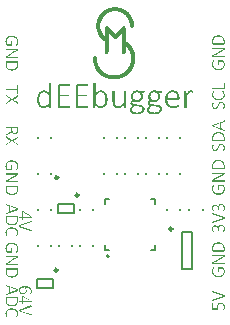
<source format=gto>
G04 Layer_Color=16777215*
%FSAX24Y24*%
%MOIN*%
G70*
G01*
G75*
%ADD25C,0.0080*%
%ADD31C,0.0098*%
%ADD32C,0.0079*%
G36*
X201159Y128750D02*
X201163Y128749D01*
X201556Y128604D01*
X201557D01*
X201558Y128603D01*
X201561Y128601D01*
X201561Y128601D01*
X201562Y128600D01*
X201564Y128596D01*
Y128595D01*
X201564Y128594D01*
Y128592D01*
X201565Y128589D01*
Y128588D01*
X201566Y128586D01*
Y128583D01*
Y128579D01*
Y128578D01*
Y128575D01*
Y128572D01*
X201565Y128569D01*
Y128569D01*
X201564Y128566D01*
X201564Y128562D01*
Y128561D01*
X201563Y128560D01*
X201562Y128558D01*
X201561Y128557D01*
X201560Y128556D01*
X201556Y128554D01*
X201163Y128410D01*
X201162Y128409D01*
X201160Y128408D01*
X201157Y128407D01*
X201153D01*
X201151Y128408D01*
X201150Y128410D01*
Y128410D01*
X201149Y128411D01*
Y128413D01*
X201149Y128416D01*
Y128417D01*
Y128419D01*
X201148Y128423D01*
Y128427D01*
Y128428D01*
Y128431D01*
Y128435D01*
X201149Y128438D01*
Y128439D01*
X201149Y128441D01*
X201150Y128444D01*
Y128446D01*
X201151Y128448D01*
X201152D01*
X201153Y128449D01*
X201156Y128450D01*
X201267Y128490D01*
Y128670D01*
X201157Y128709D01*
X201155Y128709D01*
X201152Y128711D01*
X201151Y128712D01*
X201150Y128714D01*
Y128714D01*
X201149Y128715D01*
Y128717D01*
X201149Y128720D01*
Y128721D01*
Y128723D01*
X201148Y128726D01*
Y128731D01*
Y128731D01*
Y128734D01*
Y128738D01*
X201149Y128742D01*
Y128743D01*
X201149Y128744D01*
X201150Y128746D01*
X201151Y128749D01*
X201151Y128749D01*
X201154Y128751D01*
X201157D01*
X201159Y128750D01*
D02*
G37*
G36*
X201550Y129292D02*
X201555Y129291D01*
X201559Y129287D01*
X201560Y129286D01*
X201561Y129283D01*
X201563Y129280D01*
X201564Y129275D01*
Y129189D01*
Y129188D01*
Y129187D01*
Y129184D01*
Y129180D01*
X201563Y129175D01*
Y129170D01*
X201562Y129158D01*
X201560Y129144D01*
X201558Y129129D01*
X201554Y129113D01*
X201549Y129099D01*
Y129098D01*
X201548Y129098D01*
X201547Y129093D01*
X201543Y129087D01*
X201539Y129078D01*
X201533Y129068D01*
X201526Y129059D01*
X201518Y129048D01*
X201508Y129039D01*
X201507Y129038D01*
X201504Y129035D01*
X201498Y129030D01*
X201490Y129024D01*
X201481Y129019D01*
X201470Y129013D01*
X201458Y129007D01*
X201445Y129002D01*
X201444D01*
X201443Y129001D01*
X201441Y129000D01*
X201438Y128999D01*
X201430Y128998D01*
X201421Y128995D01*
X201408Y128993D01*
X201395Y128991D01*
X201379Y128990D01*
X201362Y128989D01*
X201353D01*
X201349Y128990D01*
X201344D01*
X201331Y128990D01*
X201317Y128992D01*
X201302Y128995D01*
X201286Y128998D01*
X201271Y129002D01*
X201270D01*
X201269Y129003D01*
X201267Y129004D01*
X201264Y129004D01*
X201257Y129008D01*
X201248Y129012D01*
X201237Y129018D01*
X201225Y129024D01*
X201214Y129033D01*
X201204Y129041D01*
X201203Y129043D01*
X201200Y129046D01*
X201195Y129051D01*
X201189Y129059D01*
X201183Y129068D01*
X201176Y129078D01*
X201169Y129091D01*
X201163Y129104D01*
Y129105D01*
X201163Y129106D01*
X201162Y129108D01*
X201161Y129111D01*
X201160Y129115D01*
X201159Y129119D01*
X201157Y129130D01*
X201154Y129143D01*
X201152Y129158D01*
X201151Y129175D01*
X201150Y129194D01*
Y129275D01*
Y129276D01*
X201151Y129279D01*
X201151Y129283D01*
X201154Y129287D01*
X201154Y129288D01*
X201157Y129290D01*
X201163Y129292D01*
X201170Y129293D01*
X201545D01*
X201550Y129292D01*
D02*
G37*
G36*
Y129710D02*
X201555Y129709D01*
X201559Y129705D01*
X201560Y129705D01*
X201561Y129702D01*
X201563Y129698D01*
X201564Y129693D01*
Y129678D01*
Y129677D01*
Y129676D01*
Y129673D01*
X201563Y129669D01*
X201562Y129665D01*
Y129664D01*
X201561Y129662D01*
X201558Y129656D01*
X201557Y129655D01*
X201556Y129653D01*
X201553Y129650D01*
X201549Y129648D01*
X201548Y129647D01*
X201545Y129645D01*
X201541Y129642D01*
X201535Y129639D01*
X201336Y129527D01*
X201336Y129526D01*
X201334Y129525D01*
X201330Y129523D01*
X201325Y129520D01*
X201319Y129517D01*
X201314Y129514D01*
X201301Y129508D01*
X201300Y129507D01*
X201298Y129506D01*
X201295Y129504D01*
X201291Y129502D01*
X201285Y129499D01*
X201280Y129496D01*
X201268Y129489D01*
X201267Y129488D01*
X201265Y129488D01*
X201262Y129486D01*
X201257Y129483D01*
X201253Y129481D01*
X201247Y129478D01*
X201235Y129471D01*
X201234Y129471D01*
X201232Y129470D01*
X201229Y129468D01*
X201225Y129466D01*
X201220Y129463D01*
X201214Y129460D01*
X201203Y129454D01*
X201557D01*
X201559Y129453D01*
X201560Y129452D01*
X201561Y129450D01*
Y129449D01*
X201562Y129448D01*
X201564Y129444D01*
Y129443D01*
X201564Y129441D01*
Y129438D01*
Y129434D01*
Y129434D01*
Y129431D01*
X201564Y129426D01*
Y129425D01*
X201563Y129423D01*
X201561Y129420D01*
Y129419D01*
X201561Y129418D01*
X201559Y129416D01*
X201558Y129415D01*
X201556Y129414D01*
X201165D01*
X201162Y129415D01*
X201159Y129417D01*
X201158D01*
X201157Y129417D01*
X201152Y129421D01*
Y129422D01*
X201151Y129423D01*
X201149Y129428D01*
Y129429D01*
Y129429D01*
X201149Y129434D01*
Y129441D01*
Y129442D01*
Y129445D01*
X201149Y129449D01*
X201150Y129453D01*
Y129454D01*
X201151Y129456D01*
X201153Y129460D01*
X201155Y129463D01*
X201156Y129464D01*
X201158Y129466D01*
X201162Y129470D01*
X201166Y129474D01*
X201168Y129474D01*
X201171Y129477D01*
X201177Y129480D01*
X201183Y129485D01*
X201442Y129630D01*
X201442Y129631D01*
X201445Y129631D01*
X201449Y129633D01*
X201453Y129636D01*
X201459Y129639D01*
X201466Y129643D01*
X201481Y129651D01*
X201482Y129652D01*
X201484Y129653D01*
X201488Y129655D01*
X201493Y129658D01*
X201499Y129661D01*
X201505Y129665D01*
X201519Y129672D01*
Y129673D01*
X201510D01*
X201504Y129672D01*
X201154D01*
X201152Y129673D01*
X201151Y129674D01*
X201150Y129676D01*
Y129677D01*
X201149Y129678D01*
X201149Y129682D01*
Y129683D01*
Y129685D01*
X201148Y129688D01*
Y129692D01*
Y129693D01*
Y129695D01*
Y129698D01*
X201149Y129702D01*
Y129702D01*
X201149Y129704D01*
X201150Y129707D01*
X201151Y129709D01*
X201152Y129710D01*
X201153D01*
X201156Y129711D01*
X201545D01*
X201550Y129710D01*
D02*
G37*
G36*
Y128333D02*
X201555Y128331D01*
X201559Y128327D01*
X201560Y128327D01*
X201561Y128324D01*
X201563Y128320D01*
X201564Y128316D01*
Y128229D01*
Y128228D01*
Y128227D01*
Y128224D01*
Y128220D01*
X201563Y128216D01*
Y128211D01*
X201562Y128198D01*
X201560Y128184D01*
X201558Y128169D01*
X201554Y128154D01*
X201549Y128139D01*
Y128139D01*
X201548Y128138D01*
X201547Y128134D01*
X201543Y128127D01*
X201539Y128118D01*
X201533Y128108D01*
X201526Y128099D01*
X201518Y128088D01*
X201508Y128079D01*
X201507Y128078D01*
X201504Y128075D01*
X201498Y128071D01*
X201490Y128065D01*
X201481Y128059D01*
X201470Y128053D01*
X201458Y128047D01*
X201445Y128042D01*
X201444D01*
X201443Y128041D01*
X201441Y128040D01*
X201438Y128040D01*
X201430Y128038D01*
X201421Y128035D01*
X201408Y128033D01*
X201395Y128031D01*
X201379Y128030D01*
X201362Y128029D01*
X201353D01*
X201349Y128030D01*
X201344D01*
X201331Y128031D01*
X201317Y128032D01*
X201302Y128035D01*
X201286Y128038D01*
X201271Y128043D01*
X201270D01*
X201269Y128043D01*
X201267Y128044D01*
X201264Y128045D01*
X201257Y128048D01*
X201248Y128052D01*
X201237Y128058D01*
X201225Y128065D01*
X201214Y128073D01*
X201204Y128082D01*
X201203Y128083D01*
X201200Y128086D01*
X201195Y128091D01*
X201189Y128099D01*
X201183Y128108D01*
X201176Y128119D01*
X201169Y128131D01*
X201163Y128145D01*
Y128145D01*
X201163Y128146D01*
X201162Y128148D01*
X201161Y128151D01*
X201160Y128155D01*
X201159Y128159D01*
X201157Y128170D01*
X201154Y128183D01*
X201152Y128199D01*
X201151Y128216D01*
X201150Y128234D01*
Y128316D01*
Y128316D01*
X201151Y128319D01*
X201151Y128323D01*
X201154Y128327D01*
X201154Y128328D01*
X201157Y128330D01*
X201163Y128333D01*
X201170Y128333D01*
X201545D01*
X201550Y128333D01*
D02*
G37*
G36*
X201730Y128388D02*
X201730D01*
X201731Y128387D01*
X201735Y128385D01*
X201735D01*
X201737Y128385D01*
X201741Y128382D01*
X202006Y128222D01*
X202007Y128221D01*
X202008Y128220D01*
X202010Y128218D01*
X202011Y128217D01*
X202011Y128216D01*
X202013Y128212D01*
Y128211D01*
X202014Y128209D01*
X202014Y128206D01*
X202015Y128203D01*
Y128202D01*
X202016Y128199D01*
Y128195D01*
Y128191D01*
Y128189D01*
Y128186D01*
Y128183D01*
X202015Y128178D01*
Y128178D01*
X202014Y128175D01*
X202014Y128172D01*
X202013Y128169D01*
Y128168D01*
X202012Y128166D01*
X202011Y128164D01*
X202010Y128162D01*
Y128161D01*
X202009Y128161D01*
X202008Y128160D01*
X201733D01*
Y128108D01*
Y128107D01*
X201732Y128104D01*
X201732Y128102D01*
X201729Y128099D01*
X201728Y128098D01*
X201726Y128097D01*
X201721Y128096D01*
X201716Y128095D01*
X201715D01*
X201712Y128096D01*
X201708Y128097D01*
X201704Y128099D01*
X201704Y128100D01*
X201702Y128101D01*
X201701Y128104D01*
X201700Y128108D01*
Y128160D01*
X201604D01*
X201602Y128161D01*
X201601Y128162D01*
X201600Y128164D01*
Y128165D01*
X201599Y128166D01*
X201599Y128170D01*
Y128171D01*
Y128172D01*
X201598Y128176D01*
Y128180D01*
Y128181D01*
Y128183D01*
X201599Y128189D01*
Y128189D01*
X201599Y128191D01*
X201600Y128195D01*
X201601Y128196D01*
X201602Y128198D01*
X201603D01*
X201606Y128198D01*
X201700D01*
Y128377D01*
Y128377D01*
Y128378D01*
X201701Y128382D01*
X201701Y128383D01*
X201703Y128385D01*
X201704D01*
X201704Y128386D01*
X201708Y128388D01*
X201710D01*
X201713Y128388D01*
X201726D01*
X201730Y128388D01*
D02*
G37*
G36*
X201809Y128699D02*
X201818D01*
X201827Y128699D01*
X201847Y128697D01*
X201849D01*
X201852Y128696D01*
X201858Y128696D01*
X201864Y128695D01*
X201872Y128693D01*
X201881Y128691D01*
X201900Y128687D01*
X201901Y128686D01*
X201904Y128685D01*
X201909Y128684D01*
X201915Y128681D01*
X201922Y128678D01*
X201930Y128675D01*
X201946Y128666D01*
X201947Y128665D01*
X201950Y128664D01*
X201954Y128661D01*
X201960Y128657D01*
X201966Y128653D01*
X201971Y128647D01*
X201984Y128635D01*
X201985Y128634D01*
X201987Y128631D01*
X201990Y128627D01*
X201994Y128622D01*
X201997Y128616D01*
X202002Y128608D01*
X202006Y128599D01*
X202009Y128590D01*
X202010Y128589D01*
X202011Y128586D01*
X202012Y128580D01*
X202014Y128573D01*
X202016Y128565D01*
X202017Y128554D01*
X202018Y128543D01*
X202019Y128531D01*
Y128530D01*
Y128528D01*
Y128526D01*
Y128523D01*
X202018Y128516D01*
X202017Y128508D01*
Y128507D01*
Y128505D01*
X202017Y128503D01*
Y128500D01*
X202015Y128494D01*
X202014Y128485D01*
Y128485D01*
Y128484D01*
X202012Y128479D01*
X202011Y128474D01*
X202008Y128468D01*
X202008Y128468D01*
X202007Y128465D01*
X202005Y128462D01*
X202003Y128460D01*
Y128459D01*
X202003Y128458D01*
X202000Y128457D01*
X201999Y128456D01*
X201996Y128454D01*
X201995Y128454D01*
X201991D01*
X201991Y128453D01*
X201985D01*
X201980Y128454D01*
X201979D01*
X201975Y128454D01*
X201974Y128455D01*
X201972Y128457D01*
Y128457D01*
X201971Y128461D01*
Y128462D01*
Y128463D01*
X201972Y128467D01*
X201974Y128471D01*
X201974Y128471D01*
X201975Y128474D01*
X201977Y128479D01*
X201978Y128485D01*
X201979Y128487D01*
X201980Y128491D01*
X201982Y128497D01*
X201983Y128506D01*
Y128507D01*
X201984Y128508D01*
Y128511D01*
X201985Y128514D01*
X201986Y128519D01*
Y128524D01*
X201986Y128536D01*
Y128537D01*
Y128541D01*
X201986Y128548D01*
X201985Y128555D01*
X201983Y128564D01*
X201980Y128573D01*
X201977Y128582D01*
X201972Y128591D01*
X201971Y128592D01*
X201970Y128595D01*
X201967Y128599D01*
X201963Y128605D01*
X201957Y128610D01*
X201952Y128617D01*
X201944Y128624D01*
X201936Y128630D01*
X201935Y128630D01*
X201932Y128632D01*
X201927Y128635D01*
X201921Y128638D01*
X201914Y128642D01*
X201904Y128645D01*
X201895Y128649D01*
X201883Y128652D01*
X201882D01*
X201878Y128653D01*
X201872Y128654D01*
X201865Y128656D01*
X201855Y128657D01*
X201845Y128659D01*
X201833Y128659D01*
X201821Y128660D01*
Y128659D01*
X201822Y128659D01*
X201824Y128654D01*
X201828Y128648D01*
X201832Y128640D01*
Y128639D01*
X201832Y128638D01*
X201834Y128636D01*
X201835Y128633D01*
X201838Y128625D01*
X201840Y128616D01*
Y128616D01*
X201841Y128614D01*
X201842Y128611D01*
X201843Y128608D01*
X201845Y128599D01*
X201847Y128588D01*
Y128588D01*
X201848Y128585D01*
Y128582D01*
X201849Y128579D01*
X201849Y128574D01*
Y128569D01*
X201850Y128557D01*
Y128556D01*
Y128556D01*
Y128551D01*
X201849Y128545D01*
X201849Y128537D01*
X201848Y128528D01*
X201846Y128518D01*
X201843Y128508D01*
X201840Y128499D01*
X201840Y128499D01*
X201839Y128496D01*
X201837Y128491D01*
X201834Y128486D01*
X201830Y128479D01*
X201826Y128474D01*
X201821Y128468D01*
X201815Y128462D01*
X201814Y128461D01*
X201812Y128460D01*
X201809Y128457D01*
X201804Y128454D01*
X201799Y128451D01*
X201792Y128448D01*
X201786Y128444D01*
X201778Y128442D01*
X201777D01*
X201774Y128441D01*
X201769Y128440D01*
X201764Y128438D01*
X201757Y128437D01*
X201749Y128436D01*
X201732Y128435D01*
X201727D01*
X201723Y128436D01*
X201716D01*
X201709Y128437D01*
X201700Y128439D01*
X201691Y128440D01*
X201682Y128443D01*
X201681D01*
X201678Y128445D01*
X201673Y128446D01*
X201667Y128449D01*
X201661Y128452D01*
X201653Y128457D01*
X201645Y128462D01*
X201638Y128468D01*
X201637Y128468D01*
X201635Y128471D01*
X201631Y128474D01*
X201627Y128479D01*
X201621Y128485D01*
X201616Y128493D01*
X201611Y128501D01*
X201607Y128511D01*
X201606Y128512D01*
X201605Y128515D01*
X201603Y128521D01*
X201601Y128528D01*
X201599Y128537D01*
X201597Y128548D01*
X201596Y128559D01*
X201595Y128573D01*
Y128573D01*
Y128577D01*
Y128582D01*
X201596Y128588D01*
X201596Y128594D01*
X201597Y128602D01*
X201601Y128616D01*
Y128617D01*
X201602Y128619D01*
X201603Y128623D01*
X201605Y128627D01*
X201611Y128638D01*
X201618Y128650D01*
X201619Y128650D01*
X201621Y128652D01*
X201623Y128655D01*
X201627Y128658D01*
X201631Y128662D01*
X201636Y128665D01*
X201647Y128673D01*
X201648Y128674D01*
X201650Y128675D01*
X201654Y128677D01*
X201658Y128679D01*
X201664Y128681D01*
X201671Y128684D01*
X201678Y128687D01*
X201687Y128689D01*
X201687D01*
X201690Y128690D01*
X201695Y128691D01*
X201701Y128692D01*
X201708Y128693D01*
X201716Y128695D01*
X201725Y128696D01*
X201735Y128698D01*
X201739D01*
X201745Y128699D01*
X201752D01*
X201761Y128699D01*
X201770D01*
X201781Y128700D01*
X201803D01*
X201809Y128699D01*
D02*
G37*
G36*
X201364Y127962D02*
X201369D01*
X201382Y127961D01*
X201396Y127960D01*
X201410Y127957D01*
X201426Y127955D01*
X201442Y127950D01*
X201442D01*
X201443Y127949D01*
X201445Y127949D01*
X201448Y127948D01*
X201456Y127945D01*
X201465Y127941D01*
X201476Y127936D01*
X201487Y127930D01*
X201499Y127923D01*
X201510Y127915D01*
X201511Y127914D01*
X201514Y127910D01*
X201519Y127906D01*
X201526Y127899D01*
X201533Y127891D01*
X201540Y127881D01*
X201547Y127871D01*
X201553Y127859D01*
Y127858D01*
X201553Y127858D01*
X201555Y127853D01*
X201558Y127846D01*
X201561Y127838D01*
X201563Y127827D01*
X201566Y127815D01*
X201567Y127801D01*
X201568Y127787D01*
Y127787D01*
Y127784D01*
Y127781D01*
X201567Y127776D01*
Y127770D01*
X201567Y127764D01*
X201564Y127752D01*
Y127751D01*
X201564Y127749D01*
X201563Y127745D01*
X201562Y127741D01*
X201558Y127730D01*
X201555Y127719D01*
Y127718D01*
X201554Y127717D01*
X201553Y127714D01*
X201551Y127710D01*
X201547Y127702D01*
X201542Y127693D01*
Y127693D01*
X201541Y127691D01*
X201539Y127687D01*
X201535Y127681D01*
X201531Y127677D01*
X201530Y127676D01*
X201529Y127675D01*
X201527Y127673D01*
X201525Y127672D01*
X201524Y127671D01*
X201521Y127670D01*
X201519Y127669D01*
X201515D01*
X201513Y127668D01*
X201506D01*
X201500Y127669D01*
X201499D01*
X201499Y127670D01*
X201495Y127671D01*
X201493Y127672D01*
X201491Y127673D01*
Y127674D01*
X201490Y127677D01*
Y127678D01*
X201491Y127680D01*
X201493Y127684D01*
X201496Y127690D01*
X201498Y127691D01*
X201501Y127696D01*
X201505Y127702D01*
X201511Y127711D01*
X201512Y127712D01*
X201513Y127713D01*
X201514Y127716D01*
X201516Y127720D01*
X201519Y127725D01*
X201521Y127730D01*
X201526Y127744D01*
Y127744D01*
X201527Y127747D01*
X201528Y127751D01*
X201530Y127756D01*
X201530Y127763D01*
X201532Y127771D01*
X201533Y127779D01*
Y127789D01*
Y127790D01*
Y127794D01*
X201532Y127799D01*
X201531Y127807D01*
X201530Y127815D01*
X201527Y127824D01*
X201524Y127833D01*
X201521Y127843D01*
X201520Y127844D01*
X201519Y127846D01*
X201516Y127851D01*
X201512Y127857D01*
X201507Y127863D01*
X201501Y127870D01*
X201494Y127878D01*
X201486Y127884D01*
X201485Y127885D01*
X201482Y127887D01*
X201477Y127890D01*
X201470Y127894D01*
X201463Y127898D01*
X201453Y127903D01*
X201442Y127907D01*
X201430Y127911D01*
X201429Y127912D01*
X201425Y127912D01*
X201418Y127914D01*
X201408Y127915D01*
X201397Y127917D01*
X201384Y127919D01*
X201369Y127920D01*
X201353Y127920D01*
X201347D01*
X201339Y127920D01*
X201329Y127919D01*
X201317Y127918D01*
X201305Y127917D01*
X201293Y127915D01*
X201280Y127912D01*
X201279Y127911D01*
X201275Y127910D01*
X201269Y127908D01*
X201262Y127905D01*
X201253Y127901D01*
X201244Y127898D01*
X201235Y127892D01*
X201226Y127886D01*
X201225Y127886D01*
X201223Y127883D01*
X201219Y127880D01*
X201214Y127875D01*
X201208Y127869D01*
X201203Y127861D01*
X201198Y127853D01*
X201193Y127844D01*
X201192Y127843D01*
X201191Y127840D01*
X201189Y127835D01*
X201188Y127828D01*
X201186Y127819D01*
X201183Y127810D01*
X201183Y127799D01*
X201182Y127788D01*
Y127787D01*
Y127784D01*
Y127779D01*
X201183Y127772D01*
X201183Y127766D01*
X201184Y127758D01*
X201188Y127743D01*
Y127742D01*
X201189Y127739D01*
X201190Y127735D01*
X201192Y127731D01*
X201197Y127721D01*
X201203Y127710D01*
X201203Y127709D01*
X201204Y127707D01*
X201206Y127704D01*
X201208Y127701D01*
X201212Y127694D01*
X201217Y127687D01*
Y127686D01*
X201218Y127685D01*
X201221Y127681D01*
X201223Y127677D01*
X201224Y127673D01*
Y127673D01*
Y127672D01*
X201223Y127670D01*
X201222Y127670D01*
X201220Y127668D01*
X201218Y127667D01*
X201217D01*
X201214Y127667D01*
X201214D01*
X201212Y127666D01*
X201204D01*
X201200Y127667D01*
X201198D01*
X201194Y127667D01*
X201193Y127668D01*
X201190Y127670D01*
X201188Y127670D01*
X201187Y127671D01*
X201185Y127673D01*
X201184Y127674D01*
X201183Y127676D01*
X201180Y127680D01*
X201175Y127687D01*
Y127687D01*
X201174Y127688D01*
X201173Y127691D01*
X201171Y127694D01*
X201166Y127702D01*
X201161Y127713D01*
Y127713D01*
X201160Y127715D01*
X201159Y127718D01*
X201157Y127723D01*
X201155Y127728D01*
X201154Y127734D01*
X201150Y127748D01*
Y127749D01*
X201149Y127752D01*
X201149Y127755D01*
X201148Y127761D01*
X201147Y127767D01*
X201146Y127775D01*
X201146Y127784D01*
Y127792D01*
Y127793D01*
Y127794D01*
Y127796D01*
Y127799D01*
X201146Y127807D01*
X201147Y127816D01*
X201149Y127827D01*
X201151Y127839D01*
X201154Y127851D01*
X201159Y127863D01*
X201160Y127865D01*
X201161Y127869D01*
X201165Y127875D01*
X201168Y127882D01*
X201174Y127890D01*
X201181Y127899D01*
X201189Y127908D01*
X201198Y127917D01*
X201200Y127917D01*
X201203Y127920D01*
X201208Y127924D01*
X201217Y127929D01*
X201225Y127935D01*
X201237Y127940D01*
X201249Y127946D01*
X201263Y127951D01*
X201264D01*
X201265Y127952D01*
X201267D01*
X201270Y127952D01*
X201274Y127954D01*
X201278Y127955D01*
X201288Y127957D01*
X201302Y127959D01*
X201317Y127960D01*
X201334Y127962D01*
X201351Y127963D01*
X201360D01*
X201364Y127962D01*
D02*
G37*
G36*
X201366Y130149D02*
X201371D01*
X201382Y130149D01*
X201396Y130146D01*
X201411Y130144D01*
X201426Y130140D01*
X201442Y130136D01*
X201442D01*
X201443Y130135D01*
X201445Y130134D01*
X201448Y130133D01*
X201456Y130130D01*
X201465Y130126D01*
X201476Y130120D01*
X201487Y130112D01*
X201499Y130104D01*
X201510Y130095D01*
X201511Y130094D01*
X201514Y130091D01*
X201519Y130085D01*
X201526Y130077D01*
X201533Y130068D01*
X201540Y130057D01*
X201547Y130045D01*
X201553Y130032D01*
Y130031D01*
X201554Y130030D01*
X201555Y130028D01*
X201556Y130025D01*
X201558Y130018D01*
X201561Y130007D01*
X201564Y129995D01*
X201567Y129981D01*
X201568Y129966D01*
X201569Y129950D01*
Y129949D01*
Y129946D01*
Y129942D01*
X201568Y129937D01*
Y129930D01*
X201567Y129923D01*
X201564Y129908D01*
Y129907D01*
X201564Y129904D01*
X201563Y129901D01*
X201561Y129896D01*
X201560Y129890D01*
X201558Y129884D01*
X201554Y129872D01*
Y129871D01*
X201553Y129869D01*
X201552Y129866D01*
X201550Y129862D01*
X201546Y129853D01*
X201541Y129844D01*
Y129844D01*
X201540Y129843D01*
X201537Y129838D01*
X201533Y129833D01*
X201530Y129830D01*
X201530Y129829D01*
X201528Y129827D01*
X201525Y129825D01*
X201522Y129824D01*
X201521D01*
X201519Y129823D01*
X201516Y129822D01*
X201509D01*
X201504Y129823D01*
X201503D01*
X201502Y129824D01*
X201498Y129825D01*
X201496Y129826D01*
X201494Y129828D01*
Y129829D01*
X201493Y129832D01*
Y129833D01*
X201494Y129835D01*
X201496Y129838D01*
X201499Y129844D01*
Y129845D01*
X201501Y129846D01*
X201502Y129848D01*
X201504Y129850D01*
X201508Y129858D01*
X201513Y129868D01*
Y129869D01*
X201515Y129870D01*
X201516Y129874D01*
X201518Y129878D01*
X201520Y129883D01*
X201522Y129889D01*
X201525Y129896D01*
X201527Y129904D01*
Y129904D01*
X201528Y129907D01*
X201530Y129912D01*
X201531Y129918D01*
X201532Y129925D01*
X201533Y129933D01*
X201534Y129943D01*
Y129953D01*
Y129954D01*
Y129955D01*
Y129959D01*
X201533Y129966D01*
X201533Y129975D01*
X201530Y129986D01*
X201528Y129997D01*
X201524Y130008D01*
X201520Y130019D01*
X201519Y130021D01*
X201518Y130023D01*
X201515Y130029D01*
X201510Y130036D01*
X201505Y130043D01*
X201499Y130052D01*
X201491Y130060D01*
X201483Y130068D01*
X201482Y130069D01*
X201479Y130071D01*
X201474Y130075D01*
X201467Y130079D01*
X201459Y130083D01*
X201449Y130089D01*
X201439Y130093D01*
X201427Y130097D01*
X201425Y130098D01*
X201421Y130099D01*
X201414Y130100D01*
X201406Y130103D01*
X201396Y130105D01*
X201384Y130106D01*
X201371Y130107D01*
X201357Y130108D01*
X201350D01*
X201342Y130107D01*
X201332Y130106D01*
X201320Y130105D01*
X201308Y130103D01*
X201294Y130100D01*
X201282Y130097D01*
X201280Y130096D01*
X201277Y130094D01*
X201270Y130092D01*
X201262Y130088D01*
X201254Y130083D01*
X201245Y130078D01*
X201235Y130072D01*
X201226Y130064D01*
X201225Y130063D01*
X201223Y130060D01*
X201219Y130056D01*
X201214Y130050D01*
X201208Y130043D01*
X201203Y130034D01*
X201197Y130024D01*
X201192Y130014D01*
X201191Y130012D01*
X201191Y130009D01*
X201188Y130003D01*
X201187Y129995D01*
X201185Y129986D01*
X201183Y129975D01*
X201182Y129963D01*
X201181Y129950D01*
Y129949D01*
Y129946D01*
Y129942D01*
X201182Y129937D01*
X201183Y129930D01*
X201183Y129922D01*
X201186Y129906D01*
Y129905D01*
X201187Y129902D01*
X201188Y129898D01*
X201190Y129892D01*
X201192Y129885D01*
X201195Y129878D01*
X201203Y129863D01*
X201337D01*
Y129969D01*
Y129969D01*
X201338Y129972D01*
X201339Y129974D01*
X201342Y129976D01*
X201342D01*
X201345Y129977D01*
X201349Y129978D01*
X201354Y129978D01*
X201362D01*
X201364Y129978D01*
X201365Y129977D01*
X201367Y129976D01*
X201368D01*
X201368Y129975D01*
X201371Y129973D01*
Y129972D01*
X201371Y129972D01*
X201372Y129969D01*
Y129842D01*
Y129841D01*
Y129840D01*
X201371Y129836D01*
Y129836D01*
X201370Y129834D01*
X201368Y129830D01*
X201367Y129830D01*
X201366Y129829D01*
X201364Y129827D01*
X201361Y129826D01*
X201360Y129825D01*
X201359Y129824D01*
X201355Y129824D01*
X201193D01*
X201188Y129825D01*
X201184Y129827D01*
X201183Y129827D01*
X201181Y129829D01*
X201177Y129833D01*
X201174Y129838D01*
X201173Y129839D01*
X201171Y129844D01*
X201168Y129851D01*
X201163Y129861D01*
Y129861D01*
X201163Y129863D01*
X201161Y129866D01*
X201160Y129870D01*
X201157Y129879D01*
X201154Y129890D01*
Y129891D01*
X201153Y129893D01*
X201152Y129896D01*
X201151Y129900D01*
X201150Y129910D01*
X201148Y129921D01*
Y129922D01*
Y129924D01*
X201147Y129927D01*
Y129931D01*
X201146Y129941D01*
X201146Y129952D01*
Y129952D01*
Y129954D01*
Y129956D01*
Y129960D01*
X201146Y129964D01*
Y129969D01*
X201148Y129980D01*
X201149Y129993D01*
X201151Y130007D01*
X201155Y130022D01*
X201160Y130036D01*
Y130037D01*
X201161Y130038D01*
X201163Y130042D01*
X201167Y130049D01*
X201171Y130057D01*
X201177Y130067D01*
X201185Y130077D01*
X201194Y130088D01*
X201203Y130098D01*
X201205Y130099D01*
X201208Y130103D01*
X201214Y130107D01*
X201222Y130112D01*
X201231Y130119D01*
X201243Y130125D01*
X201255Y130132D01*
X201269Y130137D01*
X201270D01*
X201271Y130137D01*
X201273Y130138D01*
X201276Y130139D01*
X201284Y130141D01*
X201294Y130143D01*
X201307Y130146D01*
X201321Y130148D01*
X201336Y130149D01*
X201353Y130150D01*
X201362D01*
X201366Y130149D01*
D02*
G37*
G36*
X201550Y132460D02*
X201555Y132459D01*
X201559Y132455D01*
X201560Y132455D01*
X201561Y132452D01*
X201563Y132448D01*
X201564Y132443D01*
Y132428D01*
Y132427D01*
Y132426D01*
Y132423D01*
X201563Y132419D01*
X201562Y132415D01*
Y132414D01*
X201561Y132412D01*
X201558Y132406D01*
X201557Y132405D01*
X201556Y132403D01*
X201553Y132401D01*
X201549Y132398D01*
X201548Y132397D01*
X201545Y132395D01*
X201541Y132392D01*
X201535Y132389D01*
X201336Y132277D01*
X201336Y132276D01*
X201334Y132275D01*
X201330Y132273D01*
X201325Y132270D01*
X201319Y132267D01*
X201314Y132264D01*
X201301Y132258D01*
X201300Y132257D01*
X201298Y132256D01*
X201295Y132254D01*
X201291Y132252D01*
X201285Y132249D01*
X201280Y132246D01*
X201268Y132239D01*
X201267Y132238D01*
X201265Y132238D01*
X201262Y132236D01*
X201257Y132233D01*
X201253Y132231D01*
X201247Y132228D01*
X201235Y132221D01*
X201234Y132221D01*
X201232Y132220D01*
X201229Y132218D01*
X201225Y132215D01*
X201220Y132213D01*
X201214Y132210D01*
X201203Y132204D01*
X201557D01*
X201559Y132203D01*
X201560Y132202D01*
X201561Y132200D01*
Y132199D01*
X201562Y132198D01*
X201564Y132194D01*
Y132193D01*
X201564Y132191D01*
Y132188D01*
Y132184D01*
Y132184D01*
Y132181D01*
X201564Y132176D01*
Y132175D01*
X201563Y132173D01*
X201561Y132170D01*
Y132169D01*
X201561Y132168D01*
X201559Y132166D01*
X201558Y132165D01*
X201556Y132164D01*
X201165D01*
X201162Y132165D01*
X201159Y132167D01*
X201158D01*
X201157Y132167D01*
X201152Y132171D01*
Y132172D01*
X201151Y132173D01*
X201149Y132178D01*
Y132178D01*
Y132179D01*
X201149Y132184D01*
Y132191D01*
Y132192D01*
Y132195D01*
X201149Y132199D01*
X201150Y132203D01*
Y132204D01*
X201151Y132206D01*
X201153Y132210D01*
X201155Y132213D01*
X201156Y132214D01*
X201158Y132216D01*
X201162Y132220D01*
X201166Y132224D01*
X201168Y132224D01*
X201171Y132227D01*
X201177Y132230D01*
X201183Y132235D01*
X201442Y132380D01*
X201442Y132381D01*
X201445Y132381D01*
X201449Y132383D01*
X201453Y132386D01*
X201459Y132389D01*
X201466Y132393D01*
X201481Y132401D01*
X201482Y132402D01*
X201484Y132403D01*
X201488Y132405D01*
X201493Y132408D01*
X201499Y132411D01*
X201505Y132415D01*
X201519Y132422D01*
Y132423D01*
X201510D01*
X201504Y132422D01*
X201154D01*
X201152Y132423D01*
X201151Y132424D01*
X201150Y132426D01*
Y132427D01*
X201149Y132428D01*
X201149Y132432D01*
Y132433D01*
Y132435D01*
X201148Y132438D01*
Y132442D01*
Y132443D01*
Y132445D01*
Y132448D01*
X201149Y132452D01*
Y132452D01*
X201149Y132454D01*
X201150Y132457D01*
X201151Y132459D01*
X201152Y132460D01*
X201153D01*
X201156Y132461D01*
X201545D01*
X201550Y132460D01*
D02*
G37*
G36*
X201366Y132899D02*
X201371D01*
X201382Y132899D01*
X201396Y132896D01*
X201411Y132894D01*
X201426Y132890D01*
X201442Y132886D01*
X201442D01*
X201443Y132885D01*
X201445Y132884D01*
X201448Y132883D01*
X201456Y132880D01*
X201465Y132876D01*
X201476Y132870D01*
X201487Y132862D01*
X201499Y132854D01*
X201510Y132845D01*
X201511Y132844D01*
X201514Y132841D01*
X201519Y132835D01*
X201526Y132827D01*
X201533Y132818D01*
X201540Y132807D01*
X201547Y132795D01*
X201553Y132782D01*
Y132781D01*
X201554Y132780D01*
X201555Y132778D01*
X201556Y132775D01*
X201558Y132768D01*
X201561Y132757D01*
X201564Y132745D01*
X201567Y132731D01*
X201568Y132716D01*
X201569Y132700D01*
Y132699D01*
Y132697D01*
Y132692D01*
X201568Y132687D01*
Y132680D01*
X201567Y132673D01*
X201564Y132658D01*
Y132657D01*
X201564Y132654D01*
X201563Y132651D01*
X201561Y132646D01*
X201560Y132640D01*
X201558Y132634D01*
X201554Y132622D01*
Y132621D01*
X201553Y132619D01*
X201552Y132616D01*
X201550Y132612D01*
X201546Y132603D01*
X201541Y132594D01*
Y132594D01*
X201540Y132593D01*
X201537Y132588D01*
X201533Y132583D01*
X201530Y132580D01*
X201530Y132579D01*
X201528Y132577D01*
X201525Y132575D01*
X201522Y132574D01*
X201521D01*
X201519Y132573D01*
X201516Y132572D01*
X201509D01*
X201504Y132573D01*
X201503D01*
X201502Y132574D01*
X201498Y132575D01*
X201496Y132576D01*
X201494Y132578D01*
Y132579D01*
X201493Y132582D01*
Y132583D01*
X201494Y132585D01*
X201496Y132588D01*
X201499Y132594D01*
Y132595D01*
X201501Y132596D01*
X201502Y132598D01*
X201504Y132600D01*
X201508Y132608D01*
X201513Y132618D01*
Y132619D01*
X201515Y132620D01*
X201516Y132624D01*
X201518Y132628D01*
X201520Y132633D01*
X201522Y132639D01*
X201525Y132646D01*
X201527Y132654D01*
Y132654D01*
X201528Y132657D01*
X201530Y132662D01*
X201531Y132668D01*
X201532Y132675D01*
X201533Y132683D01*
X201534Y132693D01*
Y132703D01*
Y132704D01*
Y132705D01*
Y132709D01*
X201533Y132716D01*
X201533Y132725D01*
X201530Y132736D01*
X201528Y132747D01*
X201524Y132758D01*
X201520Y132769D01*
X201519Y132771D01*
X201518Y132773D01*
X201515Y132779D01*
X201510Y132786D01*
X201505Y132793D01*
X201499Y132802D01*
X201491Y132810D01*
X201483Y132818D01*
X201482Y132819D01*
X201479Y132821D01*
X201474Y132825D01*
X201467Y132829D01*
X201459Y132833D01*
X201449Y132839D01*
X201439Y132843D01*
X201427Y132847D01*
X201425Y132848D01*
X201421Y132849D01*
X201414Y132850D01*
X201406Y132853D01*
X201396Y132855D01*
X201384Y132856D01*
X201371Y132857D01*
X201357Y132858D01*
X201350D01*
X201342Y132857D01*
X201332Y132856D01*
X201320Y132855D01*
X201308Y132853D01*
X201294Y132850D01*
X201282Y132847D01*
X201280Y132846D01*
X201277Y132844D01*
X201270Y132842D01*
X201262Y132838D01*
X201254Y132833D01*
X201245Y132828D01*
X201235Y132822D01*
X201226Y132814D01*
X201225Y132813D01*
X201223Y132810D01*
X201219Y132806D01*
X201214Y132800D01*
X201208Y132793D01*
X201203Y132784D01*
X201197Y132774D01*
X201192Y132764D01*
X201191Y132762D01*
X201191Y132759D01*
X201188Y132753D01*
X201187Y132745D01*
X201185Y132736D01*
X201183Y132725D01*
X201182Y132713D01*
X201181Y132700D01*
Y132699D01*
Y132697D01*
Y132692D01*
X201182Y132687D01*
X201183Y132680D01*
X201183Y132672D01*
X201186Y132656D01*
Y132655D01*
X201187Y132652D01*
X201188Y132648D01*
X201190Y132642D01*
X201192Y132635D01*
X201195Y132628D01*
X201203Y132613D01*
X201337D01*
Y132719D01*
Y132719D01*
X201338Y132722D01*
X201339Y132724D01*
X201342Y132726D01*
X201342D01*
X201345Y132727D01*
X201349Y132728D01*
X201354Y132728D01*
X201362D01*
X201364Y132728D01*
X201365Y132727D01*
X201367Y132726D01*
X201368D01*
X201368Y132725D01*
X201371Y132723D01*
Y132722D01*
X201371Y132722D01*
X201372Y132719D01*
Y132592D01*
Y132591D01*
Y132590D01*
X201371Y132586D01*
Y132585D01*
X201370Y132584D01*
X201368Y132580D01*
X201367Y132580D01*
X201366Y132579D01*
X201364Y132577D01*
X201361Y132576D01*
X201360Y132575D01*
X201359Y132574D01*
X201355Y132574D01*
X201193D01*
X201188Y132575D01*
X201184Y132577D01*
X201183Y132577D01*
X201181Y132579D01*
X201177Y132583D01*
X201174Y132588D01*
X201173Y132589D01*
X201171Y132594D01*
X201168Y132601D01*
X201163Y132611D01*
Y132611D01*
X201163Y132613D01*
X201161Y132616D01*
X201160Y132620D01*
X201157Y132629D01*
X201154Y132640D01*
Y132641D01*
X201153Y132643D01*
X201152Y132646D01*
X201151Y132650D01*
X201150Y132660D01*
X201148Y132671D01*
Y132672D01*
Y132674D01*
X201147Y132677D01*
Y132681D01*
X201146Y132691D01*
X201146Y132702D01*
Y132702D01*
Y132704D01*
Y132706D01*
Y132710D01*
X201146Y132714D01*
Y132719D01*
X201148Y132730D01*
X201149Y132743D01*
X201151Y132757D01*
X201155Y132772D01*
X201160Y132786D01*
Y132787D01*
X201161Y132788D01*
X201163Y132792D01*
X201167Y132799D01*
X201171Y132808D01*
X201177Y132817D01*
X201185Y132827D01*
X201194Y132838D01*
X201203Y132848D01*
X201205Y132849D01*
X201208Y132853D01*
X201214Y132857D01*
X201222Y132862D01*
X201231Y132869D01*
X201243Y132875D01*
X201255Y132881D01*
X201269Y132887D01*
X201270D01*
X201271Y132887D01*
X201273Y132888D01*
X201276Y132889D01*
X201284Y132891D01*
X201294Y132893D01*
X201307Y132896D01*
X201321Y132898D01*
X201336Y132899D01*
X201353Y132900D01*
X201362D01*
X201366Y132899D01*
D02*
G37*
G36*
X208096Y136227D02*
X208097D01*
X208099Y136226D01*
X208102Y136225D01*
X208104Y136224D01*
X208106Y136222D01*
Y136221D01*
X208107Y136218D01*
Y136217D01*
X208106Y136215D01*
X208104Y136212D01*
X208101Y136206D01*
Y136205D01*
X208099Y136204D01*
X208099Y136202D01*
X208096Y136200D01*
X208092Y136192D01*
X208087Y136182D01*
Y136181D01*
X208085Y136180D01*
X208084Y136176D01*
X208082Y136172D01*
X208080Y136167D01*
X208078Y136161D01*
X208075Y136154D01*
X208073Y136146D01*
Y136146D01*
X208072Y136143D01*
X208070Y136138D01*
X208069Y136132D01*
X208068Y136125D01*
X208067Y136117D01*
X208066Y136107D01*
Y136097D01*
Y136096D01*
Y136095D01*
Y136091D01*
X208067Y136084D01*
X208067Y136075D01*
X208070Y136064D01*
X208072Y136053D01*
X208076Y136042D01*
X208080Y136031D01*
X208081Y136030D01*
X208082Y136027D01*
X208085Y136021D01*
X208090Y136014D01*
X208095Y136007D01*
X208101Y135998D01*
X208109Y135990D01*
X208117Y135982D01*
X208118Y135981D01*
X208121Y135979D01*
X208126Y135975D01*
X208133Y135971D01*
X208141Y135967D01*
X208151Y135961D01*
X208161Y135957D01*
X208173Y135953D01*
X208175Y135952D01*
X208179Y135951D01*
X208186Y135950D01*
X208194Y135947D01*
X208204Y135945D01*
X208216Y135944D01*
X208229Y135943D01*
X208243Y135942D01*
X208250D01*
X208258Y135943D01*
X208268Y135944D01*
X208280Y135945D01*
X208292Y135947D01*
X208306Y135950D01*
X208318Y135953D01*
X208320Y135954D01*
X208323Y135955D01*
X208330Y135958D01*
X208338Y135962D01*
X208346Y135967D01*
X208355Y135972D01*
X208365Y135978D01*
X208374Y135986D01*
X208375Y135987D01*
X208377Y135990D01*
X208381Y135994D01*
X208386Y136000D01*
X208392Y136007D01*
X208397Y136016D01*
X208403Y136026D01*
X208408Y136036D01*
X208409Y136038D01*
X208409Y136041D01*
X208412Y136047D01*
X208413Y136055D01*
X208415Y136064D01*
X208417Y136075D01*
X208418Y136087D01*
X208419Y136100D01*
Y136101D01*
Y136103D01*
Y136108D01*
X208418Y136113D01*
X208417Y136120D01*
X208417Y136128D01*
X208414Y136144D01*
Y136145D01*
X208413Y136148D01*
X208412Y136152D01*
X208410Y136158D01*
X208408Y136165D01*
X208405Y136172D01*
X208397Y136187D01*
X208263D01*
Y136081D01*
Y136081D01*
X208262Y136078D01*
X208261Y136076D01*
X208258Y136074D01*
X208258D01*
X208255Y136073D01*
X208251Y136072D01*
X208246Y136072D01*
X208238D01*
X208236Y136072D01*
X208235Y136073D01*
X208233Y136074D01*
X208232D01*
X208232Y136075D01*
X208229Y136077D01*
Y136078D01*
X208229Y136078D01*
X208228Y136081D01*
Y136208D01*
Y136209D01*
Y136210D01*
X208229Y136214D01*
Y136215D01*
X208230Y136216D01*
X208232Y136220D01*
X208233Y136220D01*
X208234Y136221D01*
X208236Y136223D01*
X208239Y136224D01*
X208240Y136225D01*
X208241Y136226D01*
X208245Y136226D01*
X208407D01*
X208412Y136225D01*
X208416Y136223D01*
X208417Y136223D01*
X208419Y136221D01*
X208423Y136217D01*
X208426Y136212D01*
X208427Y136211D01*
X208429Y136206D01*
X208432Y136199D01*
X208437Y136189D01*
Y136189D01*
X208437Y136187D01*
X208439Y136184D01*
X208440Y136180D01*
X208443Y136171D01*
X208446Y136160D01*
Y136159D01*
X208447Y136157D01*
X208448Y136154D01*
X208449Y136150D01*
X208450Y136140D01*
X208452Y136129D01*
Y136128D01*
Y136126D01*
X208453Y136123D01*
Y136119D01*
X208454Y136109D01*
X208454Y136098D01*
Y136098D01*
Y136096D01*
Y136094D01*
Y136090D01*
X208454Y136086D01*
Y136081D01*
X208452Y136070D01*
X208451Y136057D01*
X208449Y136043D01*
X208445Y136028D01*
X208440Y136014D01*
Y136013D01*
X208439Y136012D01*
X208437Y136008D01*
X208433Y136001D01*
X208429Y135992D01*
X208423Y135983D01*
X208415Y135973D01*
X208406Y135962D01*
X208397Y135952D01*
X208395Y135951D01*
X208392Y135947D01*
X208386Y135943D01*
X208378Y135938D01*
X208369Y135931D01*
X208358Y135925D01*
X208345Y135919D01*
X208331Y135913D01*
X208330D01*
X208329Y135913D01*
X208327Y135912D01*
X208324Y135911D01*
X208316Y135909D01*
X208306Y135907D01*
X208293Y135904D01*
X208279Y135902D01*
X208264Y135901D01*
X208246Y135900D01*
X208238D01*
X208234Y135901D01*
X208229D01*
X208218Y135901D01*
X208204Y135904D01*
X208189Y135906D01*
X208174Y135910D01*
X208158Y135914D01*
X208158D01*
X208157Y135915D01*
X208155Y135916D01*
X208152Y135917D01*
X208144Y135920D01*
X208135Y135924D01*
X208124Y135930D01*
X208113Y135938D01*
X208101Y135946D01*
X208090Y135955D01*
X208089Y135956D01*
X208086Y135959D01*
X208081Y135965D01*
X208074Y135973D01*
X208067Y135982D01*
X208060Y135993D01*
X208053Y136005D01*
X208047Y136018D01*
Y136019D01*
X208046Y136020D01*
X208045Y136022D01*
X208044Y136025D01*
X208042Y136032D01*
X208039Y136043D01*
X208036Y136055D01*
X208033Y136069D01*
X208032Y136084D01*
X208031Y136100D01*
Y136101D01*
Y136103D01*
Y136108D01*
X208032Y136113D01*
Y136120D01*
X208033Y136127D01*
X208036Y136142D01*
Y136143D01*
X208036Y136146D01*
X208037Y136149D01*
X208039Y136154D01*
X208040Y136160D01*
X208042Y136166D01*
X208046Y136178D01*
Y136179D01*
X208047Y136181D01*
X208048Y136184D01*
X208050Y136188D01*
X208054Y136197D01*
X208059Y136206D01*
Y136206D01*
X208060Y136207D01*
X208063Y136212D01*
X208067Y136217D01*
X208070Y136220D01*
X208070Y136221D01*
X208072Y136223D01*
X208075Y136225D01*
X208078Y136226D01*
X208079D01*
X208081Y136227D01*
X208084Y136228D01*
X208091D01*
X208096Y136227D01*
D02*
G37*
G36*
X201550Y132042D02*
X201555Y132041D01*
X201559Y132037D01*
X201560Y132036D01*
X201561Y132033D01*
X201563Y132030D01*
X201564Y132025D01*
Y131939D01*
Y131938D01*
Y131937D01*
Y131934D01*
Y131930D01*
X201563Y131925D01*
Y131920D01*
X201562Y131908D01*
X201560Y131894D01*
X201558Y131879D01*
X201554Y131863D01*
X201549Y131849D01*
Y131848D01*
X201548Y131848D01*
X201547Y131843D01*
X201543Y131837D01*
X201539Y131828D01*
X201533Y131818D01*
X201526Y131809D01*
X201518Y131798D01*
X201508Y131789D01*
X201507Y131788D01*
X201504Y131785D01*
X201498Y131780D01*
X201490Y131774D01*
X201481Y131769D01*
X201470Y131763D01*
X201458Y131757D01*
X201445Y131752D01*
X201444D01*
X201443Y131751D01*
X201441Y131750D01*
X201438Y131749D01*
X201430Y131748D01*
X201421Y131745D01*
X201408Y131743D01*
X201395Y131741D01*
X201379Y131740D01*
X201362Y131739D01*
X201353D01*
X201349Y131740D01*
X201344D01*
X201331Y131740D01*
X201317Y131742D01*
X201302Y131745D01*
X201286Y131748D01*
X201271Y131752D01*
X201270D01*
X201269Y131753D01*
X201267Y131754D01*
X201264Y131754D01*
X201257Y131758D01*
X201248Y131762D01*
X201237Y131768D01*
X201225Y131774D01*
X201214Y131783D01*
X201204Y131791D01*
X201203Y131793D01*
X201200Y131796D01*
X201195Y131801D01*
X201189Y131809D01*
X201183Y131818D01*
X201176Y131828D01*
X201169Y131841D01*
X201163Y131854D01*
Y131855D01*
X201163Y131856D01*
X201162Y131858D01*
X201161Y131861D01*
X201160Y131865D01*
X201159Y131869D01*
X201157Y131880D01*
X201154Y131893D01*
X201152Y131908D01*
X201151Y131925D01*
X201150Y131944D01*
Y132025D01*
Y132026D01*
X201151Y132029D01*
X201151Y132033D01*
X201154Y132037D01*
X201154Y132038D01*
X201157Y132040D01*
X201163Y132042D01*
X201170Y132043D01*
X201545D01*
X201550Y132042D01*
D02*
G37*
G36*
Y136192D02*
X201555Y136191D01*
X201559Y136187D01*
X201560Y136186D01*
X201561Y136183D01*
X201563Y136180D01*
X201564Y136175D01*
Y136089D01*
Y136088D01*
Y136087D01*
Y136084D01*
Y136080D01*
X201563Y136075D01*
Y136070D01*
X201562Y136058D01*
X201560Y136044D01*
X201558Y136029D01*
X201554Y136013D01*
X201549Y135999D01*
Y135998D01*
X201548Y135998D01*
X201547Y135993D01*
X201543Y135987D01*
X201539Y135978D01*
X201533Y135968D01*
X201526Y135958D01*
X201518Y135948D01*
X201508Y135939D01*
X201507Y135938D01*
X201504Y135935D01*
X201498Y135930D01*
X201490Y135924D01*
X201481Y135919D01*
X201470Y135913D01*
X201458Y135907D01*
X201445Y135902D01*
X201444D01*
X201443Y135901D01*
X201441Y135900D01*
X201438Y135899D01*
X201430Y135898D01*
X201421Y135895D01*
X201408Y135893D01*
X201395Y135891D01*
X201379Y135890D01*
X201362Y135889D01*
X201353D01*
X201349Y135890D01*
X201344D01*
X201331Y135890D01*
X201317Y135892D01*
X201302Y135895D01*
X201286Y135898D01*
X201271Y135902D01*
X201270D01*
X201269Y135903D01*
X201267Y135904D01*
X201264Y135904D01*
X201257Y135908D01*
X201248Y135912D01*
X201237Y135918D01*
X201225Y135924D01*
X201214Y135933D01*
X201204Y135941D01*
X201203Y135943D01*
X201200Y135946D01*
X201195Y135951D01*
X201189Y135958D01*
X201183Y135968D01*
X201176Y135978D01*
X201169Y135991D01*
X201163Y136004D01*
Y136005D01*
X201163Y136006D01*
X201162Y136008D01*
X201161Y136011D01*
X201160Y136015D01*
X201159Y136019D01*
X201157Y136030D01*
X201154Y136043D01*
X201152Y136058D01*
X201151Y136075D01*
X201150Y136094D01*
Y136175D01*
Y136176D01*
X201151Y136179D01*
X201151Y136183D01*
X201154Y136187D01*
X201154Y136188D01*
X201157Y136190D01*
X201163Y136192D01*
X201170Y136193D01*
X201545D01*
X201550Y136192D01*
D02*
G37*
G36*
Y136610D02*
X201555Y136609D01*
X201559Y136605D01*
X201560Y136605D01*
X201561Y136602D01*
X201563Y136598D01*
X201564Y136593D01*
Y136578D01*
Y136577D01*
Y136576D01*
Y136573D01*
X201563Y136569D01*
X201562Y136565D01*
Y136564D01*
X201561Y136562D01*
X201558Y136556D01*
X201557Y136555D01*
X201556Y136553D01*
X201553Y136551D01*
X201549Y136548D01*
X201548Y136547D01*
X201545Y136545D01*
X201541Y136542D01*
X201535Y136539D01*
X201336Y136427D01*
X201336Y136426D01*
X201334Y136425D01*
X201330Y136423D01*
X201325Y136420D01*
X201319Y136417D01*
X201314Y136414D01*
X201301Y136408D01*
X201300Y136407D01*
X201298Y136406D01*
X201295Y136404D01*
X201291Y136402D01*
X201285Y136399D01*
X201280Y136396D01*
X201268Y136389D01*
X201267Y136388D01*
X201265Y136388D01*
X201262Y136386D01*
X201257Y136383D01*
X201253Y136381D01*
X201247Y136378D01*
X201235Y136371D01*
X201234Y136371D01*
X201232Y136370D01*
X201229Y136368D01*
X201225Y136365D01*
X201220Y136363D01*
X201214Y136360D01*
X201203Y136354D01*
X201557D01*
X201559Y136353D01*
X201560Y136352D01*
X201561Y136350D01*
Y136349D01*
X201562Y136348D01*
X201564Y136344D01*
Y136343D01*
X201564Y136341D01*
Y136338D01*
Y136334D01*
Y136334D01*
Y136331D01*
X201564Y136326D01*
Y136325D01*
X201563Y136323D01*
X201561Y136320D01*
Y136319D01*
X201561Y136318D01*
X201559Y136316D01*
X201558Y136315D01*
X201556Y136314D01*
X201165D01*
X201162Y136315D01*
X201159Y136317D01*
X201158D01*
X201157Y136317D01*
X201152Y136321D01*
Y136322D01*
X201151Y136323D01*
X201149Y136328D01*
Y136328D01*
Y136329D01*
X201149Y136334D01*
Y136341D01*
Y136342D01*
Y136345D01*
X201149Y136349D01*
X201150Y136353D01*
Y136354D01*
X201151Y136356D01*
X201153Y136360D01*
X201155Y136363D01*
X201156Y136364D01*
X201158Y136366D01*
X201162Y136370D01*
X201166Y136374D01*
X201168Y136374D01*
X201171Y136377D01*
X201177Y136380D01*
X201183Y136385D01*
X201442Y136530D01*
X201442Y136531D01*
X201445Y136531D01*
X201449Y136533D01*
X201453Y136536D01*
X201459Y136539D01*
X201466Y136543D01*
X201481Y136551D01*
X201482Y136552D01*
X201484Y136553D01*
X201488Y136555D01*
X201493Y136558D01*
X201499Y136561D01*
X201505Y136565D01*
X201519Y136572D01*
Y136573D01*
X201510D01*
X201504Y136572D01*
X201154D01*
X201152Y136573D01*
X201151Y136574D01*
X201150Y136576D01*
Y136577D01*
X201149Y136578D01*
X201149Y136582D01*
Y136583D01*
Y136585D01*
X201148Y136588D01*
Y136592D01*
Y136593D01*
Y136595D01*
Y136598D01*
X201149Y136602D01*
Y136602D01*
X201149Y136604D01*
X201150Y136607D01*
X201151Y136609D01*
X201152Y136610D01*
X201153D01*
X201156Y136611D01*
X201545D01*
X201550Y136610D01*
D02*
G37*
G36*
X201366Y137049D02*
X201371D01*
X201382Y137049D01*
X201396Y137046D01*
X201411Y137044D01*
X201426Y137040D01*
X201442Y137036D01*
X201442D01*
X201443Y137035D01*
X201445Y137034D01*
X201448Y137033D01*
X201456Y137030D01*
X201465Y137026D01*
X201476Y137020D01*
X201487Y137012D01*
X201499Y137004D01*
X201510Y136995D01*
X201511Y136994D01*
X201514Y136991D01*
X201519Y136985D01*
X201526Y136977D01*
X201533Y136968D01*
X201540Y136957D01*
X201547Y136945D01*
X201553Y136932D01*
Y136931D01*
X201554Y136930D01*
X201555Y136928D01*
X201556Y136925D01*
X201558Y136918D01*
X201561Y136907D01*
X201564Y136895D01*
X201567Y136881D01*
X201568Y136866D01*
X201569Y136850D01*
Y136849D01*
Y136847D01*
Y136842D01*
X201568Y136837D01*
Y136830D01*
X201567Y136823D01*
X201564Y136808D01*
Y136807D01*
X201564Y136804D01*
X201563Y136801D01*
X201561Y136796D01*
X201560Y136790D01*
X201558Y136784D01*
X201554Y136772D01*
Y136771D01*
X201553Y136769D01*
X201552Y136766D01*
X201550Y136762D01*
X201546Y136753D01*
X201541Y136744D01*
Y136744D01*
X201540Y136743D01*
X201537Y136738D01*
X201533Y136733D01*
X201530Y136730D01*
X201530Y136729D01*
X201528Y136727D01*
X201525Y136725D01*
X201522Y136724D01*
X201521D01*
X201519Y136723D01*
X201516Y136722D01*
X201509D01*
X201504Y136723D01*
X201503D01*
X201502Y136724D01*
X201498Y136725D01*
X201496Y136726D01*
X201494Y136728D01*
Y136729D01*
X201493Y136732D01*
Y136733D01*
X201494Y136735D01*
X201496Y136738D01*
X201499Y136744D01*
Y136745D01*
X201501Y136746D01*
X201502Y136748D01*
X201504Y136750D01*
X201508Y136758D01*
X201513Y136768D01*
Y136769D01*
X201515Y136770D01*
X201516Y136774D01*
X201518Y136778D01*
X201520Y136783D01*
X201522Y136789D01*
X201525Y136796D01*
X201527Y136804D01*
Y136804D01*
X201528Y136807D01*
X201530Y136812D01*
X201531Y136818D01*
X201532Y136825D01*
X201533Y136833D01*
X201534Y136843D01*
Y136853D01*
Y136854D01*
Y136855D01*
Y136859D01*
X201533Y136866D01*
X201533Y136875D01*
X201530Y136886D01*
X201528Y136897D01*
X201524Y136908D01*
X201520Y136919D01*
X201519Y136920D01*
X201518Y136923D01*
X201515Y136929D01*
X201510Y136936D01*
X201505Y136943D01*
X201499Y136952D01*
X201491Y136960D01*
X201483Y136968D01*
X201482Y136969D01*
X201479Y136971D01*
X201474Y136975D01*
X201467Y136979D01*
X201459Y136983D01*
X201449Y136989D01*
X201439Y136993D01*
X201427Y136997D01*
X201425Y136998D01*
X201421Y136999D01*
X201414Y137000D01*
X201406Y137003D01*
X201396Y137005D01*
X201384Y137006D01*
X201371Y137007D01*
X201357Y137008D01*
X201350D01*
X201342Y137007D01*
X201332Y137006D01*
X201320Y137005D01*
X201308Y137003D01*
X201294Y137000D01*
X201282Y136997D01*
X201280Y136996D01*
X201277Y136994D01*
X201270Y136992D01*
X201262Y136988D01*
X201254Y136983D01*
X201245Y136978D01*
X201235Y136972D01*
X201226Y136964D01*
X201225Y136963D01*
X201223Y136960D01*
X201219Y136956D01*
X201214Y136950D01*
X201208Y136943D01*
X201203Y136934D01*
X201197Y136924D01*
X201192Y136914D01*
X201191Y136912D01*
X201191Y136909D01*
X201188Y136903D01*
X201187Y136895D01*
X201185Y136886D01*
X201183Y136875D01*
X201182Y136863D01*
X201181Y136850D01*
Y136849D01*
Y136847D01*
Y136842D01*
X201182Y136837D01*
X201183Y136830D01*
X201183Y136822D01*
X201186Y136806D01*
Y136805D01*
X201187Y136802D01*
X201188Y136798D01*
X201190Y136792D01*
X201192Y136785D01*
X201195Y136778D01*
X201203Y136763D01*
X201337D01*
Y136869D01*
Y136869D01*
X201338Y136872D01*
X201339Y136874D01*
X201342Y136876D01*
X201342D01*
X201345Y136877D01*
X201349Y136878D01*
X201354Y136878D01*
X201362D01*
X201364Y136878D01*
X201365Y136877D01*
X201367Y136876D01*
X201368D01*
X201368Y136875D01*
X201371Y136873D01*
Y136872D01*
X201371Y136872D01*
X201372Y136869D01*
Y136742D01*
Y136741D01*
Y136740D01*
X201371Y136736D01*
Y136735D01*
X201370Y136734D01*
X201368Y136730D01*
X201367Y136730D01*
X201366Y136729D01*
X201364Y136727D01*
X201361Y136726D01*
X201360Y136725D01*
X201359Y136724D01*
X201355Y136724D01*
X201193D01*
X201188Y136725D01*
X201184Y136727D01*
X201183Y136727D01*
X201181Y136729D01*
X201177Y136733D01*
X201174Y136738D01*
X201173Y136739D01*
X201171Y136744D01*
X201168Y136751D01*
X201163Y136761D01*
Y136761D01*
X201163Y136763D01*
X201161Y136766D01*
X201160Y136770D01*
X201157Y136779D01*
X201154Y136790D01*
Y136791D01*
X201153Y136793D01*
X201152Y136796D01*
X201151Y136800D01*
X201150Y136810D01*
X201148Y136821D01*
Y136822D01*
Y136824D01*
X201147Y136827D01*
Y136831D01*
X201146Y136841D01*
X201146Y136852D01*
Y136852D01*
Y136854D01*
Y136856D01*
Y136860D01*
X201146Y136864D01*
Y136869D01*
X201148Y136880D01*
X201149Y136893D01*
X201151Y136907D01*
X201155Y136922D01*
X201160Y136936D01*
Y136937D01*
X201161Y136938D01*
X201163Y136942D01*
X201167Y136949D01*
X201171Y136958D01*
X201177Y136967D01*
X201185Y136977D01*
X201194Y136988D01*
X201203Y136998D01*
X201205Y136999D01*
X201208Y137003D01*
X201214Y137007D01*
X201222Y137012D01*
X201231Y137019D01*
X201243Y137025D01*
X201255Y137031D01*
X201269Y137037D01*
X201270D01*
X201271Y137037D01*
X201273Y137038D01*
X201276Y137039D01*
X201284Y137041D01*
X201294Y137043D01*
X201307Y137046D01*
X201321Y137048D01*
X201336Y137049D01*
X201353Y137050D01*
X201362D01*
X201366Y137049D01*
D02*
G37*
G36*
X205133Y135219D02*
X205134D01*
X205137Y135218D01*
X205144Y135215D01*
X205145D01*
X205147Y135214D01*
X205149Y135211D01*
X205151Y135209D01*
X205152Y135204D01*
Y134661D01*
Y134658D01*
X205149Y134654D01*
X205148Y134653D01*
X205144Y134650D01*
X205143D01*
X205141Y134649D01*
X205133Y134647D01*
X205129D01*
X205125Y134646D01*
X205105D01*
X205100Y134647D01*
X205098D01*
X205097Y134649D01*
X205090Y134650D01*
X205088Y134651D01*
X205086Y134654D01*
Y134656D01*
X205084Y134661D01*
Y134737D01*
X205083Y134735D01*
X205076Y134729D01*
X205068Y134719D01*
X205055Y134708D01*
X205041Y134697D01*
X205025Y134685D01*
X205008Y134672D01*
X204991Y134662D01*
X204990Y134661D01*
X204984Y134660D01*
X204975Y134656D01*
X204964Y134651D01*
X204950Y134647D01*
X204936Y134644D01*
X204919Y134642D01*
X204902Y134640D01*
X204894D01*
X204884Y134642D01*
X204872Y134643D01*
X204857Y134644D01*
X204843Y134647D01*
X204827Y134651D01*
X204812Y134657D01*
X204811Y134658D01*
X204807Y134660D01*
X204800Y134664D01*
X204791Y134669D01*
X204782Y134676D01*
X204772Y134685D01*
X204754Y134706D01*
X204753Y134707D01*
X204750Y134711D01*
X204747Y134718D01*
X204741Y134726D01*
X204736Y134737D01*
X204732Y134750D01*
X204722Y134778D01*
Y134779D01*
X204721Y134785D01*
X204719Y134794D01*
X204718Y134805D01*
X204715Y134821D01*
X204714Y134837D01*
X204712Y134855D01*
Y134876D01*
Y135204D01*
Y135205D01*
Y135207D01*
X204714Y135211D01*
X204715Y135212D01*
X204719Y135215D01*
X204721D01*
X204722Y135216D01*
X204730Y135219D01*
X204732D01*
X204734Y135220D01*
X204758D01*
X204764Y135219D01*
X204765D01*
X204768Y135218D01*
X204775Y135215D01*
X204776D01*
X204778Y135214D01*
X204780Y135211D01*
X204782Y135209D01*
X204783Y135204D01*
Y134883D01*
Y134880D01*
Y134875D01*
Y134865D01*
X204784Y134854D01*
Y134840D01*
X204786Y134826D01*
X204787Y134812D01*
X204790Y134800D01*
Y134799D01*
X204791Y134794D01*
X204794Y134789D01*
X204796Y134782D01*
X204804Y134764D01*
X204814Y134746D01*
X204815Y134744D01*
X204816Y134742D01*
X204825Y134733D01*
X204836Y134722D01*
X204852Y134711D01*
X204854D01*
X204857Y134710D01*
X204862Y134708D01*
X204869Y134706D01*
X204877Y134704D01*
X204887Y134701D01*
X204911Y134700D01*
X204918D01*
X204926Y134701D01*
X204937Y134704D01*
X204950Y134707D01*
X204964Y134712D01*
X204977Y134719D01*
X204993Y134729D01*
X204994Y134731D01*
X205000Y134735D01*
X205008Y134742D01*
X205019Y134751D01*
X205033Y134762D01*
X205048Y134778D01*
X205065Y134796D01*
X205081Y134815D01*
Y135204D01*
Y135205D01*
Y135207D01*
X205083Y135211D01*
X205084Y135212D01*
X205088Y135215D01*
X205090D01*
X205091Y135216D01*
X205100Y135219D01*
X205101D01*
X205104Y135220D01*
X205127D01*
X205133Y135219D01*
D02*
G37*
G36*
X205556Y135226D02*
X205571Y135225D01*
X205576D01*
X205584Y135223D01*
X205596Y135220D01*
X205609Y135218D01*
X205771D01*
X205775Y135216D01*
X205780Y135215D01*
X205784Y135209D01*
X205785Y135208D01*
X205787Y135204D01*
X205788Y135195D01*
X205789Y135186D01*
Y135183D01*
Y135176D01*
X205787Y135169D01*
X205784Y135162D01*
X205782Y135161D01*
X205780Y135159D01*
X205775Y135158D01*
X205770Y135157D01*
X205684D01*
X205685Y135155D01*
X205688Y135152D01*
X205692Y135147D01*
X205698Y135140D01*
X205703Y135132D01*
X205709Y135122D01*
X205714Y135111D01*
X205719Y135100D01*
Y135098D01*
X205720Y135094D01*
X205723Y135089D01*
X205724Y135082D01*
X205727Y135072D01*
X205728Y135061D01*
X205730Y135037D01*
Y135036D01*
Y135029D01*
X205728Y135021D01*
Y135009D01*
X205726Y134996D01*
X205723Y134982D01*
X205720Y134968D01*
X205714Y134954D01*
Y134953D01*
X205712Y134948D01*
X205707Y134941D01*
X205703Y134933D01*
X205689Y134914D01*
X205671Y134893D01*
X205670Y134892D01*
X205667Y134889D01*
X205662Y134885D01*
X205653Y134879D01*
X205644Y134873D01*
X205634Y134867D01*
X205621Y134861D01*
X205608Y134855D01*
X205606D01*
X205601Y134854D01*
X205594Y134851D01*
X205584Y134850D01*
X205571Y134847D01*
X205558Y134844D01*
X205542Y134843D01*
X205513D01*
X205503Y134844D01*
X205492Y134846D01*
X205481Y134847D01*
X205456Y134853D01*
X205455D01*
X205451Y134854D01*
X205445Y134857D01*
X205437Y134860D01*
X205420Y134868D01*
X205412Y134872D01*
X205405Y134878D01*
X205403Y134875D01*
X205398Y134869D01*
X205391Y134861D01*
X205384Y134850D01*
X205383Y134847D01*
X205381Y134840D01*
X205379Y134828D01*
X205377Y134814D01*
Y134812D01*
Y134810D01*
X205379Y134805D01*
X205380Y134801D01*
X205383Y134794D01*
X205385Y134787D01*
X205391Y134782D01*
X205398Y134775D01*
X205399D01*
X205402Y134772D01*
X205406Y134771D01*
X205413Y134768D01*
X205422Y134765D01*
X205431Y134762D01*
X205442Y134761D01*
X205455Y134760D01*
X205602Y134753D01*
X205609D01*
X205616Y134751D01*
X205624D01*
X205635Y134750D01*
X205648Y134747D01*
X205671Y134742D01*
X205673D01*
X205677Y134740D01*
X205684Y134737D01*
X205691Y134735D01*
X205710Y134726D01*
X205730Y134715D01*
X205731Y134714D01*
X205734Y134712D01*
X205738Y134708D01*
X205744Y134704D01*
X205756Y134690D01*
X205769Y134672D01*
X205770Y134671D01*
X205771Y134668D01*
X205774Y134662D01*
X205777Y134656D01*
X205780Y134647D01*
X205781Y134636D01*
X205784Y134625D01*
Y134613D01*
Y134611D01*
Y134607D01*
X205782Y134600D01*
Y134590D01*
X205780Y134581D01*
X205777Y134568D01*
X205774Y134557D01*
X205769Y134545D01*
Y134543D01*
X205766Y134539D01*
X205762Y134532D01*
X205757Y134525D01*
X205751Y134515D01*
X205742Y134506D01*
X205734Y134496D01*
X205723Y134486D01*
X205721Y134485D01*
X205717Y134482D01*
X205710Y134478D01*
X205702Y134472D01*
X205689Y134465D01*
X205677Y134458D01*
X205662Y134452D01*
X205644Y134446D01*
X205641D01*
X205635Y134443D01*
X205626Y134442D01*
X205612Y134439D01*
X205595Y134436D01*
X205576Y134433D01*
X205553Y134432D01*
X205530Y134431D01*
X205508D01*
X205492Y134432D01*
X205476Y134433D01*
X205456Y134435D01*
X205438Y134438D01*
X205420Y134442D01*
X205419D01*
X205413Y134445D01*
X205405Y134446D01*
X205394Y134450D01*
X205370Y134460D01*
X205358Y134467D01*
X205347Y134474D01*
X205345Y134475D01*
X205342Y134478D01*
X205337Y134481D01*
X205331Y134486D01*
X205317Y134501D01*
X205312Y134510D01*
X205306Y134520D01*
Y134521D01*
X205305Y134524D01*
X205302Y134529D01*
X205301Y134536D01*
X205298Y134545D01*
X205295Y134554D01*
X205294Y134576D01*
Y134578D01*
Y134581D01*
Y134585D01*
Y134589D01*
X205295Y134603D01*
X205298Y134617D01*
Y134618D01*
X205299Y134619D01*
X205301Y134628D01*
X205306Y134639D01*
X205312Y134650D01*
Y134651D01*
X205313Y134653D01*
X205319Y134660D01*
X205327Y134671D01*
X205337Y134682D01*
X205338Y134683D01*
X205340Y134685D01*
X205347Y134692D01*
X205358Y134701D01*
X205372Y134714D01*
X205370Y134715D01*
X205366Y134717D01*
X205360Y134719D01*
X205354Y134725D01*
X205338Y134736D01*
X205331Y134743D01*
X205326Y134751D01*
Y134753D01*
X205323Y134755D01*
X205322Y134760D01*
X205319Y134765D01*
X205315Y134782D01*
X205312Y134800D01*
Y134801D01*
Y134805D01*
X205313Y134812D01*
Y134822D01*
X205317Y134843D01*
X205326Y134865D01*
X205327Y134867D01*
X205329Y134871D01*
X205331Y134876D01*
X205335Y134883D01*
X205348Y134900D01*
X205362Y134916D01*
X205360Y134918D01*
X205359Y134921D01*
X205356Y134925D01*
X205352Y134932D01*
X205342Y134947D01*
X205334Y134966D01*
Y134968D01*
X205333Y134971D01*
X205331Y134978D01*
X205330Y134985D01*
X205329Y134994D01*
X205327Y135005D01*
X205326Y135018D01*
Y135032D01*
Y135033D01*
Y135039D01*
X205327Y135048D01*
Y135058D01*
X205329Y135071D01*
X205331Y135084D01*
X205340Y135112D01*
X205341Y135114D01*
X205342Y135119D01*
X205347Y135126D01*
X205351Y135134D01*
X205363Y135154D01*
X205381Y135175D01*
X205383Y135176D01*
X205387Y135179D01*
X205392Y135183D01*
X205399Y135189D01*
X205409Y135195D01*
X205420Y135201D01*
X205445Y135214D01*
X205447D01*
X205452Y135216D01*
X205459Y135218D01*
X205470Y135220D01*
X205481Y135223D01*
X205495Y135225D01*
X205527Y135227D01*
X205541D01*
X205556Y135226D01*
D02*
G37*
G36*
X206132D02*
X206147Y135225D01*
X206152D01*
X206160Y135223D01*
X206172Y135220D01*
X206185Y135218D01*
X206347D01*
X206352Y135216D01*
X206356Y135215D01*
X206360Y135209D01*
X206361Y135208D01*
X206363Y135204D01*
X206364Y135195D01*
X206365Y135186D01*
Y135183D01*
Y135176D01*
X206363Y135169D01*
X206360Y135162D01*
X206358Y135161D01*
X206356Y135159D01*
X206352Y135158D01*
X206346Y135157D01*
X206260D01*
X206261Y135155D01*
X206264Y135152D01*
X206268Y135147D01*
X206274Y135140D01*
X206279Y135132D01*
X206285Y135122D01*
X206290Y135111D01*
X206295Y135100D01*
Y135098D01*
X206296Y135094D01*
X206299Y135089D01*
X206300Y135082D01*
X206303Y135072D01*
X206304Y135061D01*
X206306Y135037D01*
Y135036D01*
Y135029D01*
X206304Y135021D01*
Y135009D01*
X206302Y134996D01*
X206299Y134982D01*
X206296Y134968D01*
X206290Y134954D01*
Y134953D01*
X206288Y134948D01*
X206283Y134941D01*
X206279Y134933D01*
X206265Y134914D01*
X206247Y134893D01*
X206246Y134892D01*
X206243Y134889D01*
X206238Y134885D01*
X206229Y134879D01*
X206220Y134873D01*
X206210Y134867D01*
X206197Y134861D01*
X206184Y134855D01*
X206182D01*
X206177Y134854D01*
X206170Y134851D01*
X206160Y134850D01*
X206147Y134847D01*
X206134Y134844D01*
X206118Y134843D01*
X206089D01*
X206079Y134844D01*
X206068Y134846D01*
X206057Y134847D01*
X206032Y134853D01*
X206031D01*
X206027Y134854D01*
X206021Y134857D01*
X206013Y134860D01*
X205996Y134868D01*
X205988Y134872D01*
X205981Y134878D01*
X205980Y134875D01*
X205974Y134869D01*
X205967Y134861D01*
X205960Y134850D01*
X205959Y134847D01*
X205957Y134840D01*
X205955Y134828D01*
X205953Y134814D01*
Y134812D01*
Y134810D01*
X205955Y134805D01*
X205956Y134801D01*
X205959Y134794D01*
X205961Y134787D01*
X205967Y134782D01*
X205974Y134775D01*
X205975D01*
X205978Y134772D01*
X205982Y134771D01*
X205989Y134768D01*
X205998Y134765D01*
X206007Y134762D01*
X206018Y134761D01*
X206031Y134760D01*
X206178Y134753D01*
X206185D01*
X206192Y134751D01*
X206200D01*
X206211Y134750D01*
X206224Y134747D01*
X206247Y134742D01*
X206249D01*
X206253Y134740D01*
X206260Y134737D01*
X206267Y134735D01*
X206286Y134726D01*
X206306Y134715D01*
X206307Y134714D01*
X206310Y134712D01*
X206314Y134708D01*
X206320Y134704D01*
X206332Y134690D01*
X206345Y134672D01*
X206346Y134671D01*
X206347Y134668D01*
X206350Y134662D01*
X206353Y134656D01*
X206356Y134647D01*
X206357Y134636D01*
X206360Y134625D01*
Y134613D01*
Y134611D01*
Y134607D01*
X206358Y134600D01*
Y134590D01*
X206356Y134581D01*
X206353Y134568D01*
X206350Y134557D01*
X206345Y134545D01*
Y134543D01*
X206342Y134539D01*
X206338Y134532D01*
X206333Y134525D01*
X206327Y134515D01*
X206318Y134506D01*
X206310Y134496D01*
X206299Y134486D01*
X206297Y134485D01*
X206293Y134482D01*
X206286Y134478D01*
X206278Y134472D01*
X206265Y134465D01*
X206253Y134458D01*
X206238Y134452D01*
X206220Y134446D01*
X206217D01*
X206211Y134443D01*
X206202Y134442D01*
X206188Y134439D01*
X206171Y134436D01*
X206152Y134433D01*
X206129Y134432D01*
X206106Y134431D01*
X206084D01*
X206068Y134432D01*
X206052Y134433D01*
X206032Y134435D01*
X206014Y134438D01*
X205996Y134442D01*
X205995D01*
X205989Y134445D01*
X205981Y134446D01*
X205970Y134450D01*
X205946Y134460D01*
X205934Y134467D01*
X205923Y134474D01*
X205921Y134475D01*
X205918Y134478D01*
X205913Y134481D01*
X205907Y134486D01*
X205893Y134501D01*
X205888Y134510D01*
X205882Y134520D01*
Y134521D01*
X205881Y134524D01*
X205878Y134529D01*
X205877Y134536D01*
X205874Y134545D01*
X205871Y134554D01*
X205870Y134576D01*
Y134578D01*
Y134581D01*
Y134585D01*
Y134589D01*
X205871Y134603D01*
X205874Y134617D01*
Y134618D01*
X205875Y134619D01*
X205877Y134628D01*
X205882Y134639D01*
X205888Y134650D01*
Y134651D01*
X205889Y134653D01*
X205895Y134660D01*
X205903Y134671D01*
X205913Y134682D01*
X205914Y134683D01*
X205916Y134685D01*
X205923Y134692D01*
X205934Y134701D01*
X205948Y134714D01*
X205946Y134715D01*
X205942Y134717D01*
X205937Y134719D01*
X205930Y134725D01*
X205914Y134736D01*
X205907Y134743D01*
X205902Y134751D01*
Y134753D01*
X205899Y134755D01*
X205898Y134760D01*
X205895Y134765D01*
X205891Y134782D01*
X205888Y134800D01*
Y134801D01*
Y134805D01*
X205889Y134812D01*
Y134822D01*
X205893Y134843D01*
X205902Y134865D01*
X205903Y134867D01*
X205905Y134871D01*
X205907Y134876D01*
X205912Y134883D01*
X205924Y134900D01*
X205938Y134916D01*
X205937Y134918D01*
X205935Y134921D01*
X205932Y134925D01*
X205928Y134932D01*
X205918Y134947D01*
X205910Y134966D01*
Y134968D01*
X205909Y134971D01*
X205907Y134978D01*
X205906Y134985D01*
X205905Y134994D01*
X205903Y135005D01*
X205902Y135018D01*
Y135032D01*
Y135033D01*
Y135039D01*
X205903Y135048D01*
Y135058D01*
X205905Y135071D01*
X205907Y135084D01*
X205916Y135112D01*
X205917Y135114D01*
X205918Y135119D01*
X205923Y135126D01*
X205927Y135134D01*
X205939Y135154D01*
X205957Y135175D01*
X205959Y135176D01*
X205963Y135179D01*
X205968Y135183D01*
X205975Y135189D01*
X205985Y135195D01*
X205996Y135201D01*
X206021Y135214D01*
X206023D01*
X206028Y135216D01*
X206035Y135218D01*
X206046Y135220D01*
X206057Y135223D01*
X206071Y135225D01*
X206103Y135227D01*
X206117D01*
X206132Y135226D01*
D02*
G37*
G36*
X203888Y135423D02*
X203889D01*
X203891Y135422D01*
X203895Y135416D01*
Y135415D01*
X203896Y135413D01*
X203899Y135405D01*
Y135404D01*
X203900Y135401D01*
Y135397D01*
Y135391D01*
Y135390D01*
Y135387D01*
X203899Y135377D01*
Y135376D01*
X203898Y135375D01*
X203895Y135368D01*
X203893Y135366D01*
X203888Y135362D01*
X203886D01*
X203881Y135361D01*
X203563D01*
Y135087D01*
X203841D01*
X203845Y135084D01*
X203846D01*
X203848Y135083D01*
X203852Y135079D01*
Y135077D01*
X203853Y135076D01*
X203856Y135068D01*
Y135066D01*
X203857Y135064D01*
Y135059D01*
Y135054D01*
Y135053D01*
Y135050D01*
X203856Y135040D01*
Y135039D01*
X203855Y135037D01*
X203852Y135030D01*
X203850Y135029D01*
X203845Y135026D01*
X203843D01*
X203838Y135025D01*
X203563D01*
Y134715D01*
X203889D01*
X203893Y134712D01*
X203895D01*
X203896Y134711D01*
X203900Y134706D01*
X203902Y134703D01*
X203903Y134700D01*
X203904Y134696D01*
Y134694D01*
X203906Y134692D01*
Y134687D01*
Y134682D01*
Y134681D01*
Y134678D01*
X203904Y134668D01*
Y134667D01*
X203903Y134665D01*
X203900Y134658D01*
X203899Y134656D01*
X203893Y134651D01*
X203892D01*
X203886Y134650D01*
X203521D01*
X203516Y134651D01*
X203509Y134653D01*
X203501Y134657D01*
X203499Y134658D01*
X203495Y134664D01*
X203491Y134674D01*
X203489Y134687D01*
Y135387D01*
Y135388D01*
Y135391D01*
X203491Y135400D01*
X203494Y135409D01*
X203501Y135418D01*
X203502Y135419D01*
X203507Y135422D01*
X203514Y135424D01*
X203523Y135426D01*
X203884D01*
X203888Y135423D01*
D02*
G37*
G36*
X204128Y135484D02*
X204129D01*
X204132Y135483D01*
X204139Y135480D01*
X204140D01*
X204142Y135479D01*
X204145Y135476D01*
X204146Y135474D01*
X204147Y135469D01*
Y135132D01*
X204149Y135133D01*
X204152Y135136D01*
X204157Y135141D01*
X204163Y135147D01*
X204178Y135162D01*
X204196Y135176D01*
X204197Y135177D01*
X204200Y135179D01*
X204204Y135183D01*
X204211Y135187D01*
X204225Y135197D01*
X204242Y135207D01*
X204243D01*
X204246Y135208D01*
X204250Y135211D01*
X204256Y135212D01*
X204270Y135218D01*
X204285Y135222D01*
X204286D01*
X204289Y135223D01*
X204293D01*
X204299Y135225D01*
X204314Y135226D01*
X204331Y135227D01*
X204340D01*
X204351Y135226D01*
X204365Y135225D01*
X204382Y135222D01*
X204399Y135218D01*
X204415Y135212D01*
X204432Y135204D01*
X204433Y135202D01*
X204439Y135200D01*
X204446Y135194D01*
X204456Y135189D01*
X204467Y135179D01*
X204478Y135169D01*
X204489Y135157D01*
X204499Y135143D01*
X204500Y135141D01*
X204503Y135136D01*
X204508Y135127D01*
X204514Y135116D01*
X204519Y135104D01*
X204526Y135087D01*
X204532Y135071D01*
X204537Y135051D01*
Y135048D01*
X204539Y135041D01*
X204542Y135032D01*
X204544Y135018D01*
X204546Y135001D01*
X204548Y134982D01*
X204550Y134962D01*
Y134940D01*
Y134939D01*
Y134937D01*
Y134929D01*
X204548Y134915D01*
Y134898D01*
X204546Y134879D01*
X204543Y134858D01*
X204540Y134836D01*
X204535Y134815D01*
Y134812D01*
X204532Y134805D01*
X204528Y134796D01*
X204524Y134783D01*
X204517Y134768D01*
X204508Y134751D01*
X204500Y134736D01*
X204489Y134721D01*
X204487Y134719D01*
X204483Y134714D01*
X204478Y134707D01*
X204469Y134699D01*
X204458Y134689D01*
X204446Y134679D01*
X204431Y134669D01*
X204415Y134661D01*
X204414Y134660D01*
X204408Y134658D01*
X204399Y134654D01*
X204387Y134651D01*
X204372Y134647D01*
X204356Y134643D01*
X204338Y134642D01*
X204317Y134640D01*
X204307D01*
X204301Y134642D01*
X204286Y134643D01*
X204270Y134646D01*
X204268D01*
X204265Y134647D01*
X204261D01*
X204257Y134650D01*
X204243Y134654D01*
X204228Y134661D01*
X204226D01*
X204225Y134662D01*
X204221Y134665D01*
X204215Y134669D01*
X204202Y134678D01*
X204186Y134689D01*
X204185Y134690D01*
X204182Y134692D01*
X204178Y134696D01*
X204172Y134701D01*
X204158Y134715D01*
X204140Y134732D01*
Y134661D01*
Y134658D01*
X204139Y134653D01*
X204138Y134651D01*
X204133Y134650D01*
X204132D01*
X204131Y134649D01*
X204122Y134647D01*
X204118D01*
X204114Y134646D01*
X204103D01*
X204092Y134647D01*
X204090D01*
X204089Y134649D01*
X204082Y134650D01*
X204081D01*
X204078Y134653D01*
Y134654D01*
Y134656D01*
X204077Y134661D01*
Y135469D01*
Y135470D01*
Y135472D01*
X204078Y135476D01*
X204079Y135477D01*
X204084Y135480D01*
X204085D01*
X204086Y135481D01*
X204095Y135484D01*
X204096D01*
X204099Y135486D01*
X204122D01*
X204128Y135484D01*
D02*
G37*
G36*
X206740Y135226D02*
X206754Y135225D01*
X206771Y135222D01*
X206789Y135219D01*
X206807Y135214D01*
X206823Y135207D01*
X206825Y135205D01*
X206830Y135202D01*
X206839Y135198D01*
X206848Y135191D01*
X206860Y135184D01*
X206872Y135175D01*
X206883Y135164D01*
X206894Y135151D01*
X206896Y135150D01*
X206898Y135146D01*
X206904Y135137D01*
X206909Y135127D01*
X206916Y135116D01*
X206923Y135102D01*
X206929Y135087D01*
X206934Y135071D01*
Y135069D01*
X206937Y135062D01*
X206939Y135054D01*
X206941Y135041D01*
X206944Y135028D01*
X206946Y135011D01*
X206948Y134994D01*
Y134975D01*
Y134961D01*
Y134960D01*
Y134957D01*
X206947Y134948D01*
X206943Y134939D01*
X206936Y134930D01*
X206934Y134929D01*
X206929Y134928D01*
X206922Y134925D01*
X206914Y134923D01*
X206544D01*
Y134921D01*
Y134915D01*
Y134905D01*
X206546Y134893D01*
X206547Y134879D01*
X206549Y134864D01*
X206554Y134832D01*
Y134830D01*
X206556Y134825D01*
X206558Y134818D01*
X206562Y134808D01*
X206572Y134786D01*
X206586Y134762D01*
X206587Y134761D01*
X206590Y134758D01*
X206596Y134753D01*
X206603Y134746D01*
X206611Y134739D01*
X206621Y134732D01*
X206633Y134725D01*
X206646Y134718D01*
X206647D01*
X206653Y134715D01*
X206660Y134714D01*
X206671Y134711D01*
X206683Y134708D01*
X206699Y134706D01*
X206717Y134704D01*
X206736Y134703D01*
X206750D01*
X206758Y134704D01*
X206780Y134706D01*
X206803Y134708D01*
X206804D01*
X206808Y134710D01*
X206814Y134711D01*
X206821Y134712D01*
X206837Y134718D01*
X206855Y134724D01*
X206857D01*
X206860Y134725D01*
X206868Y134729D01*
X206880Y134733D01*
X206891Y134739D01*
X206894Y134740D01*
X206900Y134743D01*
X206907Y134744D01*
X206912Y134746D01*
X206914D01*
X206918Y134743D01*
X206919D01*
X206921Y134742D01*
X206923Y134737D01*
X206925Y134735D01*
X206926Y134728D01*
Y134726D01*
X206928Y134724D01*
Y134719D01*
Y134712D01*
Y134710D01*
X206926Y134704D01*
Y134703D01*
X206925Y134697D01*
X206923Y134696D01*
X206922Y134692D01*
X206921Y134690D01*
X206916Y134686D01*
X206914Y134683D01*
X206908Y134681D01*
X206898Y134675D01*
X206896Y134674D01*
X206887Y134669D01*
X206875Y134664D01*
X206858Y134658D01*
X206857D01*
X206854Y134657D01*
X206848Y134656D01*
X206841Y134654D01*
X206833Y134653D01*
X206823Y134650D01*
X206800Y134646D01*
X206798D01*
X206794Y134644D01*
X206787D01*
X206779Y134643D01*
X206768Y134642D01*
X206755D01*
X206728Y134640D01*
X206717D01*
X206705Y134642D01*
X206690Y134643D01*
X206674Y134644D01*
X206654Y134649D01*
X206636Y134653D01*
X206617Y134658D01*
X206614Y134660D01*
X206608Y134662D01*
X206600Y134667D01*
X206589Y134672D01*
X206575Y134681D01*
X206561Y134690D01*
X206547Y134701D01*
X206535Y134714D01*
X206533Y134715D01*
X206529Y134721D01*
X206524Y134729D01*
X206517Y134739D01*
X206508Y134753D01*
X206500Y134768D01*
X206492Y134786D01*
X206485Y134805D01*
Y134808D01*
X206482Y134815D01*
X206479Y134826D01*
X206476Y134842D01*
X206474Y134861D01*
X206471Y134882D01*
X206469Y134905D01*
X206468Y134932D01*
Y134933D01*
Y134935D01*
Y134943D01*
X206469Y134957D01*
X206471Y134973D01*
X206472Y134993D01*
X206475Y135014D01*
X206479Y135034D01*
X206485Y135055D01*
X206486Y135058D01*
X206488Y135065D01*
X206492Y135075D01*
X206499Y135087D01*
X206506Y135102D01*
X206514Y135118D01*
X206525Y135133D01*
X206536Y135148D01*
X206537Y135150D01*
X206542Y135155D01*
X206549Y135162D01*
X206558Y135170D01*
X206569Y135180D01*
X206583Y135190D01*
X206599Y135198D01*
X206615Y135207D01*
X206618Y135208D01*
X206624Y135209D01*
X206633Y135214D01*
X206646Y135218D01*
X206661Y135220D01*
X206678Y135225D01*
X206697Y135226D01*
X206718Y135227D01*
X206729D01*
X206740Y135226D01*
D02*
G37*
G36*
X203287Y135423D02*
X203288D01*
X203290Y135422D01*
X203294Y135416D01*
Y135415D01*
X203295Y135413D01*
X203298Y135405D01*
Y135404D01*
X203299Y135401D01*
Y135397D01*
Y135391D01*
Y135390D01*
Y135387D01*
X203298Y135377D01*
Y135376D01*
X203297Y135375D01*
X203294Y135368D01*
X203292Y135366D01*
X203287Y135362D01*
X203285D01*
X203280Y135361D01*
X202962D01*
Y135087D01*
X203240D01*
X203244Y135084D01*
X203245D01*
X203247Y135083D01*
X203251Y135079D01*
Y135077D01*
X203252Y135076D01*
X203255Y135068D01*
Y135066D01*
X203256Y135064D01*
Y135059D01*
Y135054D01*
Y135053D01*
Y135050D01*
X203255Y135040D01*
Y135039D01*
X203253Y135037D01*
X203251Y135030D01*
X203249Y135029D01*
X203244Y135026D01*
X203242D01*
X203237Y135025D01*
X202962D01*
Y134715D01*
X203288D01*
X203292Y134712D01*
X203294D01*
X203295Y134711D01*
X203299Y134706D01*
X203301Y134703D01*
X203302Y134700D01*
X203303Y134696D01*
Y134694D01*
X203305Y134692D01*
Y134687D01*
Y134682D01*
Y134681D01*
Y134678D01*
X203303Y134668D01*
Y134667D01*
X203302Y134665D01*
X203299Y134658D01*
X203298Y134656D01*
X203292Y134651D01*
X203291D01*
X203285Y134650D01*
X202920D01*
X202915Y134651D01*
X202908Y134653D01*
X202900Y134657D01*
X202898Y134658D01*
X202894Y134664D01*
X202890Y134674D01*
X202888Y134687D01*
Y135387D01*
Y135388D01*
Y135391D01*
X202890Y135400D01*
X202893Y135409D01*
X202900Y135418D01*
X202901Y135419D01*
X202906Y135422D01*
X202913Y135424D01*
X202922Y135426D01*
X203283D01*
X203287Y135423D01*
D02*
G37*
G36*
X207348Y135226D02*
X207349D01*
X207355Y135225D01*
X207362Y135223D01*
X207370Y135222D01*
X207372D01*
X207377Y135220D01*
X207384Y135219D01*
X207391Y135216D01*
X207393D01*
X207397Y135215D01*
X207401Y135214D01*
X207404Y135211D01*
X207405D01*
X207406Y135209D01*
X207409Y135205D01*
X207411Y135204D01*
Y135200D01*
X207412Y135198D01*
Y135191D01*
Y135190D01*
X207413Y135187D01*
Y135183D01*
Y135177D01*
Y135176D01*
Y135172D01*
X207412Y135161D01*
Y135159D01*
Y135158D01*
X207409Y135151D01*
X207408Y135148D01*
X207405Y135144D01*
X207404D01*
X207401Y135143D01*
X207397D01*
X207388Y135146D01*
X207387D01*
X207384Y135147D01*
X207379Y135150D01*
X207372Y135151D01*
X207370Y135152D01*
X207365Y135154D01*
X207358Y135155D01*
X207349Y135158D01*
X207348D01*
X207343Y135159D01*
X207334Y135161D01*
X207322D01*
X207315Y135159D01*
X207305Y135158D01*
X207293Y135154D01*
X207290Y135152D01*
X207283Y135148D01*
X207272Y135141D01*
X207259Y135130D01*
X207258D01*
X207256Y135127D01*
X207248Y135119D01*
X207237Y135107D01*
X207223Y135090D01*
X207222Y135089D01*
X207220Y135086D01*
X207216Y135080D01*
X207212Y135073D01*
X207205Y135064D01*
X207198Y135054D01*
X207183Y135029D01*
Y134661D01*
Y134658D01*
X207180Y134654D01*
X207179Y134653D01*
X207175Y134650D01*
X207173D01*
X207172Y134649D01*
X207163Y134647D01*
X207159D01*
X207154Y134646D01*
X207141D01*
X207130Y134647D01*
X207129D01*
X207126Y134649D01*
X207119Y134650D01*
X207116Y134651D01*
X207114Y134654D01*
Y134656D01*
X207112Y134661D01*
Y135204D01*
Y135205D01*
Y135207D01*
X207114Y135211D01*
X207115Y135212D01*
X207119Y135215D01*
X207120D01*
X207122Y135216D01*
X207129Y135219D01*
X207130D01*
X207133Y135220D01*
X207151D01*
X207162Y135219D01*
X207163D01*
X207166Y135218D01*
X207169Y135216D01*
X207172Y135215D01*
X207173D01*
X207175Y135214D01*
X207177Y135211D01*
X207179Y135209D01*
Y135204D01*
Y135118D01*
X207180Y135119D01*
X207183Y135123D01*
X207187Y135130D01*
X207193Y135137D01*
X207207Y135155D01*
X207222Y135173D01*
X207223Y135175D01*
X207225Y135177D01*
X207234Y135186D01*
X207245Y135197D01*
X207259Y135207D01*
X207261D01*
X207262Y135208D01*
X207270Y135212D01*
X207281Y135218D01*
X207294Y135222D01*
X207295D01*
X207297Y135223D01*
X207305Y135225D01*
X207316Y135226D01*
X207330Y135227D01*
X207341D01*
X207348Y135226D01*
D02*
G37*
G36*
X202011Y130871D02*
X202013Y130870D01*
Y130869D01*
X202014Y130868D01*
X202014Y130866D01*
X202015Y130863D01*
Y130863D01*
X202016Y130860D01*
Y130857D01*
Y130851D01*
Y130850D01*
Y130848D01*
Y130844D01*
X202015Y130841D01*
Y130840D01*
X202014Y130839D01*
Y130837D01*
X202014Y130836D01*
Y130835D01*
X202013Y130834D01*
X202011Y130833D01*
X202010Y130832D01*
X202007Y130830D01*
X201643Y130701D01*
X202007Y130576D01*
X202008D01*
X202011Y130575D01*
X202011D01*
X202012Y130575D01*
X202014Y130572D01*
Y130571D01*
X202014Y130570D01*
X202015Y130565D01*
Y130564D01*
X202016Y130562D01*
Y130558D01*
Y130554D01*
Y130553D01*
Y130550D01*
Y130546D01*
X202015Y130542D01*
Y130541D01*
X202014Y130540D01*
X202014Y130538D01*
X202012Y130536D01*
X202011Y130535D01*
X202010Y130535D01*
X202006D01*
X202004Y130535D01*
X202000Y130536D01*
X201607Y130678D01*
X201606D01*
X201605Y130679D01*
X201601Y130682D01*
X201601Y130683D01*
X201600Y130686D01*
Y130687D01*
X201599Y130689D01*
Y130691D01*
X201599Y130694D01*
Y130695D01*
Y130697D01*
X201598Y130700D01*
Y130703D01*
Y130704D01*
Y130706D01*
X201599Y130711D01*
Y130712D01*
Y130712D01*
X201599Y130717D01*
Y130718D01*
X201600Y130721D01*
Y130722D01*
X201601Y130724D01*
X201601Y130725D01*
X201603Y130727D01*
X201604Y130728D01*
X201607Y130729D01*
X202000Y130870D01*
X202001D01*
X202003Y130871D01*
X202006Y130871D01*
X202008Y130872D01*
X202010D01*
X202011Y130871D01*
D02*
G37*
G36*
X201730Y131199D02*
X201730D01*
X201731Y131199D01*
X201735Y131197D01*
X201735D01*
X201737Y131196D01*
X201741Y131193D01*
X202006Y131033D01*
X202007Y131033D01*
X202008Y131032D01*
X202010Y131029D01*
X202011Y131028D01*
X202011Y131028D01*
X202013Y131023D01*
Y131022D01*
X202014Y131021D01*
X202014Y131018D01*
X202015Y131014D01*
Y131014D01*
X202016Y131011D01*
Y131007D01*
Y131002D01*
Y131001D01*
Y130998D01*
Y130994D01*
X202015Y130990D01*
Y130989D01*
X202014Y130986D01*
X202014Y130983D01*
X202013Y130980D01*
Y130979D01*
X202012Y130978D01*
X202011Y130976D01*
X202010Y130974D01*
Y130973D01*
X202009Y130972D01*
X202008Y130971D01*
X201733D01*
Y130920D01*
Y130919D01*
X201732Y130916D01*
X201732Y130914D01*
X201729Y130911D01*
X201728Y130910D01*
X201726Y130908D01*
X201721Y130908D01*
X201716Y130907D01*
X201715D01*
X201712Y130908D01*
X201708Y130908D01*
X201704Y130911D01*
X201704Y130911D01*
X201702Y130913D01*
X201701Y130916D01*
X201700Y130920D01*
Y130971D01*
X201604D01*
X201602Y130973D01*
X201601Y130974D01*
X201600Y130976D01*
Y130977D01*
X201599Y130977D01*
X201599Y130982D01*
Y130982D01*
Y130984D01*
X201598Y130988D01*
Y130991D01*
Y130992D01*
Y130994D01*
X201599Y131000D01*
Y131001D01*
X201599Y131002D01*
X201600Y131006D01*
X201601Y131008D01*
X201602Y131009D01*
X201603D01*
X201606Y131010D01*
X201700D01*
Y131188D01*
Y131189D01*
Y131190D01*
X201701Y131193D01*
X201701Y131195D01*
X201703Y131197D01*
X201704D01*
X201704Y131198D01*
X201708Y131199D01*
X201710D01*
X201713Y131200D01*
X201726D01*
X201730Y131199D01*
D02*
G37*
G36*
X202011Y128060D02*
X202013Y128058D01*
Y128058D01*
X202014Y128057D01*
X202014Y128055D01*
X202015Y128052D01*
Y128051D01*
X202016Y128049D01*
Y128045D01*
Y128040D01*
Y128038D01*
Y128036D01*
Y128033D01*
X202015Y128030D01*
Y128029D01*
X202014Y128027D01*
Y128026D01*
X202014Y128024D01*
Y128024D01*
X202013Y128023D01*
X202011Y128021D01*
X202010Y128021D01*
X202007Y128018D01*
X201643Y127890D01*
X202007Y127765D01*
X202008D01*
X202011Y127764D01*
X202011D01*
X202012Y127763D01*
X202014Y127760D01*
Y127759D01*
X202014Y127758D01*
X202015Y127754D01*
Y127753D01*
X202016Y127751D01*
Y127747D01*
Y127742D01*
Y127741D01*
Y127738D01*
Y127734D01*
X202015Y127731D01*
Y127730D01*
X202014Y127728D01*
X202014Y127726D01*
X202012Y127725D01*
X202011Y127724D01*
X202010Y127723D01*
X202006D01*
X202004Y127724D01*
X202000Y127725D01*
X201607Y127867D01*
X201606D01*
X201605Y127867D01*
X201601Y127870D01*
X201601Y127871D01*
X201600Y127875D01*
Y127876D01*
X201599Y127877D01*
Y127879D01*
X201599Y127882D01*
Y127883D01*
Y127885D01*
X201598Y127888D01*
Y127892D01*
Y127893D01*
Y127894D01*
X201599Y127899D01*
Y127900D01*
Y127901D01*
X201599Y127905D01*
Y127907D01*
X201600Y127910D01*
Y127910D01*
X201601Y127913D01*
X201601Y127913D01*
X201603Y127916D01*
X201604Y127916D01*
X201607Y127917D01*
X202000Y128058D01*
X202001D01*
X202003Y128059D01*
X202006Y128060D01*
X202008Y128061D01*
X202010D01*
X202011Y128060D01*
D02*
G37*
G36*
X201159Y131450D02*
X201163Y131449D01*
X201556Y131304D01*
X201557D01*
X201558Y131303D01*
X201561Y131301D01*
X201561Y131301D01*
X201562Y131300D01*
X201564Y131296D01*
Y131295D01*
X201564Y131294D01*
Y131292D01*
X201565Y131289D01*
Y131288D01*
X201566Y131286D01*
Y131283D01*
Y131279D01*
Y131278D01*
Y131275D01*
Y131272D01*
X201565Y131269D01*
Y131269D01*
X201564Y131266D01*
X201564Y131262D01*
Y131261D01*
X201563Y131260D01*
X201562Y131258D01*
X201561Y131257D01*
X201560Y131256D01*
X201556Y131254D01*
X201163Y131110D01*
X201162Y131109D01*
X201160Y131108D01*
X201157Y131107D01*
X201153D01*
X201151Y131108D01*
X201150Y131110D01*
Y131110D01*
X201149Y131111D01*
Y131113D01*
X201149Y131116D01*
Y131117D01*
Y131119D01*
X201148Y131123D01*
Y131127D01*
Y131128D01*
Y131131D01*
Y131135D01*
X201149Y131138D01*
Y131139D01*
X201149Y131141D01*
X201150Y131144D01*
Y131146D01*
X201151Y131148D01*
X201152D01*
X201153Y131149D01*
X201156Y131150D01*
X201267Y131190D01*
Y131370D01*
X201157Y131409D01*
X201155Y131409D01*
X201152Y131411D01*
X201151Y131412D01*
X201150Y131414D01*
Y131414D01*
X201149Y131415D01*
Y131417D01*
X201149Y131420D01*
Y131421D01*
Y131423D01*
X201148Y131426D01*
Y131431D01*
Y131432D01*
Y131434D01*
Y131438D01*
X201149Y131442D01*
Y131443D01*
X201149Y131444D01*
X201150Y131446D01*
X201151Y131449D01*
X201151Y131449D01*
X201154Y131451D01*
X201157D01*
X201159Y131450D01*
D02*
G37*
G36*
X202654Y135481D02*
X202655D01*
X202658Y135480D01*
X202665Y135477D01*
X202666D01*
X202668Y135476D01*
X202671Y135473D01*
X202672Y135472D01*
X202673Y135466D01*
Y134661D01*
Y134658D01*
X202671Y134653D01*
X202669Y134651D01*
X202665Y134650D01*
X202662Y134649D01*
X202659D01*
X202655Y134647D01*
X202651D01*
X202647Y134646D01*
X202636D01*
X202625Y134647D01*
X202623D01*
X202622Y134649D01*
X202615Y134650D01*
X202612D01*
X202608Y134653D01*
Y134654D01*
Y134656D01*
X202607Y134661D01*
Y134740D01*
X202605Y134739D01*
X202600Y134732D01*
X202590Y134724D01*
X202579Y134714D01*
X202566Y134701D01*
X202551Y134689D01*
X202535Y134678D01*
X202518Y134667D01*
X202516Y134665D01*
X202510Y134662D01*
X202500Y134658D01*
X202489Y134654D01*
X202473Y134649D01*
X202455Y134644D01*
X202437Y134642D01*
X202417Y134640D01*
X202407D01*
X202396Y134642D01*
X202382Y134643D01*
X202367Y134646D01*
X202350Y134650D01*
X202333Y134656D01*
X202317Y134662D01*
X202315Y134664D01*
X202310Y134667D01*
X202303Y134672D01*
X202293Y134679D01*
X202282Y134687D01*
X202271Y134697D01*
X202260Y134710D01*
X202249Y134724D01*
X202247Y134725D01*
X202244Y134731D01*
X202240Y134739D01*
X202235Y134750D01*
X202229Y134764D01*
X202222Y134779D01*
X202217Y134797D01*
X202211Y134815D01*
Y134818D01*
X202210Y134825D01*
X202208Y134835D01*
X202206Y134848D01*
X202204Y134865D01*
X202201Y134885D01*
X202200Y134905D01*
Y134926D01*
Y134928D01*
Y134929D01*
Y134937D01*
X202201Y134951D01*
Y134968D01*
X202203Y134987D01*
X202206Y135008D01*
X202214Y135051D01*
X202215Y135054D01*
X202217Y135061D01*
X202221Y135071D01*
X202225Y135084D01*
X202232Y135098D01*
X202239Y135115D01*
X202249Y135130D01*
X202258Y135146D01*
X202260Y135147D01*
X202264Y135152D01*
X202269Y135159D01*
X202278Y135168D01*
X202289Y135177D01*
X202301Y135187D01*
X202315Y135197D01*
X202330Y135205D01*
X202332Y135207D01*
X202339Y135209D01*
X202347Y135212D01*
X202360Y135216D01*
X202375Y135220D01*
X202392Y135225D01*
X202411Y135226D01*
X202432Y135227D01*
X202440D01*
X202450Y135226D01*
X202461Y135225D01*
X202475Y135222D01*
X202490Y135218D01*
X202505Y135212D01*
X202521Y135205D01*
X202522Y135204D01*
X202528Y135201D01*
X202536Y135195D01*
X202547Y135189D01*
X202559Y135180D01*
X202573Y135168D01*
X202587Y135155D01*
X202603Y135140D01*
Y135466D01*
Y135468D01*
Y135469D01*
X202604Y135473D01*
X202605Y135474D01*
X202609Y135477D01*
X202611D01*
X202612Y135479D01*
X202621Y135481D01*
X202622D01*
X202625Y135483D01*
X202648D01*
X202654Y135481D01*
D02*
G37*
G36*
X201364Y130662D02*
X201369D01*
X201382Y130661D01*
X201396Y130660D01*
X201410Y130657D01*
X201426Y130654D01*
X201442Y130650D01*
X201442D01*
X201443Y130649D01*
X201445Y130649D01*
X201448Y130648D01*
X201456Y130645D01*
X201465Y130641D01*
X201476Y130636D01*
X201487Y130630D01*
X201499Y130623D01*
X201510Y130615D01*
X201511Y130614D01*
X201514Y130610D01*
X201519Y130606D01*
X201526Y130599D01*
X201533Y130591D01*
X201540Y130581D01*
X201547Y130571D01*
X201553Y130559D01*
Y130558D01*
X201553Y130558D01*
X201555Y130553D01*
X201558Y130546D01*
X201561Y130538D01*
X201563Y130527D01*
X201566Y130515D01*
X201567Y130501D01*
X201568Y130487D01*
Y130487D01*
Y130484D01*
Y130481D01*
X201567Y130476D01*
Y130470D01*
X201567Y130464D01*
X201564Y130452D01*
Y130451D01*
X201564Y130449D01*
X201563Y130445D01*
X201562Y130441D01*
X201558Y130430D01*
X201555Y130419D01*
Y130418D01*
X201554Y130417D01*
X201553Y130414D01*
X201551Y130410D01*
X201547Y130402D01*
X201542Y130393D01*
Y130393D01*
X201541Y130391D01*
X201539Y130387D01*
X201535Y130381D01*
X201531Y130377D01*
X201530Y130376D01*
X201529Y130375D01*
X201527Y130373D01*
X201525Y130372D01*
X201524Y130371D01*
X201521Y130370D01*
X201519Y130369D01*
X201515D01*
X201513Y130368D01*
X201506D01*
X201500Y130369D01*
X201499D01*
X201499Y130370D01*
X201495Y130371D01*
X201493Y130372D01*
X201491Y130373D01*
Y130374D01*
X201490Y130377D01*
Y130378D01*
X201491Y130380D01*
X201493Y130384D01*
X201496Y130390D01*
X201498Y130391D01*
X201501Y130395D01*
X201505Y130402D01*
X201511Y130411D01*
X201512Y130412D01*
X201513Y130413D01*
X201514Y130416D01*
X201516Y130420D01*
X201519Y130425D01*
X201521Y130430D01*
X201526Y130444D01*
Y130444D01*
X201527Y130447D01*
X201528Y130451D01*
X201530Y130456D01*
X201530Y130463D01*
X201532Y130471D01*
X201533Y130479D01*
Y130489D01*
Y130490D01*
Y130494D01*
X201532Y130499D01*
X201531Y130506D01*
X201530Y130515D01*
X201527Y130524D01*
X201524Y130533D01*
X201521Y130543D01*
X201520Y130543D01*
X201519Y130546D01*
X201516Y130551D01*
X201512Y130557D01*
X201507Y130563D01*
X201501Y130570D01*
X201494Y130578D01*
X201486Y130584D01*
X201485Y130585D01*
X201482Y130587D01*
X201477Y130590D01*
X201470Y130594D01*
X201463Y130598D01*
X201453Y130603D01*
X201442Y130607D01*
X201430Y130611D01*
X201429Y130612D01*
X201425Y130612D01*
X201418Y130614D01*
X201408Y130615D01*
X201397Y130618D01*
X201384Y130619D01*
X201369Y130620D01*
X201353Y130620D01*
X201347D01*
X201339Y130620D01*
X201329Y130619D01*
X201317Y130618D01*
X201305Y130617D01*
X201293Y130615D01*
X201280Y130612D01*
X201279Y130611D01*
X201275Y130610D01*
X201269Y130608D01*
X201262Y130605D01*
X201253Y130601D01*
X201244Y130598D01*
X201235Y130592D01*
X201226Y130586D01*
X201225Y130586D01*
X201223Y130583D01*
X201219Y130580D01*
X201214Y130575D01*
X201208Y130569D01*
X201203Y130561D01*
X201198Y130553D01*
X201193Y130544D01*
X201192Y130543D01*
X201191Y130540D01*
X201189Y130535D01*
X201188Y130528D01*
X201186Y130519D01*
X201183Y130510D01*
X201183Y130499D01*
X201182Y130488D01*
Y130487D01*
Y130484D01*
Y130479D01*
X201183Y130472D01*
X201183Y130466D01*
X201184Y130458D01*
X201188Y130443D01*
Y130442D01*
X201189Y130439D01*
X201190Y130435D01*
X201192Y130431D01*
X201197Y130421D01*
X201203Y130410D01*
X201203Y130409D01*
X201204Y130407D01*
X201206Y130404D01*
X201208Y130401D01*
X201212Y130394D01*
X201217Y130387D01*
Y130386D01*
X201218Y130385D01*
X201221Y130381D01*
X201223Y130377D01*
X201224Y130373D01*
Y130373D01*
Y130372D01*
X201223Y130370D01*
X201222Y130370D01*
X201220Y130368D01*
X201218Y130367D01*
X201217D01*
X201214Y130367D01*
X201214D01*
X201212Y130366D01*
X201204D01*
X201200Y130367D01*
X201198D01*
X201194Y130367D01*
X201193Y130368D01*
X201190Y130370D01*
X201188Y130370D01*
X201187Y130371D01*
X201185Y130373D01*
X201184Y130374D01*
X201183Y130376D01*
X201180Y130380D01*
X201175Y130387D01*
Y130387D01*
X201174Y130388D01*
X201173Y130391D01*
X201171Y130394D01*
X201166Y130402D01*
X201161Y130413D01*
Y130413D01*
X201160Y130415D01*
X201159Y130418D01*
X201157Y130423D01*
X201155Y130428D01*
X201154Y130434D01*
X201150Y130448D01*
Y130449D01*
X201149Y130452D01*
X201149Y130455D01*
X201148Y130461D01*
X201147Y130467D01*
X201146Y130475D01*
X201146Y130484D01*
Y130492D01*
Y130493D01*
Y130494D01*
Y130496D01*
Y130499D01*
X201146Y130506D01*
X201147Y130516D01*
X201149Y130527D01*
X201151Y130539D01*
X201154Y130551D01*
X201159Y130563D01*
X201160Y130565D01*
X201161Y130569D01*
X201165Y130575D01*
X201168Y130582D01*
X201174Y130590D01*
X201181Y130599D01*
X201189Y130608D01*
X201198Y130617D01*
X201200Y130618D01*
X201203Y130620D01*
X201208Y130624D01*
X201217Y130629D01*
X201225Y130635D01*
X201237Y130640D01*
X201249Y130646D01*
X201263Y130651D01*
X201264D01*
X201265Y130652D01*
X201267D01*
X201270Y130652D01*
X201274Y130654D01*
X201278Y130654D01*
X201288Y130657D01*
X201302Y130659D01*
X201317Y130660D01*
X201334Y130662D01*
X201351Y130663D01*
X201360D01*
X201364Y130662D01*
D02*
G37*
G36*
X201550Y131033D02*
X201555Y131031D01*
X201559Y131027D01*
X201560Y131027D01*
X201561Y131024D01*
X201563Y131020D01*
X201564Y131016D01*
Y130929D01*
Y130928D01*
Y130927D01*
Y130924D01*
Y130920D01*
X201563Y130916D01*
Y130911D01*
X201562Y130898D01*
X201560Y130884D01*
X201558Y130869D01*
X201554Y130854D01*
X201549Y130840D01*
Y130839D01*
X201548Y130838D01*
X201547Y130834D01*
X201543Y130827D01*
X201539Y130818D01*
X201533Y130808D01*
X201526Y130799D01*
X201518Y130788D01*
X201508Y130779D01*
X201507Y130778D01*
X201504Y130775D01*
X201498Y130771D01*
X201490Y130765D01*
X201481Y130759D01*
X201470Y130753D01*
X201458Y130747D01*
X201445Y130742D01*
X201444D01*
X201443Y130741D01*
X201441Y130740D01*
X201438Y130740D01*
X201430Y130738D01*
X201421Y130735D01*
X201408Y130733D01*
X201395Y130731D01*
X201379Y130730D01*
X201362Y130729D01*
X201353D01*
X201349Y130730D01*
X201344D01*
X201331Y130731D01*
X201317Y130732D01*
X201302Y130735D01*
X201286Y130738D01*
X201271Y130743D01*
X201270D01*
X201269Y130743D01*
X201267Y130744D01*
X201264Y130745D01*
X201257Y130748D01*
X201248Y130752D01*
X201237Y130758D01*
X201225Y130765D01*
X201214Y130773D01*
X201204Y130782D01*
X201203Y130783D01*
X201200Y130786D01*
X201195Y130791D01*
X201189Y130799D01*
X201183Y130808D01*
X201176Y130819D01*
X201169Y130831D01*
X201163Y130845D01*
Y130845D01*
X201163Y130846D01*
X201162Y130848D01*
X201161Y130851D01*
X201160Y130855D01*
X201159Y130859D01*
X201157Y130870D01*
X201154Y130883D01*
X201152Y130899D01*
X201151Y130916D01*
X201150Y130934D01*
Y131016D01*
Y131016D01*
X201151Y131019D01*
X201151Y131023D01*
X201154Y131027D01*
X201154Y131028D01*
X201157Y131030D01*
X201163Y131033D01*
X201170Y131033D01*
X201545D01*
X201550Y131033D01*
D02*
G37*
G36*
X201157Y133694D02*
X201160Y133692D01*
X201163Y133691D01*
X201359Y133571D01*
X201550Y133686D01*
X201551Y133687D01*
X201553Y133688D01*
X201556Y133689D01*
X201558Y133690D01*
X201561D01*
X201562Y133688D01*
X201563Y133688D01*
X201564Y133687D01*
X201565Y133683D01*
Y133682D01*
X201566Y133680D01*
Y133676D01*
Y133671D01*
Y133669D01*
Y133666D01*
Y133663D01*
X201565Y133660D01*
Y133659D01*
X201564Y133657D01*
Y133655D01*
X201564Y133653D01*
Y133652D01*
X201563Y133651D01*
X201561Y133649D01*
X201560Y133648D01*
X201557Y133645D01*
X201393Y133547D01*
X201557Y133449D01*
X201558D01*
X201558Y133448D01*
X201561Y133446D01*
X201561D01*
X201562Y133446D01*
X201564Y133443D01*
Y133442D01*
X201564Y133441D01*
X201565Y133437D01*
Y133436D01*
X201566Y133434D01*
Y133431D01*
Y133427D01*
Y133425D01*
Y133423D01*
Y133419D01*
X201565Y133415D01*
Y133415D01*
X201564Y133413D01*
X201564Y133411D01*
X201562Y133409D01*
Y133408D01*
X201561Y133407D01*
X201560Y133407D01*
X201556D01*
X201553Y133407D01*
X201550Y133409D01*
X201360Y133525D01*
X201163Y133405D01*
X201162Y133404D01*
X201160Y133404D01*
X201157Y133403D01*
X201152D01*
X201151Y133404D01*
Y133405D01*
X201150Y133406D01*
X201149Y133408D01*
X201149Y133411D01*
Y133412D01*
Y133414D01*
X201148Y133418D01*
Y133423D01*
Y133424D01*
Y133427D01*
Y133431D01*
X201149Y133435D01*
Y133435D01*
X201149Y133437D01*
X201150Y133441D01*
Y133443D01*
X201151Y133445D01*
X201152D01*
X201153Y133446D01*
X201156Y133447D01*
X201328Y133548D01*
X201156Y133649D01*
X201154Y133651D01*
X201151Y133653D01*
X201151Y133654D01*
X201150Y133657D01*
Y133658D01*
X201149Y133659D01*
Y133661D01*
X201149Y133664D01*
Y133665D01*
Y133667D01*
X201148Y133670D01*
Y133674D01*
Y133676D01*
Y133679D01*
Y133683D01*
X201149Y133686D01*
Y133687D01*
X201149Y133688D01*
X201150Y133691D01*
X201151Y133693D01*
X201152Y133694D01*
X201155Y133694D01*
X201156D01*
X201157Y133694D01*
D02*
G37*
G36*
X208449Y134225D02*
X208450Y134223D01*
Y134223D01*
X208451Y134222D01*
Y134220D01*
X208451Y134217D01*
Y134216D01*
Y134214D01*
X208452Y134210D01*
Y134206D01*
Y134205D01*
Y134202D01*
Y134198D01*
X208451Y134195D01*
Y134194D01*
X208451Y134192D01*
X208450Y134189D01*
Y134187D01*
X208449Y134185D01*
X208448D01*
X208447Y134184D01*
X208444Y134183D01*
X208333Y134143D01*
Y133963D01*
X208443Y133924D01*
X208445Y133924D01*
X208448Y133922D01*
X208449Y133921D01*
X208450Y133919D01*
Y133919D01*
X208451Y133918D01*
Y133916D01*
X208451Y133913D01*
Y133912D01*
Y133910D01*
X208452Y133907D01*
Y133902D01*
Y133902D01*
Y133899D01*
Y133895D01*
X208451Y133891D01*
Y133890D01*
X208451Y133889D01*
X208450Y133887D01*
X208449Y133884D01*
X208449Y133884D01*
X208446Y133882D01*
X208443D01*
X208441Y133883D01*
X208437Y133884D01*
X208044Y134029D01*
X208043D01*
X208042Y134030D01*
X208039Y134032D01*
X208039Y134032D01*
X208038Y134033D01*
X208036Y134037D01*
Y134038D01*
X208036Y134039D01*
Y134041D01*
X208035Y134044D01*
Y134045D01*
X208034Y134047D01*
Y134050D01*
Y134054D01*
Y134055D01*
Y134058D01*
Y134061D01*
X208035Y134064D01*
Y134064D01*
X208036Y134067D01*
X208036Y134071D01*
Y134072D01*
X208037Y134073D01*
X208038Y134075D01*
X208039Y134076D01*
X208040Y134077D01*
X208044Y134079D01*
X208437Y134223D01*
X208438Y134224D01*
X208440Y134225D01*
X208443Y134226D01*
X208447D01*
X208449Y134225D01*
D02*
G37*
G36*
X201550Y133999D02*
X201555Y133998D01*
X201559Y133994D01*
X201560Y133993D01*
X201561Y133990D01*
X201563Y133987D01*
X201564Y133982D01*
Y133905D01*
Y133904D01*
Y133902D01*
Y133899D01*
Y133896D01*
X201563Y133888D01*
X201562Y133879D01*
Y133879D01*
Y133878D01*
X201561Y133873D01*
Y133868D01*
X201561Y133861D01*
Y133860D01*
X201560Y133857D01*
X201558Y133853D01*
X201557Y133847D01*
X201556Y133840D01*
X201553Y133834D01*
X201547Y133820D01*
X201546Y133819D01*
X201545Y133817D01*
X201543Y133814D01*
X201541Y133810D01*
X201533Y133800D01*
X201524Y133791D01*
X201523Y133791D01*
X201521Y133789D01*
X201519Y133787D01*
X201515Y133785D01*
X201510Y133782D01*
X201505Y133779D01*
X201493Y133774D01*
X201493D01*
X201490Y133773D01*
X201487Y133771D01*
X201482Y133771D01*
X201477Y133769D01*
X201470Y133768D01*
X201456Y133768D01*
X201449D01*
X201445Y133768D01*
X201439Y133769D01*
X201433Y133770D01*
X201420Y133774D01*
X201419D01*
X201417Y133774D01*
X201414Y133776D01*
X201410Y133778D01*
X201401Y133783D01*
X201391Y133790D01*
X201390Y133791D01*
X201389Y133791D01*
X201387Y133794D01*
X201385Y133797D01*
X201377Y133805D01*
X201371Y133815D01*
Y133816D01*
X201369Y133817D01*
X201368Y133821D01*
X201365Y133825D01*
X201363Y133829D01*
X201361Y133835D01*
X201356Y133848D01*
Y133847D01*
X201355Y133846D01*
X201352Y133842D01*
X201348Y133836D01*
X201343Y133829D01*
Y133828D01*
X201342Y133828D01*
X201339Y133824D01*
X201334Y133819D01*
X201326Y133813D01*
X201325D01*
X201325Y133811D01*
X201322Y133810D01*
X201319Y133808D01*
X201312Y133804D01*
X201303Y133799D01*
X201302D01*
X201301Y133798D01*
X201299Y133797D01*
X201295Y133795D01*
X201286Y133791D01*
X201275Y133786D01*
X201178Y133748D01*
X201177D01*
X201177Y133747D01*
X201172Y133745D01*
X201167Y133744D01*
X201163Y133742D01*
X201162D01*
X201160Y133742D01*
X201158Y133741D01*
X201155D01*
X201152Y133742D01*
X201151Y133743D01*
X201150Y133745D01*
Y133746D01*
X201149Y133747D01*
X201149Y133751D01*
Y133752D01*
Y133754D01*
X201148Y133757D01*
Y133761D01*
Y133762D01*
Y133765D01*
Y133768D01*
X201149Y133771D01*
Y133771D01*
X201149Y133773D01*
X201150Y133777D01*
X201151Y133778D01*
X201154Y133781D01*
X201154D01*
X201155Y133782D01*
X201160Y133783D01*
X201261Y133822D01*
X201262D01*
X201264Y133824D01*
X201267Y133825D01*
X201271Y133827D01*
X201282Y133831D01*
X201293Y133837D01*
X201294D01*
X201295Y133839D01*
X201298Y133840D01*
X201302Y133842D01*
X201310Y133848D01*
X201319Y133856D01*
X201319Y133856D01*
X201321Y133857D01*
X201322Y133860D01*
X201325Y133863D01*
X201331Y133871D01*
X201336Y133882D01*
Y133882D01*
X201337Y133885D01*
X201339Y133888D01*
X201340Y133892D01*
X201341Y133897D01*
X201342Y133904D01*
X201343Y133910D01*
Y133919D01*
Y133961D01*
X201154D01*
X201152Y133962D01*
X201151Y133963D01*
X201150Y133965D01*
Y133966D01*
X201149Y133967D01*
X201149Y133971D01*
Y133972D01*
Y133973D01*
X201148Y133977D01*
Y133981D01*
Y133982D01*
Y133984D01*
Y133987D01*
X201149Y133990D01*
Y133991D01*
X201149Y133993D01*
X201150Y133996D01*
X201151Y133998D01*
X201152Y133999D01*
X201153D01*
X201156Y134000D01*
X201545D01*
X201550Y133999D01*
D02*
G37*
G36*
X208348Y134845D02*
X208355Y134844D01*
X208363Y134843D01*
X208371Y134841D01*
X208379Y134839D01*
X208388Y134835D01*
X208389Y134835D01*
X208392Y134834D01*
X208395Y134832D01*
X208400Y134828D01*
X208406Y134824D01*
X208412Y134820D01*
X208419Y134814D01*
X208425Y134807D01*
X208426Y134806D01*
X208427Y134804D01*
X208430Y134801D01*
X208433Y134795D01*
X208437Y134789D01*
X208440Y134782D01*
X208444Y134774D01*
X208448Y134765D01*
Y134764D01*
X208449Y134761D01*
X208450Y134755D01*
X208451Y134749D01*
X208453Y134741D01*
X208454Y134732D01*
X208455Y134722D01*
Y134711D01*
Y134710D01*
Y134708D01*
Y134704D01*
X208454Y134699D01*
Y134693D01*
X208454Y134687D01*
X208451Y134674D01*
Y134673D01*
X208451Y134671D01*
X208450Y134667D01*
X208449Y134664D01*
X208447Y134653D01*
X208443Y134642D01*
Y134641D01*
X208443Y134640D01*
X208441Y134638D01*
X208440Y134634D01*
X208437Y134627D01*
X208433Y134619D01*
Y134619D01*
X208432Y134618D01*
X208429Y134614D01*
X208426Y134610D01*
X208423Y134606D01*
X208423Y134605D01*
X208421Y134604D01*
X208418Y134603D01*
X208415Y134601D01*
X208414D01*
X208412Y134601D01*
X208408Y134600D01*
X208394D01*
X208392Y134601D01*
X208389Y134601D01*
X208388D01*
X208387Y134602D01*
X208386Y134604D01*
Y134605D01*
X208385Y134606D01*
X208384Y134609D01*
Y134610D01*
X208385Y134612D01*
X208386Y134616D01*
X208390Y134621D01*
Y134622D01*
X208391Y134623D01*
X208394Y134627D01*
X208398Y134633D01*
X208403Y134642D01*
Y134643D01*
X208403Y134644D01*
X208405Y134647D01*
X208406Y134651D01*
X208408Y134656D01*
X208410Y134661D01*
X208414Y134673D01*
Y134674D01*
X208415Y134676D01*
X208416Y134681D01*
X208417Y134686D01*
X208418Y134692D01*
X208419Y134699D01*
X208420Y134707D01*
Y134715D01*
Y134716D01*
Y134719D01*
Y134723D01*
X208419Y134727D01*
X208418Y134733D01*
X208417Y134739D01*
X208414Y134752D01*
Y134752D01*
X208414Y134755D01*
X208412Y134758D01*
X208411Y134761D01*
X208406Y134770D01*
X208400Y134780D01*
X208399Y134781D01*
X208397Y134782D01*
X208396Y134784D01*
X208393Y134786D01*
X208385Y134792D01*
X208375Y134798D01*
X208375D01*
X208372Y134799D01*
X208369Y134801D01*
X208366Y134802D01*
X208360Y134803D01*
X208355Y134804D01*
X208342Y134805D01*
X208339D01*
X208335Y134804D01*
X208331D01*
X208320Y134801D01*
X208315Y134799D01*
X208309Y134796D01*
X208309D01*
X208307Y134795D01*
X208304Y134793D01*
X208301Y134790D01*
X208293Y134784D01*
X208285Y134774D01*
X208284Y134773D01*
X208284Y134772D01*
X208281Y134769D01*
X208279Y134765D01*
X208276Y134761D01*
X208273Y134755D01*
X208266Y134743D01*
X208266Y134742D01*
X208265Y134740D01*
X208264Y134736D01*
X208261Y134732D01*
X208258Y134727D01*
X208255Y134721D01*
X208249Y134708D01*
X208249Y134707D01*
X208248Y134705D01*
X208246Y134701D01*
X208244Y134697D01*
X208241Y134692D01*
X208238Y134686D01*
X208231Y134673D01*
X208230Y134672D01*
X208229Y134670D01*
X208227Y134667D01*
X208224Y134662D01*
X208217Y134653D01*
X208207Y134641D01*
X208207Y134641D01*
X208205Y134639D01*
X208202Y134637D01*
X208198Y134634D01*
X208194Y134630D01*
X208189Y134627D01*
X208176Y134620D01*
X208175D01*
X208173Y134619D01*
X208170Y134618D01*
X208164Y134616D01*
X208158Y134615D01*
X208150Y134613D01*
X208142Y134613D01*
X208133Y134612D01*
X208130D01*
X208124Y134613D01*
X208119D01*
X208113Y134614D01*
X208105Y134616D01*
X208098Y134617D01*
X208090Y134620D01*
X208090Y134621D01*
X208087Y134621D01*
X208084Y134624D01*
X208079Y134627D01*
X208069Y134634D01*
X208059Y134644D01*
X208058Y134645D01*
X208056Y134647D01*
X208054Y134650D01*
X208051Y134655D01*
X208047Y134660D01*
X208044Y134667D01*
X208041Y134674D01*
X208038Y134681D01*
Y134682D01*
X208036Y134685D01*
X208036Y134690D01*
X208034Y134696D01*
X208033Y134703D01*
X208032Y134712D01*
X208030Y134721D01*
Y134730D01*
Y134731D01*
Y134732D01*
Y134735D01*
Y134738D01*
X208032Y134747D01*
X208033Y134756D01*
Y134757D01*
X208034Y134758D01*
X208035Y134761D01*
X208036Y134765D01*
X208038Y134773D01*
X208041Y134782D01*
Y134783D01*
X208042Y134784D01*
X208042Y134786D01*
X208043Y134789D01*
X208046Y134796D01*
X208050Y134803D01*
Y134804D01*
X208050Y134805D01*
X208052Y134809D01*
X208055Y134813D01*
X208057Y134816D01*
X208058Y134817D01*
X208059Y134818D01*
X208060Y134819D01*
X208062Y134820D01*
X208062Y134821D01*
X208065Y134821D01*
X208066D01*
X208067Y134822D01*
X208072D01*
X208073Y134823D01*
X208081D01*
X208086Y134822D01*
X208087D01*
X208088Y134821D01*
X208092Y134821D01*
X208093Y134820D01*
X208096Y134818D01*
Y134818D01*
X208096Y134815D01*
Y134814D01*
X208096Y134812D01*
X208094Y134809D01*
X208092Y134803D01*
X208091Y134802D01*
X208089Y134799D01*
X208086Y134793D01*
X208081Y134786D01*
Y134785D01*
X208081Y134784D01*
X208079Y134781D01*
X208078Y134778D01*
X208075Y134770D01*
X208071Y134760D01*
Y134759D01*
X208070Y134758D01*
X208070Y134754D01*
X208068Y134750D01*
X208067Y134745D01*
X208067Y134739D01*
X208066Y134726D01*
Y134725D01*
Y134723D01*
Y134719D01*
X208067Y134715D01*
X208068Y134704D01*
X208071Y134693D01*
Y134692D01*
X208072Y134691D01*
X208073Y134688D01*
X208075Y134685D01*
X208079Y134678D01*
X208085Y134670D01*
X208086D01*
X208087Y134668D01*
X208091Y134664D01*
X208098Y134660D01*
X208106Y134656D01*
X208107D01*
X208108Y134656D01*
X208110Y134655D01*
X208113Y134654D01*
X208121Y134653D01*
X208130Y134652D01*
X208133D01*
X208137Y134653D01*
X208141D01*
X208153Y134656D01*
X208158Y134657D01*
X208164Y134660D01*
X208164Y134661D01*
X208166Y134661D01*
X208169Y134663D01*
X208172Y134666D01*
X208180Y134673D01*
X208188Y134681D01*
X208189Y134682D01*
X208190Y134684D01*
X208192Y134687D01*
X208194Y134690D01*
X208197Y134695D01*
X208201Y134701D01*
X208207Y134712D01*
Y134713D01*
X208209Y134715D01*
X208210Y134719D01*
X208212Y134724D01*
X208215Y134729D01*
X208218Y134735D01*
X208224Y134748D01*
Y134749D01*
X208226Y134751D01*
X208227Y134755D01*
X208229Y134759D01*
X208232Y134765D01*
X208235Y134771D01*
X208242Y134784D01*
X208243Y134784D01*
X208244Y134786D01*
X208246Y134790D01*
X208249Y134794D01*
X208256Y134804D01*
X208265Y134815D01*
X208266Y134815D01*
X208267Y134817D01*
X208270Y134820D01*
X208274Y134823D01*
X208278Y134826D01*
X208284Y134830D01*
X208296Y134837D01*
X208297Y134838D01*
X208299Y134838D01*
X208303Y134840D01*
X208308Y134841D01*
X208314Y134843D01*
X208321Y134844D01*
X208329Y134846D01*
X208343D01*
X208348Y134845D01*
D02*
G37*
G36*
X201157Y135071D02*
X201160Y135069D01*
X201163Y135068D01*
X201359Y134948D01*
X201550Y135063D01*
X201551Y135064D01*
X201553Y135065D01*
X201556Y135066D01*
X201558Y135067D01*
X201561D01*
X201562Y135066D01*
X201563Y135065D01*
X201564Y135064D01*
X201565Y135060D01*
Y135059D01*
X201566Y135057D01*
Y135053D01*
Y135048D01*
Y135046D01*
Y135043D01*
Y135040D01*
X201565Y135037D01*
Y135036D01*
X201564Y135034D01*
Y135032D01*
X201564Y135030D01*
Y135029D01*
X201563Y135029D01*
X201561Y135026D01*
X201560Y135025D01*
X201557Y135022D01*
X201393Y134924D01*
X201557Y134826D01*
X201558D01*
X201558Y134825D01*
X201561Y134824D01*
X201561D01*
X201562Y134823D01*
X201564Y134820D01*
Y134819D01*
X201564Y134818D01*
X201565Y134814D01*
Y134813D01*
X201566Y134811D01*
Y134808D01*
Y134804D01*
Y134802D01*
Y134800D01*
Y134796D01*
X201565Y134792D01*
Y134792D01*
X201564Y134790D01*
X201564Y134788D01*
X201562Y134786D01*
Y134785D01*
X201561Y134784D01*
X201560Y134784D01*
X201556D01*
X201553Y134784D01*
X201550Y134786D01*
X201360Y134902D01*
X201163Y134782D01*
X201162Y134781D01*
X201160Y134781D01*
X201157Y134780D01*
X201152D01*
X201151Y134781D01*
Y134782D01*
X201150Y134783D01*
X201149Y134785D01*
X201149Y134788D01*
Y134789D01*
Y134791D01*
X201148Y134795D01*
Y134800D01*
Y134801D01*
Y134804D01*
Y134808D01*
X201149Y134812D01*
Y134812D01*
X201149Y134814D01*
X201150Y134818D01*
Y134820D01*
X201151Y134822D01*
X201152D01*
X201153Y134823D01*
X201156Y134824D01*
X201328Y134925D01*
X201156Y135026D01*
X201154Y135028D01*
X201151Y135030D01*
X201151Y135031D01*
X201150Y135034D01*
Y135035D01*
X201149Y135036D01*
Y135038D01*
X201149Y135041D01*
Y135042D01*
Y135044D01*
X201148Y135047D01*
Y135051D01*
Y135053D01*
Y135056D01*
Y135060D01*
X201149Y135063D01*
Y135064D01*
X201149Y135066D01*
X201150Y135068D01*
X201151Y135070D01*
X201152Y135071D01*
X201155Y135071D01*
X201156D01*
X201157Y135071D01*
D02*
G37*
G36*
X201555Y135399D02*
X201558Y135398D01*
X201559D01*
X201560Y135397D01*
X201562Y135395D01*
X201563Y135393D01*
X201564Y135390D01*
Y135105D01*
Y135104D01*
Y135103D01*
X201562Y135101D01*
Y135100D01*
X201561Y135100D01*
X201558Y135097D01*
X201558D01*
X201557Y135097D01*
X201553Y135095D01*
X201552D01*
X201550Y135094D01*
X201543D01*
X201538Y135095D01*
X201537D01*
X201536Y135096D01*
X201533Y135097D01*
X201532Y135098D01*
X201530Y135101D01*
Y135102D01*
X201529Y135105D01*
Y135228D01*
X201154D01*
X201152Y135229D01*
X201151Y135230D01*
X201150Y135232D01*
Y135233D01*
X201149Y135233D01*
Y135236D01*
X201149Y135239D01*
Y135239D01*
Y135241D01*
X201148Y135244D01*
Y135248D01*
Y135248D01*
Y135251D01*
Y135253D01*
X201149Y135257D01*
Y135258D01*
X201149Y135259D01*
X201150Y135263D01*
X201151Y135265D01*
X201152Y135266D01*
X201153D01*
X201156Y135267D01*
X201529D01*
Y135390D01*
Y135391D01*
Y135392D01*
X201530Y135395D01*
X201530Y135396D01*
X201533Y135398D01*
X201533D01*
X201534Y135399D01*
X201538Y135400D01*
X201553D01*
X201555Y135399D01*
D02*
G37*
G36*
X208330Y128155D02*
X208338Y128154D01*
X208347Y128152D01*
X208357Y128151D01*
X208367Y128148D01*
X208377Y128144D01*
X208377Y128143D01*
X208381Y128142D01*
X208386Y128140D01*
X208392Y128136D01*
X208398Y128132D01*
X208406Y128126D01*
X208413Y128121D01*
X208420Y128113D01*
X208420Y128112D01*
X208423Y128109D01*
X208426Y128106D01*
X208429Y128100D01*
X208434Y128093D01*
X208438Y128085D01*
X208443Y128076D01*
X208446Y128066D01*
Y128064D01*
X208448Y128061D01*
X208449Y128055D01*
X208451Y128048D01*
X208452Y128039D01*
X208454Y128029D01*
X208454Y128017D01*
X208455Y128005D01*
Y128004D01*
Y128002D01*
Y127998D01*
X208454Y127993D01*
Y127987D01*
X208454Y127981D01*
X208452Y127968D01*
Y127967D01*
X208451Y127965D01*
X208451Y127962D01*
X208450Y127958D01*
X208448Y127948D01*
X208446Y127938D01*
Y127937D01*
X208445Y127936D01*
X208444Y127933D01*
X208443Y127930D01*
X208440Y127923D01*
X208437Y127916D01*
X208437Y127914D01*
X208435Y127911D01*
X208433Y127907D01*
X208431Y127905D01*
X208430D01*
X208429Y127904D01*
X208428Y127902D01*
X208427Y127901D01*
X208424Y127901D01*
X208423D01*
X208419Y127900D01*
X208404D01*
X208403Y127901D01*
X208400Y127901D01*
X208399D01*
X208398Y127902D01*
X208396Y127904D01*
X208395Y127905D01*
X208395Y127908D01*
Y127909D01*
X208395Y127910D01*
X208396Y127913D01*
X208399Y127918D01*
X208400Y127919D01*
X208402Y127923D01*
X208405Y127929D01*
X208409Y127937D01*
Y127938D01*
X208409Y127939D01*
X208410Y127941D01*
X208412Y127945D01*
X208413Y127950D01*
X208414Y127954D01*
X208417Y127966D01*
Y127967D01*
X208418Y127969D01*
X208419Y127973D01*
Y127978D01*
X208420Y127984D01*
X208420Y127991D01*
X208421Y127998D01*
Y128007D01*
Y128008D01*
Y128011D01*
Y128015D01*
X208420Y128021D01*
X208420Y128028D01*
X208419Y128035D01*
X208416Y128049D01*
Y128050D01*
X208414Y128053D01*
X208414Y128057D01*
X208412Y128061D01*
X208406Y128072D01*
X208398Y128084D01*
X208397Y128084D01*
X208396Y128086D01*
X208394Y128089D01*
X208390Y128092D01*
X208386Y128095D01*
X208380Y128099D01*
X208375Y128103D01*
X208368Y128106D01*
X208367Y128106D01*
X208364Y128107D01*
X208360Y128109D01*
X208355Y128110D01*
X208349Y128112D01*
X208340Y128113D01*
X208332Y128115D01*
X208315D01*
X208309Y128114D01*
X208303Y128113D01*
X208297Y128112D01*
X208284Y128107D01*
X208283D01*
X208281Y128106D01*
X208278Y128104D01*
X208274Y128102D01*
X208264Y128095D01*
X208255Y128086D01*
X208255Y128085D01*
X208254Y128084D01*
X208252Y128080D01*
X208249Y128076D01*
X208246Y128071D01*
X208244Y128064D01*
X208241Y128058D01*
X208239Y128049D01*
Y128049D01*
X208238Y128046D01*
X208237Y128041D01*
X208236Y128035D01*
X208235Y128027D01*
X208234Y128018D01*
X208233Y128009D01*
Y127998D01*
Y127998D01*
Y127995D01*
Y127991D01*
Y127987D01*
X208234Y127975D01*
X208235Y127964D01*
Y127964D01*
Y127962D01*
X208236Y127959D01*
Y127956D01*
X208237Y127948D01*
X208238Y127939D01*
Y127938D01*
X208237Y127935D01*
X208236Y127931D01*
X208234Y127927D01*
X208233Y127927D01*
X208230Y127926D01*
X208226Y127924D01*
X208218Y127924D01*
X208054D01*
X208050Y127924D01*
X208046Y127926D01*
X208042Y127928D01*
X208041Y127929D01*
X208039Y127932D01*
X208037Y127936D01*
X208036Y127941D01*
Y128118D01*
Y128118D01*
Y128119D01*
X208038Y128122D01*
Y128123D01*
X208039Y128123D01*
X208042Y128126D01*
X208043Y128126D01*
X208047Y128128D01*
X208047D01*
X208049Y128129D01*
X208051Y128129D01*
X208056D01*
X208059Y128129D01*
X208062Y128128D01*
X208067Y128126D01*
X208067Y128125D01*
X208069Y128123D01*
X208070Y128121D01*
X208071Y128118D01*
Y127960D01*
X208203D01*
Y127961D01*
X208202Y127962D01*
Y127964D01*
X208201Y127967D01*
X208201Y127974D01*
Y127983D01*
Y127984D01*
Y127985D01*
Y127987D01*
X208200Y127991D01*
Y127995D01*
Y128000D01*
Y128012D01*
Y128012D01*
Y128013D01*
Y128018D01*
X208201Y128024D01*
Y128033D01*
X208202Y128043D01*
X208204Y128054D01*
X208206Y128064D01*
X208209Y128075D01*
X208209Y128076D01*
X208210Y128079D01*
X208212Y128084D01*
X208215Y128091D01*
X208219Y128098D01*
X208223Y128105D01*
X208228Y128113D01*
X208234Y128120D01*
X208235Y128121D01*
X208237Y128123D01*
X208240Y128126D01*
X208244Y128130D01*
X208249Y128134D01*
X208256Y128138D01*
X208263Y128143D01*
X208271Y128146D01*
X208272Y128147D01*
X208275Y128148D01*
X208279Y128149D01*
X208285Y128151D01*
X208292Y128152D01*
X208300Y128154D01*
X208309Y128155D01*
X208323D01*
X208330Y128155D01*
D02*
G37*
G36*
X208343Y131444D02*
X208349D01*
X208358Y131443D01*
X208366Y131441D01*
X208374Y131439D01*
X208383Y131436D01*
X208383Y131435D01*
X208386Y131435D01*
X208391Y131432D01*
X208396Y131429D01*
X208402Y131426D01*
X208409Y131421D01*
X208414Y131415D01*
X208421Y131409D01*
X208422Y131409D01*
X208424Y131406D01*
X208427Y131403D01*
X208430Y131398D01*
X208434Y131392D01*
X208439Y131384D01*
X208443Y131376D01*
X208446Y131367D01*
Y131365D01*
X208448Y131362D01*
X208449Y131357D01*
X208451Y131350D01*
X208452Y131341D01*
X208454Y131330D01*
X208454Y131319D01*
X208455Y131307D01*
Y131306D01*
Y131303D01*
Y131299D01*
X208454Y131294D01*
Y131288D01*
X208454Y131281D01*
X208451Y131268D01*
Y131267D01*
X208451Y131265D01*
X208450Y131261D01*
X208449Y131258D01*
X208447Y131247D01*
X208444Y131236D01*
Y131236D01*
X208443Y131234D01*
X208442Y131231D01*
X208441Y131228D01*
X208437Y131221D01*
X208434Y131213D01*
X208433Y131211D01*
X208431Y131208D01*
X208429Y131204D01*
X208427Y131202D01*
X208426D01*
X208426Y131200D01*
X208423Y131198D01*
X208423D01*
X208422Y131197D01*
X208419Y131196D01*
X208418D01*
X208417Y131196D01*
X208412Y131195D01*
X208398D01*
X208394Y131196D01*
X208390Y131196D01*
X208389Y131197D01*
X208388Y131198D01*
X208387Y131200D01*
X208386Y131202D01*
Y131203D01*
X208387Y131205D01*
X208389Y131208D01*
X208392Y131214D01*
Y131215D01*
X208393Y131216D01*
X208396Y131220D01*
X208400Y131227D01*
X208404Y131236D01*
Y131237D01*
X208405Y131239D01*
X208406Y131241D01*
X208408Y131246D01*
X208410Y131250D01*
X208412Y131256D01*
X208416Y131269D01*
Y131270D01*
X208417Y131272D01*
X208417Y131276D01*
X208418Y131281D01*
X208420Y131287D01*
X208420Y131294D01*
X208421Y131310D01*
Y131310D01*
Y131313D01*
Y131318D01*
X208420Y131324D01*
X208420Y131330D01*
X208419Y131337D01*
X208415Y131350D01*
Y131351D01*
X208414Y131353D01*
X208413Y131356D01*
X208411Y131361D01*
X208406Y131369D01*
X208398Y131379D01*
X208397Y131380D01*
X208396Y131381D01*
X208394Y131384D01*
X208391Y131386D01*
X208383Y131392D01*
X208372Y131397D01*
X208372D01*
X208369Y131398D01*
X208366Y131399D01*
X208362Y131401D01*
X208358Y131401D01*
X208352Y131403D01*
X208339Y131404D01*
X208336D01*
X208332Y131403D01*
X208327D01*
X208316Y131400D01*
X208310Y131398D01*
X208304Y131395D01*
X208303D01*
X208301Y131394D01*
X208299Y131392D01*
X208295Y131390D01*
X208286Y131383D01*
X208278Y131373D01*
X208277Y131372D01*
X208275Y131371D01*
X208274Y131367D01*
X208271Y131364D01*
X208269Y131358D01*
X208266Y131352D01*
X208263Y131345D01*
X208261Y131338D01*
Y131337D01*
X208260Y131334D01*
X208258Y131330D01*
X208257Y131324D01*
X208256Y131317D01*
X208255Y131310D01*
X208254Y131301D01*
Y131291D01*
Y131250D01*
Y131249D01*
X208253Y131246D01*
X208252Y131244D01*
X208250Y131242D01*
X208249D01*
X208249Y131241D01*
X208245Y131239D01*
X208243D01*
X208241Y131239D01*
X208235D01*
X208230Y131239D01*
X208229D01*
X208229Y131240D01*
X208225Y131241D01*
X208224D01*
X208224Y131242D01*
X208222Y131245D01*
Y131246D01*
X208221Y131247D01*
X208221Y131250D01*
Y131287D01*
Y131287D01*
Y131290D01*
Y131295D01*
X208220Y131300D01*
X208219Y131306D01*
X208218Y131313D01*
X208215Y131327D01*
Y131327D01*
X208213Y131330D01*
X208212Y131333D01*
X208210Y131338D01*
X208205Y131347D01*
X208198Y131358D01*
X208197Y131358D01*
X208195Y131360D01*
X208193Y131362D01*
X208190Y131365D01*
X208181Y131372D01*
X208170Y131378D01*
X208170D01*
X208167Y131379D01*
X208164Y131380D01*
X208160Y131381D01*
X208155Y131383D01*
X208149Y131384D01*
X208135Y131385D01*
X208130D01*
X208126Y131384D01*
X208118Y131383D01*
X208108Y131380D01*
X208107D01*
X208106Y131379D01*
X208104Y131378D01*
X208100Y131376D01*
X208093Y131372D01*
X208085Y131366D01*
X208084Y131365D01*
X208084Y131364D01*
X208081Y131362D01*
X208080Y131360D01*
X208075Y131352D01*
X208070Y131343D01*
Y131342D01*
X208070Y131341D01*
X208068Y131338D01*
X208067Y131334D01*
X208066Y131329D01*
X208065Y131324D01*
X208064Y131310D01*
Y131310D01*
Y131307D01*
Y131304D01*
X208065Y131298D01*
X208066Y131293D01*
X208067Y131287D01*
X208070Y131275D01*
Y131274D01*
X208071Y131272D01*
X208073Y131269D01*
X208074Y131265D01*
X208079Y131256D01*
X208084Y131247D01*
Y131246D01*
X208084Y131244D01*
X208086Y131242D01*
X208087Y131239D01*
X208092Y131233D01*
X208096Y131226D01*
X208097Y131224D01*
X208099Y131222D01*
X208101Y131219D01*
X208101Y131216D01*
Y131214D01*
Y131212D01*
X208101Y131211D01*
X208099Y131209D01*
X208099D01*
X208098Y131208D01*
X208093Y131207D01*
X208077D01*
X208073Y131208D01*
X208073D01*
X208072Y131209D01*
X208069Y131210D01*
X208068D01*
X208067Y131212D01*
X208064Y131215D01*
X208063Y131216D01*
X208062Y131218D01*
X208059Y131221D01*
X208056Y131227D01*
Y131227D01*
X208055Y131228D01*
X208052Y131233D01*
X208048Y131239D01*
X208044Y131248D01*
Y131249D01*
X208044Y131250D01*
X208042Y131253D01*
X208041Y131257D01*
X208039Y131261D01*
X208038Y131267D01*
X208035Y131278D01*
Y131278D01*
X208034Y131281D01*
X208033Y131284D01*
X208033Y131289D01*
X208032Y131294D01*
X208031Y131300D01*
X208030Y131314D01*
Y131315D01*
Y131318D01*
X208031Y131324D01*
Y131331D01*
X208033Y131338D01*
X208034Y131347D01*
X208036Y131355D01*
X208039Y131363D01*
Y131364D01*
X208040Y131367D01*
X208042Y131370D01*
X208044Y131375D01*
X208050Y131387D01*
X208055Y131392D01*
X208060Y131398D01*
X208061Y131398D01*
X208062Y131400D01*
X208065Y131403D01*
X208069Y131406D01*
X208073Y131409D01*
X208079Y131412D01*
X208092Y131418D01*
X208093D01*
X208095Y131420D01*
X208099Y131421D01*
X208104Y131422D01*
X208109Y131424D01*
X208116Y131424D01*
X208131Y131426D01*
X208138D01*
X208143Y131425D01*
X208149Y131424D01*
X208155Y131424D01*
X208168Y131420D01*
X208169D01*
X208171Y131419D01*
X208174Y131418D01*
X208178Y131416D01*
X208188Y131411D01*
X208198Y131404D01*
X208199Y131404D01*
X208201Y131403D01*
X208203Y131401D01*
X208206Y131398D01*
X208213Y131389D01*
X208221Y131379D01*
Y131378D01*
X208222Y131377D01*
X208224Y131373D01*
X208226Y131369D01*
X208227Y131364D01*
X208229Y131358D01*
X208233Y131345D01*
X208234D01*
Y131346D01*
Y131349D01*
X208235Y131352D01*
X208235Y131358D01*
X208237Y131364D01*
X208239Y131371D01*
X208244Y131384D01*
Y131385D01*
X208246Y131387D01*
X208247Y131391D01*
X208250Y131395D01*
X208257Y131406D01*
X208266Y131416D01*
X208266Y131417D01*
X208268Y131418D01*
X208271Y131421D01*
X208274Y131424D01*
X208278Y131427D01*
X208284Y131430D01*
X208296Y131437D01*
X208297Y131438D01*
X208299Y131438D01*
X208303Y131440D01*
X208307Y131441D01*
X208312Y131443D01*
X208319Y131444D01*
X208326Y131445D01*
X208338D01*
X208343Y131444D01*
D02*
G37*
G36*
X208348Y133445D02*
X208355Y133444D01*
X208363Y133443D01*
X208371Y133441D01*
X208379Y133439D01*
X208388Y133435D01*
X208389Y133435D01*
X208392Y133434D01*
X208395Y133432D01*
X208400Y133428D01*
X208406Y133424D01*
X208412Y133420D01*
X208419Y133414D01*
X208425Y133407D01*
X208426Y133406D01*
X208427Y133404D01*
X208430Y133401D01*
X208433Y133395D01*
X208437Y133389D01*
X208440Y133382D01*
X208444Y133374D01*
X208448Y133365D01*
Y133364D01*
X208449Y133361D01*
X208450Y133355D01*
X208451Y133349D01*
X208453Y133341D01*
X208454Y133332D01*
X208455Y133322D01*
Y133311D01*
Y133310D01*
Y133308D01*
Y133304D01*
X208454Y133299D01*
Y133293D01*
X208454Y133287D01*
X208451Y133274D01*
Y133273D01*
X208451Y133271D01*
X208450Y133267D01*
X208449Y133264D01*
X208447Y133253D01*
X208443Y133242D01*
Y133241D01*
X208443Y133240D01*
X208441Y133238D01*
X208440Y133234D01*
X208437Y133227D01*
X208433Y133219D01*
Y133218D01*
X208432Y133218D01*
X208429Y133214D01*
X208426Y133210D01*
X208423Y133206D01*
X208423Y133205D01*
X208421Y133204D01*
X208418Y133203D01*
X208415Y133201D01*
X208414D01*
X208412Y133201D01*
X208408Y133200D01*
X208394D01*
X208392Y133201D01*
X208389Y133201D01*
X208388D01*
X208387Y133202D01*
X208386Y133204D01*
Y133205D01*
X208385Y133206D01*
X208384Y133209D01*
Y133210D01*
X208385Y133212D01*
X208386Y133216D01*
X208390Y133221D01*
Y133222D01*
X208391Y133223D01*
X208394Y133227D01*
X208398Y133233D01*
X208403Y133242D01*
Y133243D01*
X208403Y133244D01*
X208405Y133247D01*
X208406Y133251D01*
X208408Y133256D01*
X208410Y133261D01*
X208414Y133273D01*
Y133274D01*
X208415Y133276D01*
X208416Y133281D01*
X208417Y133286D01*
X208418Y133292D01*
X208419Y133299D01*
X208420Y133307D01*
Y133315D01*
Y133316D01*
Y133319D01*
Y133323D01*
X208419Y133327D01*
X208418Y133333D01*
X208417Y133339D01*
X208414Y133352D01*
Y133352D01*
X208414Y133355D01*
X208412Y133358D01*
X208411Y133361D01*
X208406Y133370D01*
X208400Y133380D01*
X208399Y133381D01*
X208397Y133382D01*
X208396Y133384D01*
X208393Y133386D01*
X208385Y133392D01*
X208375Y133398D01*
X208375D01*
X208372Y133399D01*
X208369Y133401D01*
X208366Y133402D01*
X208360Y133403D01*
X208355Y133404D01*
X208342Y133405D01*
X208339D01*
X208335Y133404D01*
X208331D01*
X208320Y133401D01*
X208315Y133399D01*
X208309Y133396D01*
X208309D01*
X208307Y133395D01*
X208304Y133393D01*
X208301Y133390D01*
X208293Y133384D01*
X208285Y133374D01*
X208284Y133373D01*
X208284Y133372D01*
X208281Y133369D01*
X208279Y133365D01*
X208276Y133361D01*
X208273Y133355D01*
X208266Y133343D01*
X208266Y133342D01*
X208265Y133340D01*
X208264Y133336D01*
X208261Y133332D01*
X208258Y133327D01*
X208255Y133321D01*
X208249Y133308D01*
X208249Y133307D01*
X208248Y133305D01*
X208246Y133301D01*
X208244Y133297D01*
X208241Y133292D01*
X208238Y133286D01*
X208231Y133273D01*
X208230Y133272D01*
X208229Y133270D01*
X208227Y133267D01*
X208224Y133262D01*
X208217Y133253D01*
X208207Y133241D01*
X208207Y133241D01*
X208205Y133239D01*
X208202Y133237D01*
X208198Y133234D01*
X208194Y133230D01*
X208189Y133227D01*
X208176Y133220D01*
X208175D01*
X208173Y133218D01*
X208170Y133218D01*
X208164Y133216D01*
X208158Y133215D01*
X208150Y133213D01*
X208142Y133213D01*
X208133Y133212D01*
X208130D01*
X208124Y133213D01*
X208119D01*
X208113Y133214D01*
X208105Y133216D01*
X208098Y133217D01*
X208090Y133220D01*
X208090Y133221D01*
X208087Y133221D01*
X208084Y133224D01*
X208079Y133227D01*
X208069Y133234D01*
X208059Y133244D01*
X208058Y133245D01*
X208056Y133247D01*
X208054Y133250D01*
X208051Y133255D01*
X208047Y133260D01*
X208044Y133267D01*
X208041Y133274D01*
X208038Y133281D01*
Y133282D01*
X208036Y133285D01*
X208036Y133290D01*
X208034Y133296D01*
X208033Y133303D01*
X208032Y133312D01*
X208030Y133321D01*
Y133330D01*
Y133331D01*
Y133332D01*
Y133335D01*
Y133338D01*
X208032Y133347D01*
X208033Y133356D01*
Y133357D01*
X208034Y133358D01*
X208035Y133361D01*
X208036Y133365D01*
X208038Y133373D01*
X208041Y133382D01*
Y133383D01*
X208042Y133384D01*
X208042Y133386D01*
X208043Y133389D01*
X208046Y133396D01*
X208050Y133404D01*
Y133404D01*
X208050Y133405D01*
X208052Y133409D01*
X208055Y133413D01*
X208057Y133416D01*
X208058Y133417D01*
X208059Y133418D01*
X208060Y133419D01*
X208062Y133420D01*
X208062Y133421D01*
X208065Y133421D01*
X208066D01*
X208067Y133422D01*
X208072D01*
X208073Y133423D01*
X208081D01*
X208086Y133422D01*
X208087D01*
X208088Y133421D01*
X208092Y133421D01*
X208093Y133420D01*
X208096Y133418D01*
Y133418D01*
X208096Y133415D01*
Y133414D01*
X208096Y133412D01*
X208094Y133409D01*
X208092Y133404D01*
X208091Y133402D01*
X208089Y133399D01*
X208086Y133393D01*
X208081Y133386D01*
Y133385D01*
X208081Y133384D01*
X208079Y133381D01*
X208078Y133378D01*
X208075Y133370D01*
X208071Y133360D01*
Y133359D01*
X208070Y133358D01*
X208070Y133354D01*
X208068Y133350D01*
X208067Y133345D01*
X208067Y133339D01*
X208066Y133326D01*
Y133325D01*
Y133323D01*
Y133319D01*
X208067Y133315D01*
X208068Y133304D01*
X208071Y133293D01*
Y133293D01*
X208072Y133291D01*
X208073Y133288D01*
X208075Y133285D01*
X208079Y133278D01*
X208085Y133270D01*
X208086D01*
X208087Y133268D01*
X208091Y133264D01*
X208098Y133260D01*
X208106Y133256D01*
X208107D01*
X208108Y133256D01*
X208110Y133255D01*
X208113Y133254D01*
X208121Y133253D01*
X208130Y133252D01*
X208133D01*
X208137Y133253D01*
X208141D01*
X208153Y133256D01*
X208158Y133257D01*
X208164Y133260D01*
X208164Y133261D01*
X208166Y133261D01*
X208169Y133263D01*
X208172Y133266D01*
X208180Y133273D01*
X208188Y133281D01*
X208189Y133282D01*
X208190Y133284D01*
X208192Y133287D01*
X208194Y133290D01*
X208197Y133295D01*
X208201Y133301D01*
X208207Y133312D01*
Y133313D01*
X208209Y133315D01*
X208210Y133319D01*
X208212Y133324D01*
X208215Y133329D01*
X208218Y133335D01*
X208224Y133348D01*
Y133349D01*
X208226Y133351D01*
X208227Y133355D01*
X208229Y133359D01*
X208232Y133365D01*
X208235Y133371D01*
X208242Y133384D01*
X208243Y133384D01*
X208244Y133386D01*
X208246Y133390D01*
X208249Y133394D01*
X208256Y133404D01*
X208265Y133415D01*
X208266Y133415D01*
X208267Y133417D01*
X208270Y133420D01*
X208274Y133423D01*
X208278Y133426D01*
X208284Y133430D01*
X208296Y133437D01*
X208297Y133438D01*
X208299Y133438D01*
X208303Y133440D01*
X208308Y133441D01*
X208314Y133443D01*
X208321Y133444D01*
X208329Y133446D01*
X208343D01*
X208348Y133445D01*
D02*
G37*
G36*
X208251Y133836D02*
X208256D01*
X208269Y133836D01*
X208283Y133834D01*
X208298Y133831D01*
X208314Y133828D01*
X208329Y133824D01*
X208330D01*
X208331Y133823D01*
X208333Y133822D01*
X208336Y133822D01*
X208343Y133818D01*
X208352Y133814D01*
X208363Y133808D01*
X208375Y133802D01*
X208386Y133793D01*
X208396Y133785D01*
X208397Y133783D01*
X208400Y133780D01*
X208405Y133775D01*
X208411Y133768D01*
X208417Y133758D01*
X208424Y133748D01*
X208431Y133735D01*
X208437Y133722D01*
Y133721D01*
X208437Y133720D01*
X208438Y133718D01*
X208439Y133715D01*
X208440Y133711D01*
X208441Y133707D01*
X208443Y133697D01*
X208446Y133683D01*
X208448Y133668D01*
X208449Y133651D01*
X208450Y133632D01*
Y133551D01*
Y133550D01*
X208449Y133547D01*
X208449Y133543D01*
X208446Y133539D01*
X208446Y133538D01*
X208443Y133536D01*
X208437Y133534D01*
X208430Y133533D01*
X208055D01*
X208050Y133534D01*
X208045Y133535D01*
X208041Y133539D01*
X208040Y133540D01*
X208039Y133543D01*
X208037Y133546D01*
X208036Y133551D01*
Y133637D01*
Y133638D01*
Y133640D01*
Y133643D01*
Y133646D01*
X208037Y133651D01*
Y133656D01*
X208038Y133668D01*
X208040Y133682D01*
X208042Y133697D01*
X208046Y133713D01*
X208051Y133727D01*
Y133728D01*
X208052Y133728D01*
X208053Y133733D01*
X208057Y133739D01*
X208062Y133748D01*
X208067Y133758D01*
X208074Y133768D01*
X208082Y133778D01*
X208092Y133788D01*
X208093Y133788D01*
X208096Y133791D01*
X208102Y133796D01*
X208110Y133802D01*
X208119Y133808D01*
X208130Y133813D01*
X208142Y133819D01*
X208155Y133825D01*
X208156D01*
X208157Y133825D01*
X208159Y133826D01*
X208162Y133827D01*
X208170Y133828D01*
X208179Y133831D01*
X208192Y133833D01*
X208205Y133835D01*
X208221Y133836D01*
X208238Y133837D01*
X208246D01*
X208251Y133836D01*
D02*
G37*
G36*
X208046Y128548D02*
X208050Y128547D01*
X208443Y128405D01*
X208444D01*
X208445Y128405D01*
X208449Y128402D01*
X208449Y128401D01*
X208450Y128397D01*
Y128397D01*
X208451Y128395D01*
Y128393D01*
X208451Y128390D01*
Y128389D01*
Y128387D01*
X208452Y128384D01*
Y128380D01*
Y128380D01*
Y128378D01*
X208451Y128373D01*
Y128372D01*
Y128371D01*
X208451Y128367D01*
Y128365D01*
X208450Y128363D01*
Y128362D01*
X208449Y128360D01*
X208449Y128359D01*
X208447Y128357D01*
X208446Y128356D01*
X208443Y128355D01*
X208050Y128214D01*
X208049D01*
X208047Y128213D01*
X208044Y128212D01*
X208042Y128212D01*
X208040D01*
X208039Y128212D01*
X208037Y128214D01*
Y128215D01*
X208036Y128215D01*
X208036Y128217D01*
X208035Y128220D01*
Y128221D01*
X208034Y128223D01*
Y128227D01*
Y128232D01*
Y128234D01*
Y128236D01*
Y128240D01*
X208035Y128243D01*
Y128243D01*
X208036Y128245D01*
Y128246D01*
X208036Y128248D01*
Y128249D01*
X208037Y128249D01*
X208039Y128251D01*
X208040Y128251D01*
X208043Y128254D01*
X208407Y128382D01*
X208043Y128508D01*
X208042D01*
X208039Y128508D01*
X208039D01*
X208038Y128509D01*
X208036Y128512D01*
Y128513D01*
X208036Y128514D01*
X208035Y128519D01*
Y128519D01*
X208034Y128522D01*
Y128525D01*
Y128530D01*
Y128531D01*
Y128534D01*
Y128538D01*
X208035Y128542D01*
Y128542D01*
X208036Y128544D01*
X208036Y128546D01*
X208038Y128547D01*
X208039Y128548D01*
X208040Y128549D01*
X208044D01*
X208046Y128548D01*
D02*
G37*
G36*
X208343Y130749D02*
X208349D01*
X208358Y130748D01*
X208366Y130746D01*
X208374Y130744D01*
X208383Y130741D01*
X208383Y130740D01*
X208386Y130740D01*
X208391Y130738D01*
X208396Y130735D01*
X208402Y130731D01*
X208409Y130726D01*
X208414Y130721D01*
X208421Y130715D01*
X208422Y130714D01*
X208424Y130712D01*
X208427Y130708D01*
X208430Y130703D01*
X208434Y130697D01*
X208439Y130689D01*
X208443Y130681D01*
X208446Y130672D01*
Y130670D01*
X208448Y130667D01*
X208449Y130662D01*
X208451Y130655D01*
X208452Y130646D01*
X208454Y130635D01*
X208454Y130624D01*
X208455Y130612D01*
Y130611D01*
Y130608D01*
Y130604D01*
X208454Y130599D01*
Y130593D01*
X208454Y130587D01*
X208451Y130573D01*
Y130573D01*
X208451Y130570D01*
X208450Y130567D01*
X208449Y130563D01*
X208447Y130553D01*
X208444Y130541D01*
Y130541D01*
X208443Y130539D01*
X208442Y130536D01*
X208441Y130533D01*
X208437Y130526D01*
X208434Y130518D01*
X208433Y130516D01*
X208431Y130513D01*
X208429Y130510D01*
X208427Y130507D01*
X208426D01*
X208426Y130505D01*
X208423Y130503D01*
X208423D01*
X208422Y130502D01*
X208419Y130501D01*
X208418D01*
X208417Y130501D01*
X208412Y130500D01*
X208398D01*
X208394Y130501D01*
X208390Y130501D01*
X208389Y130502D01*
X208388Y130503D01*
X208387Y130505D01*
X208386Y130507D01*
Y130508D01*
X208387Y130510D01*
X208389Y130513D01*
X208392Y130519D01*
Y130520D01*
X208393Y130521D01*
X208396Y130525D01*
X208400Y130533D01*
X208404Y130541D01*
Y130542D01*
X208405Y130544D01*
X208406Y130547D01*
X208408Y130551D01*
X208410Y130555D01*
X208412Y130561D01*
X208416Y130574D01*
Y130575D01*
X208417Y130577D01*
X208417Y130581D01*
X208418Y130586D01*
X208420Y130592D01*
X208420Y130599D01*
X208421Y130615D01*
Y130615D01*
Y130618D01*
Y130623D01*
X208420Y130629D01*
X208420Y130635D01*
X208419Y130642D01*
X208415Y130655D01*
Y130656D01*
X208414Y130658D01*
X208413Y130661D01*
X208411Y130666D01*
X208406Y130675D01*
X208398Y130684D01*
X208397Y130685D01*
X208396Y130686D01*
X208394Y130689D01*
X208391Y130691D01*
X208383Y130697D01*
X208372Y130702D01*
X208372D01*
X208369Y130703D01*
X208366Y130704D01*
X208362Y130706D01*
X208358Y130706D01*
X208352Y130708D01*
X208339Y130709D01*
X208336D01*
X208332Y130708D01*
X208327D01*
X208316Y130705D01*
X208310Y130703D01*
X208304Y130701D01*
X208303D01*
X208301Y130699D01*
X208299Y130698D01*
X208295Y130695D01*
X208286Y130688D01*
X208278Y130678D01*
X208277Y130678D01*
X208275Y130676D01*
X208274Y130672D01*
X208271Y130669D01*
X208269Y130664D01*
X208266Y130658D01*
X208263Y130650D01*
X208261Y130643D01*
Y130642D01*
X208260Y130639D01*
X208258Y130635D01*
X208257Y130630D01*
X208256Y130622D01*
X208255Y130615D01*
X208254Y130606D01*
Y130596D01*
Y130555D01*
Y130554D01*
X208253Y130551D01*
X208252Y130550D01*
X208250Y130547D01*
X208249D01*
X208249Y130547D01*
X208245Y130544D01*
X208243D01*
X208241Y130544D01*
X208235D01*
X208230Y130544D01*
X208229D01*
X208229Y130545D01*
X208225Y130547D01*
X208224D01*
X208224Y130547D01*
X208222Y130550D01*
Y130551D01*
X208221Y130552D01*
X208221Y130555D01*
Y130592D01*
Y130592D01*
Y130595D01*
Y130600D01*
X208220Y130605D01*
X208219Y130611D01*
X208218Y130618D01*
X208215Y130632D01*
Y130632D01*
X208213Y130635D01*
X208212Y130638D01*
X208210Y130643D01*
X208205Y130652D01*
X208198Y130663D01*
X208197Y130664D01*
X208195Y130665D01*
X208193Y130667D01*
X208190Y130670D01*
X208181Y130677D01*
X208170Y130683D01*
X208170D01*
X208167Y130684D01*
X208164Y130685D01*
X208160Y130686D01*
X208155Y130688D01*
X208149Y130689D01*
X208135Y130690D01*
X208130D01*
X208126Y130689D01*
X208118Y130688D01*
X208108Y130685D01*
X208107D01*
X208106Y130684D01*
X208104Y130683D01*
X208100Y130681D01*
X208093Y130677D01*
X208085Y130671D01*
X208084Y130670D01*
X208084Y130669D01*
X208081Y130667D01*
X208080Y130665D01*
X208075Y130658D01*
X208070Y130648D01*
Y130647D01*
X208070Y130646D01*
X208068Y130643D01*
X208067Y130639D01*
X208066Y130634D01*
X208065Y130629D01*
X208064Y130615D01*
Y130615D01*
Y130612D01*
Y130609D01*
X208065Y130604D01*
X208066Y130598D01*
X208067Y130592D01*
X208070Y130580D01*
Y130579D01*
X208071Y130577D01*
X208073Y130574D01*
X208074Y130570D01*
X208079Y130561D01*
X208084Y130552D01*
Y130551D01*
X208084Y130550D01*
X208086Y130547D01*
X208087Y130544D01*
X208092Y130538D01*
X208096Y130531D01*
X208097Y130530D01*
X208099Y130527D01*
X208101Y130524D01*
X208101Y130521D01*
Y130519D01*
Y130517D01*
X208101Y130516D01*
X208099Y130514D01*
X208099D01*
X208098Y130513D01*
X208093Y130513D01*
X208077D01*
X208073Y130513D01*
X208073D01*
X208072Y130514D01*
X208069Y130516D01*
X208068D01*
X208067Y130517D01*
X208064Y130520D01*
X208063Y130521D01*
X208062Y130523D01*
X208059Y130526D01*
X208056Y130532D01*
Y130533D01*
X208055Y130533D01*
X208052Y130538D01*
X208048Y130544D01*
X208044Y130553D01*
Y130554D01*
X208044Y130555D01*
X208042Y130558D01*
X208041Y130562D01*
X208039Y130567D01*
X208038Y130572D01*
X208035Y130583D01*
Y130584D01*
X208034Y130586D01*
X208033Y130590D01*
X208033Y130594D01*
X208032Y130599D01*
X208031Y130605D01*
X208030Y130619D01*
Y130621D01*
Y130624D01*
X208031Y130630D01*
Y130636D01*
X208033Y130644D01*
X208034Y130652D01*
X208036Y130660D01*
X208039Y130668D01*
Y130669D01*
X208040Y130672D01*
X208042Y130675D01*
X208044Y130681D01*
X208050Y130692D01*
X208055Y130698D01*
X208060Y130703D01*
X208061Y130703D01*
X208062Y130705D01*
X208065Y130708D01*
X208069Y130711D01*
X208073Y130714D01*
X208079Y130718D01*
X208092Y130723D01*
X208093D01*
X208095Y130725D01*
X208099Y130726D01*
X208104Y130727D01*
X208109Y130729D01*
X208116Y130729D01*
X208131Y130731D01*
X208138D01*
X208143Y130730D01*
X208149Y130729D01*
X208155Y130729D01*
X208168Y130725D01*
X208169D01*
X208171Y130724D01*
X208174Y130723D01*
X208178Y130721D01*
X208188Y130716D01*
X208198Y130709D01*
X208199Y130709D01*
X208201Y130708D01*
X208203Y130706D01*
X208206Y130703D01*
X208213Y130695D01*
X208221Y130684D01*
Y130684D01*
X208222Y130682D01*
X208224Y130678D01*
X208226Y130675D01*
X208227Y130669D01*
X208229Y130664D01*
X208233Y130650D01*
X208234D01*
Y130651D01*
Y130654D01*
X208235Y130658D01*
X208235Y130664D01*
X208237Y130669D01*
X208239Y130676D01*
X208244Y130689D01*
Y130690D01*
X208246Y130692D01*
X208247Y130696D01*
X208250Y130701D01*
X208257Y130711D01*
X208266Y130721D01*
X208266Y130722D01*
X208268Y130723D01*
X208271Y130726D01*
X208274Y130729D01*
X208278Y130732D01*
X208284Y130735D01*
X208296Y130742D01*
X208297Y130743D01*
X208299Y130743D01*
X208303Y130745D01*
X208307Y130746D01*
X208312Y130748D01*
X208319Y130749D01*
X208326Y130750D01*
X208338D01*
X208343Y130749D01*
D02*
G37*
G36*
X208046Y131145D02*
X208050Y131145D01*
X208443Y131002D01*
X208444D01*
X208445Y131002D01*
X208449Y130999D01*
X208449Y130998D01*
X208450Y130994D01*
Y130994D01*
X208451Y130992D01*
Y130990D01*
X208451Y130987D01*
Y130986D01*
Y130984D01*
X208452Y130981D01*
Y130977D01*
Y130977D01*
Y130975D01*
X208451Y130970D01*
Y130969D01*
Y130968D01*
X208451Y130964D01*
Y130962D01*
X208450Y130960D01*
Y130959D01*
X208449Y130957D01*
X208449Y130956D01*
X208447Y130954D01*
X208446Y130953D01*
X208443Y130952D01*
X208050Y130811D01*
X208049D01*
X208047Y130810D01*
X208044Y130809D01*
X208042Y130809D01*
X208040D01*
X208039Y130809D01*
X208037Y130811D01*
Y130812D01*
X208036Y130812D01*
X208036Y130815D01*
X208035Y130817D01*
Y130818D01*
X208034Y130820D01*
Y130824D01*
Y130829D01*
Y130831D01*
Y130833D01*
Y130837D01*
X208035Y130840D01*
Y130840D01*
X208036Y130842D01*
Y130843D01*
X208036Y130845D01*
Y130846D01*
X208037Y130846D01*
X208039Y130848D01*
X208040Y130849D01*
X208043Y130851D01*
X208407Y130980D01*
X208043Y131105D01*
X208042D01*
X208039Y131105D01*
X208039D01*
X208038Y131106D01*
X208036Y131109D01*
Y131110D01*
X208036Y131111D01*
X208035Y131116D01*
Y131116D01*
X208034Y131119D01*
Y131122D01*
Y131127D01*
Y131128D01*
Y131131D01*
Y131135D01*
X208035Y131139D01*
Y131139D01*
X208036Y131141D01*
X208036Y131143D01*
X208038Y131145D01*
X208039Y131145D01*
X208040Y131146D01*
X208044D01*
X208046Y131145D01*
D02*
G37*
G36*
X204909Y137994D02*
Y137989D01*
X204955D01*
Y137983D01*
Y137977D01*
X205001D01*
Y137971D01*
Y137966D01*
X205035D01*
Y137960D01*
Y137954D01*
X205058D01*
Y137948D01*
Y137943D01*
X205081D01*
Y137937D01*
Y137931D01*
X205104D01*
Y137925D01*
Y137920D01*
X205127D01*
Y137914D01*
Y137908D01*
X205150D01*
Y137902D01*
Y137897D01*
X205173D01*
Y137891D01*
Y137885D01*
X205184D01*
Y137880D01*
Y137874D01*
X205196D01*
Y137868D01*
Y137862D01*
X205207D01*
Y137857D01*
Y137851D01*
X205219D01*
Y137845D01*
Y137839D01*
X205242D01*
Y137834D01*
Y137828D01*
X205253D01*
Y137822D01*
Y137816D01*
X205265D01*
Y137811D01*
Y137805D01*
Y137799D01*
Y137794D01*
X205276D01*
Y137788D01*
Y137782D01*
X205287D01*
Y137776D01*
Y137771D01*
X205299D01*
Y137765D01*
Y137759D01*
X205310D01*
Y137753D01*
Y137748D01*
X205322D01*
Y137742D01*
Y137736D01*
Y137730D01*
Y137725D01*
X205333D01*
Y137719D01*
Y137713D01*
Y137708D01*
Y137702D01*
X205345D01*
Y137696D01*
Y137690D01*
Y137685D01*
Y137679D01*
X205356D01*
Y137673D01*
Y137667D01*
Y137662D01*
Y137656D01*
X205368D01*
Y137650D01*
Y137644D01*
Y137639D01*
Y137633D01*
X205379D01*
Y137627D01*
Y137621D01*
Y137616D01*
Y137610D01*
Y137604D01*
Y137599D01*
X205391D01*
Y137593D01*
Y137587D01*
Y137581D01*
Y137576D01*
Y137570D01*
Y137564D01*
X205402D01*
Y137558D01*
Y137553D01*
Y137547D01*
Y137541D01*
Y137535D01*
Y137530D01*
X205414D01*
Y137524D01*
Y137518D01*
Y137513D01*
Y137507D01*
Y137501D01*
Y137495D01*
Y137490D01*
Y137484D01*
X205425D01*
Y137478D01*
Y137472D01*
Y137467D01*
Y137461D01*
Y137455D01*
Y137449D01*
Y137444D01*
Y137438D01*
Y137432D01*
Y137426D01*
Y137421D01*
Y137415D01*
Y137409D01*
Y137404D01*
Y137398D01*
Y137392D01*
Y137386D01*
Y137381D01*
Y137375D01*
Y137369D01*
Y137363D01*
Y137358D01*
X205414D01*
Y137352D01*
Y137346D01*
Y137340D01*
Y137335D01*
X205402D01*
Y137329D01*
Y137323D01*
X205391D01*
Y137317D01*
Y137312D01*
X205333D01*
Y137317D01*
Y137323D01*
X205322D01*
Y137329D01*
Y137335D01*
X205310D01*
Y137340D01*
Y137346D01*
Y137352D01*
Y137358D01*
X205299D01*
Y137363D01*
Y137369D01*
Y137375D01*
Y137381D01*
X205287D01*
Y137386D01*
Y137392D01*
Y137398D01*
Y137404D01*
Y137409D01*
Y137415D01*
Y137421D01*
Y137426D01*
Y137432D01*
Y137438D01*
Y137444D01*
Y137449D01*
Y137455D01*
Y137461D01*
Y137467D01*
Y137472D01*
Y137478D01*
Y137484D01*
X205276D01*
Y137490D01*
Y137495D01*
Y137501D01*
Y137507D01*
Y137513D01*
Y137518D01*
Y137524D01*
Y137530D01*
X205265D01*
Y137535D01*
Y137541D01*
Y137547D01*
Y137553D01*
X205253D01*
Y137558D01*
Y137564D01*
Y137570D01*
Y137576D01*
X205242D01*
Y137581D01*
Y137587D01*
Y137593D01*
Y137599D01*
X205230D01*
Y137604D01*
Y137610D01*
Y137616D01*
Y137621D01*
X205219D01*
Y137627D01*
Y137633D01*
Y137639D01*
Y137644D01*
X205207D01*
Y137650D01*
Y137656D01*
X205196D01*
Y137662D01*
Y137667D01*
X205184D01*
Y137673D01*
Y137679D01*
X205173D01*
Y137685D01*
Y137690D01*
X205161D01*
Y137696D01*
Y137702D01*
Y137708D01*
Y137713D01*
X205150D01*
Y137719D01*
Y137725D01*
X205138D01*
Y137730D01*
Y137736D01*
X205115D01*
Y137742D01*
Y137748D01*
X205104D01*
Y137753D01*
Y137759D01*
X205093D01*
Y137765D01*
Y137771D01*
X205081D01*
Y137776D01*
Y137782D01*
X205070D01*
Y137788D01*
Y137794D01*
X205047D01*
Y137799D01*
Y137805D01*
X205024D01*
Y137811D01*
Y137816D01*
X205001D01*
Y137822D01*
Y137828D01*
X204978D01*
Y137834D01*
Y137839D01*
X204943D01*
Y137845D01*
Y137851D01*
X204897D01*
Y137857D01*
Y137862D01*
X204702D01*
Y137857D01*
Y137851D01*
X204657D01*
Y137845D01*
Y137839D01*
X204622D01*
Y137834D01*
Y137828D01*
X204599D01*
Y137822D01*
Y137816D01*
X204576D01*
Y137811D01*
Y137805D01*
X204553D01*
Y137799D01*
Y137794D01*
X204530D01*
Y137788D01*
Y137782D01*
X204519D01*
Y137776D01*
Y137771D01*
X204508D01*
Y137765D01*
Y137759D01*
X204496D01*
Y137753D01*
Y137748D01*
X204485D01*
Y137742D01*
Y137736D01*
X204462D01*
Y137730D01*
Y137725D01*
X204450D01*
Y137719D01*
Y137713D01*
X204439D01*
Y137708D01*
Y137702D01*
Y137696D01*
Y137690D01*
X204427D01*
Y137685D01*
Y137679D01*
X204416D01*
Y137673D01*
Y137667D01*
X204404D01*
Y137662D01*
Y137656D01*
X204393D01*
Y137650D01*
Y137644D01*
X204381D01*
Y137639D01*
Y137633D01*
Y137627D01*
Y137621D01*
X204370D01*
Y137616D01*
Y137610D01*
Y137604D01*
Y137599D01*
X204358D01*
Y137593D01*
Y137587D01*
Y137581D01*
Y137576D01*
X204347D01*
Y137570D01*
Y137564D01*
Y137558D01*
Y137553D01*
X204335D01*
Y137547D01*
Y137541D01*
Y137535D01*
Y137530D01*
X204324D01*
Y137524D01*
Y137518D01*
Y137513D01*
Y137507D01*
Y137501D01*
Y137495D01*
Y137490D01*
Y137484D01*
X204312D01*
Y137478D01*
Y137472D01*
Y137467D01*
Y137461D01*
Y137455D01*
Y137449D01*
Y137444D01*
Y137438D01*
Y137432D01*
Y137426D01*
Y137421D01*
Y137415D01*
Y137409D01*
Y137404D01*
Y137398D01*
Y137392D01*
Y137386D01*
Y137381D01*
Y137375D01*
Y137369D01*
Y137363D01*
Y137358D01*
Y137352D01*
Y137346D01*
Y137340D01*
Y137335D01*
Y137329D01*
Y137323D01*
Y137317D01*
Y137312D01*
Y137306D01*
Y137300D01*
Y137295D01*
Y137289D01*
X204324D01*
Y137283D01*
Y137277D01*
Y137272D01*
Y137266D01*
Y137260D01*
Y137254D01*
Y137249D01*
Y137243D01*
Y137237D01*
Y137231D01*
Y137226D01*
Y137220D01*
X204335D01*
Y137214D01*
Y137209D01*
Y137203D01*
Y137197D01*
X204347D01*
Y137191D01*
Y137186D01*
Y137180D01*
Y137174D01*
Y137168D01*
Y137163D01*
X204358D01*
Y137157D01*
Y137151D01*
X204370D01*
Y137145D01*
Y137140D01*
Y137134D01*
Y137128D01*
X204381D01*
Y137122D01*
Y137117D01*
X204393D01*
Y137111D01*
Y137105D01*
X204404D01*
Y137100D01*
Y137094D01*
Y137088D01*
Y137082D01*
X204416D01*
Y137077D01*
Y137071D01*
X204427D01*
Y137065D01*
Y137059D01*
X204439D01*
Y137054D01*
Y137048D01*
Y137042D01*
Y137036D01*
X204450D01*
Y137042D01*
Y137048D01*
Y137054D01*
Y137059D01*
Y137065D01*
Y137071D01*
Y137077D01*
Y137082D01*
Y137088D01*
Y137094D01*
Y137100D01*
Y137105D01*
Y137111D01*
Y137117D01*
Y137122D01*
Y137128D01*
Y137134D01*
Y137140D01*
Y137145D01*
Y137151D01*
Y137157D01*
Y137163D01*
Y137168D01*
Y137174D01*
Y137180D01*
Y137186D01*
Y137191D01*
Y137197D01*
Y137203D01*
Y137209D01*
Y137214D01*
Y137220D01*
Y137226D01*
Y137231D01*
Y137237D01*
Y137243D01*
Y137249D01*
Y137254D01*
Y137260D01*
Y137266D01*
Y137272D01*
Y137277D01*
Y137283D01*
Y137289D01*
Y137295D01*
Y137300D01*
Y137306D01*
Y137312D01*
Y137317D01*
Y137323D01*
X204462D01*
Y137329D01*
Y137335D01*
Y137340D01*
Y137346D01*
X204485D01*
Y137352D01*
Y137358D01*
X204553D01*
Y137352D01*
Y137346D01*
X204576D01*
Y137340D01*
Y137335D01*
X204588D01*
Y137329D01*
Y137323D01*
X204599D01*
Y137317D01*
Y137312D01*
X204611D01*
Y137306D01*
Y137300D01*
X204622D01*
Y137295D01*
Y137289D01*
X204634D01*
Y137283D01*
Y137277D01*
X204645D01*
Y137272D01*
Y137266D01*
X204657D01*
Y137260D01*
Y137254D01*
X204668D01*
Y137249D01*
Y137243D01*
X204680D01*
Y137237D01*
Y137231D01*
X204691D01*
Y137226D01*
Y137220D01*
X204702D01*
Y137214D01*
Y137209D01*
X204714D01*
Y137203D01*
Y137197D01*
X204725D01*
Y137191D01*
Y137186D01*
X204737D01*
Y137180D01*
Y137174D01*
X204748D01*
Y137168D01*
Y137163D01*
X204760D01*
Y137157D01*
Y137151D01*
X204771D01*
Y137145D01*
Y137140D01*
X204783D01*
Y137134D01*
Y137128D01*
X204794D01*
Y137122D01*
Y137117D01*
X204817D01*
Y137122D01*
Y137128D01*
X204829D01*
Y137134D01*
Y137140D01*
X204840D01*
Y137145D01*
Y137151D01*
X204852D01*
Y137157D01*
Y137163D01*
X204863D01*
Y137168D01*
Y137174D01*
X204875D01*
Y137180D01*
Y137186D01*
X204886D01*
Y137191D01*
Y137197D01*
X204897D01*
Y137203D01*
Y137209D01*
X204909D01*
Y137214D01*
Y137220D01*
X204920D01*
Y137226D01*
Y137231D01*
X204932D01*
Y137237D01*
Y137243D01*
X204943D01*
Y137249D01*
Y137254D01*
X204955D01*
Y137260D01*
Y137266D01*
X204966D01*
Y137272D01*
Y137277D01*
X204978D01*
Y137283D01*
Y137289D01*
X204989D01*
Y137295D01*
Y137300D01*
X205001D01*
Y137306D01*
Y137312D01*
X205012D01*
Y137317D01*
Y137323D01*
X205024D01*
Y137329D01*
Y137335D01*
X205035D01*
Y137340D01*
Y137346D01*
X205047D01*
Y137352D01*
Y137358D01*
X205115D01*
Y137352D01*
Y137346D01*
X205138D01*
Y137340D01*
Y137335D01*
Y137329D01*
Y137323D01*
X205150D01*
Y137317D01*
Y137312D01*
Y137306D01*
Y137300D01*
X205161D01*
Y137295D01*
Y137289D01*
Y137283D01*
Y137277D01*
Y137272D01*
Y137266D01*
Y137260D01*
Y137254D01*
Y137249D01*
Y137243D01*
Y137237D01*
Y137231D01*
Y137226D01*
Y137220D01*
Y137214D01*
Y137209D01*
Y137203D01*
Y137197D01*
Y137191D01*
Y137186D01*
Y137180D01*
Y137174D01*
Y137168D01*
Y137163D01*
Y137157D01*
Y137151D01*
Y137145D01*
Y137140D01*
Y137134D01*
Y137128D01*
Y137122D01*
Y137117D01*
Y137111D01*
Y137105D01*
Y137100D01*
Y137094D01*
Y137088D01*
Y137082D01*
Y137077D01*
Y137071D01*
Y137065D01*
Y137059D01*
Y137054D01*
Y137048D01*
Y137042D01*
Y137036D01*
Y137031D01*
Y137025D01*
Y137019D01*
Y137014D01*
Y137008D01*
Y137002D01*
Y136996D01*
Y136991D01*
Y136985D01*
Y136979D01*
Y136973D01*
Y136968D01*
Y136962D01*
Y136956D01*
Y136950D01*
Y136945D01*
Y136939D01*
Y136933D01*
Y136927D01*
Y136922D01*
Y136916D01*
Y136910D01*
Y136905D01*
Y136899D01*
Y136893D01*
Y136887D01*
Y136882D01*
Y136876D01*
Y136870D01*
Y136864D01*
X205173D01*
Y136859D01*
Y136853D01*
X205196D01*
Y136847D01*
Y136841D01*
X205207D01*
Y136836D01*
Y136830D01*
X205219D01*
Y136824D01*
Y136819D01*
X205242D01*
Y136813D01*
Y136807D01*
X205253D01*
Y136801D01*
Y136796D01*
X205276D01*
Y136790D01*
Y136784D01*
X205287D01*
Y136778D01*
Y136773D01*
Y136767D01*
Y136761D01*
X205299D01*
Y136755D01*
Y136750D01*
X205310D01*
Y136744D01*
Y136738D01*
X205322D01*
Y136733D01*
Y136727D01*
Y136721D01*
Y136715D01*
X205333D01*
Y136710D01*
Y136704D01*
X205345D01*
Y136698D01*
Y136692D01*
X205356D01*
Y136687D01*
Y136681D01*
X205368D01*
Y136675D01*
Y136669D01*
Y136664D01*
Y136658D01*
X205379D01*
Y136652D01*
Y136646D01*
Y136641D01*
Y136635D01*
X205391D01*
Y136629D01*
Y136624D01*
Y136618D01*
Y136612D01*
Y136606D01*
Y136601D01*
X205402D01*
Y136595D01*
Y136589D01*
Y136583D01*
Y136578D01*
X205414D01*
Y136572D01*
Y136566D01*
Y136560D01*
Y136555D01*
X205425D01*
Y136549D01*
Y136543D01*
Y136538D01*
Y136532D01*
Y136526D01*
Y136520D01*
X205437D01*
Y136515D01*
Y136509D01*
Y136503D01*
Y136497D01*
X205448D01*
Y136492D01*
Y136486D01*
Y136480D01*
Y136474D01*
Y136469D01*
Y136463D01*
X205460D01*
Y136457D01*
Y136451D01*
Y136446D01*
Y136440D01*
Y136434D01*
Y136429D01*
Y136423D01*
Y136417D01*
Y136411D01*
Y136406D01*
X205471D01*
Y136400D01*
Y136394D01*
Y136388D01*
Y136383D01*
Y136377D01*
Y136371D01*
Y136365D01*
Y136360D01*
Y136354D01*
Y136348D01*
Y136343D01*
Y136337D01*
Y136331D01*
Y136325D01*
Y136320D01*
Y136314D01*
Y136308D01*
Y136302D01*
Y136297D01*
Y136291D01*
Y136285D01*
Y136279D01*
Y136274D01*
Y136268D01*
Y136262D01*
Y136256D01*
Y136251D01*
Y136245D01*
Y136239D01*
Y136234D01*
Y136228D01*
Y136222D01*
Y136216D01*
Y136211D01*
Y136205D01*
Y136199D01*
Y136193D01*
Y136188D01*
Y136182D01*
Y136176D01*
X205460D01*
Y136170D01*
Y136165D01*
Y136159D01*
Y136153D01*
Y136148D01*
Y136142D01*
Y136136D01*
Y136130D01*
X205448D01*
Y136125D01*
Y136119D01*
Y136113D01*
Y136107D01*
Y136102D01*
Y136096D01*
X205437D01*
Y136090D01*
Y136084D01*
Y136079D01*
Y136073D01*
Y136067D01*
Y136061D01*
X205425D01*
Y136056D01*
Y136050D01*
Y136044D01*
Y136039D01*
Y136033D01*
Y136027D01*
X205414D01*
Y136021D01*
Y136016D01*
Y136010D01*
Y136004D01*
Y135998D01*
Y135993D01*
X205402D01*
Y135987D01*
Y135981D01*
Y135975D01*
Y135970D01*
X205391D01*
Y135964D01*
Y135958D01*
Y135953D01*
Y135947D01*
X205379D01*
Y135941D01*
Y135935D01*
Y135930D01*
Y135924D01*
X205368D01*
Y135918D01*
Y135912D01*
Y135907D01*
Y135901D01*
X205356D01*
Y135895D01*
Y135889D01*
X205345D01*
Y135884D01*
Y135878D01*
Y135872D01*
Y135866D01*
X205333D01*
Y135861D01*
Y135855D01*
X205322D01*
Y135849D01*
Y135844D01*
X205310D01*
Y135838D01*
Y135832D01*
X205299D01*
Y135826D01*
Y135821D01*
X205287D01*
Y135815D01*
Y135809D01*
Y135803D01*
Y135798D01*
X205276D01*
Y135792D01*
Y135786D01*
X205265D01*
Y135780D01*
Y135775D01*
X205242D01*
Y135769D01*
Y135763D01*
X205230D01*
Y135758D01*
Y135752D01*
X205219D01*
Y135746D01*
Y135740D01*
X205207D01*
Y135735D01*
Y135729D01*
X205196D01*
Y135723D01*
Y135717D01*
X205173D01*
Y135712D01*
Y135706D01*
X205150D01*
Y135700D01*
Y135694D01*
X205127D01*
Y135689D01*
Y135683D01*
X205115D01*
Y135677D01*
Y135671D01*
X205093D01*
Y135666D01*
Y135660D01*
X205070D01*
Y135654D01*
Y135649D01*
X205047D01*
Y135643D01*
Y135637D01*
X205012D01*
Y135631D01*
Y135626D01*
X204978D01*
Y135620D01*
Y135614D01*
X204943D01*
Y135608D01*
Y135603D01*
X204886D01*
Y135597D01*
Y135591D01*
X204645D01*
Y135597D01*
Y135603D01*
X204588D01*
Y135608D01*
Y135614D01*
X204553D01*
Y135620D01*
Y135626D01*
X204519D01*
Y135631D01*
Y135637D01*
X204485D01*
Y135643D01*
Y135649D01*
X204462D01*
Y135654D01*
Y135660D01*
X204439D01*
Y135666D01*
Y135671D01*
X204416D01*
Y135677D01*
Y135683D01*
X204404D01*
Y135689D01*
Y135694D01*
X204381D01*
Y135700D01*
Y135706D01*
X204358D01*
Y135712D01*
Y135717D01*
X204335D01*
Y135723D01*
Y135729D01*
X204324D01*
Y135735D01*
Y135740D01*
X204312D01*
Y135746D01*
Y135752D01*
X204301D01*
Y135758D01*
Y135763D01*
X204290D01*
Y135769D01*
Y135775D01*
X204267D01*
Y135780D01*
Y135786D01*
X204255D01*
Y135792D01*
Y135798D01*
X204244D01*
Y135803D01*
Y135809D01*
Y135815D01*
Y135821D01*
X204232D01*
Y135826D01*
Y135832D01*
X204221D01*
Y135838D01*
Y135844D01*
X204209D01*
Y135849D01*
Y135855D01*
X204198D01*
Y135861D01*
Y135866D01*
X204186D01*
Y135872D01*
Y135878D01*
Y135884D01*
Y135889D01*
X204175D01*
Y135895D01*
Y135901D01*
X204163D01*
Y135907D01*
Y135912D01*
Y135918D01*
Y135924D01*
X204152D01*
Y135930D01*
Y135935D01*
Y135941D01*
Y135947D01*
X204140D01*
Y135953D01*
Y135958D01*
Y135964D01*
Y135970D01*
X204129D01*
Y135975D01*
Y135981D01*
Y135987D01*
Y135993D01*
X204118D01*
Y135998D01*
Y136004D01*
Y136010D01*
Y136016D01*
Y136021D01*
Y136027D01*
X204106D01*
Y136033D01*
Y136039D01*
Y136044D01*
Y136050D01*
Y136056D01*
Y136061D01*
X204095D01*
Y136067D01*
Y136073D01*
Y136079D01*
Y136084D01*
Y136090D01*
Y136096D01*
X204083D01*
Y136102D01*
Y136107D01*
Y136113D01*
Y136119D01*
Y136125D01*
Y136130D01*
X204072D01*
Y136136D01*
Y136142D01*
Y136148D01*
Y136153D01*
Y136159D01*
Y136165D01*
Y136170D01*
Y136176D01*
X204060D01*
Y136182D01*
Y136188D01*
Y136193D01*
Y136199D01*
Y136205D01*
Y136211D01*
Y136216D01*
Y136222D01*
Y136228D01*
Y136234D01*
Y136239D01*
Y136245D01*
Y136251D01*
Y136256D01*
Y136262D01*
Y136268D01*
Y136274D01*
Y136279D01*
Y136285D01*
Y136291D01*
Y136297D01*
Y136302D01*
Y136308D01*
Y136314D01*
Y136320D01*
Y136325D01*
X204072D01*
Y136331D01*
Y136337D01*
Y136343D01*
Y136348D01*
X204083D01*
Y136354D01*
Y136360D01*
X204106D01*
Y136365D01*
Y136371D01*
X204140D01*
Y136365D01*
Y136360D01*
X204163D01*
Y136354D01*
Y136348D01*
X204175D01*
Y136343D01*
Y136337D01*
Y136331D01*
Y136325D01*
X204186D01*
Y136320D01*
Y136314D01*
Y136308D01*
Y136302D01*
X204198D01*
Y136297D01*
Y136291D01*
Y136285D01*
Y136279D01*
Y136274D01*
Y136268D01*
Y136262D01*
Y136256D01*
Y136251D01*
Y136245D01*
Y136239D01*
Y136234D01*
Y136228D01*
Y136222D01*
Y136216D01*
Y136211D01*
Y136205D01*
Y136199D01*
Y136193D01*
Y136188D01*
Y136182D01*
Y136176D01*
X204209D01*
Y136170D01*
Y136165D01*
Y136159D01*
Y136153D01*
Y136148D01*
Y136142D01*
Y136136D01*
Y136130D01*
X204221D01*
Y136125D01*
Y136119D01*
Y136113D01*
Y136107D01*
Y136102D01*
Y136096D01*
X204232D01*
Y136090D01*
Y136084D01*
Y136079D01*
Y136073D01*
X204244D01*
Y136067D01*
Y136061D01*
Y136056D01*
Y136050D01*
X204255D01*
Y136044D01*
Y136039D01*
Y136033D01*
Y136027D01*
X204267D01*
Y136021D01*
Y136016D01*
Y136010D01*
Y136004D01*
X204278D01*
Y135998D01*
Y135993D01*
X204290D01*
Y135987D01*
Y135981D01*
Y135975D01*
Y135970D01*
X204301D01*
Y135964D01*
Y135958D01*
X204312D01*
Y135953D01*
Y135947D01*
X204324D01*
Y135941D01*
Y135935D01*
X204335D01*
Y135930D01*
Y135924D01*
X204347D01*
Y135918D01*
Y135912D01*
Y135907D01*
Y135901D01*
X204358D01*
Y135895D01*
Y135889D01*
X204370D01*
Y135884D01*
Y135878D01*
X204393D01*
Y135872D01*
Y135866D01*
X204404D01*
Y135861D01*
Y135855D01*
X204416D01*
Y135849D01*
Y135844D01*
X204427D01*
Y135838D01*
Y135832D01*
X204439D01*
Y135826D01*
Y135821D01*
X204462D01*
Y135815D01*
Y135809D01*
X204473D01*
Y135803D01*
Y135798D01*
X204496D01*
Y135792D01*
Y135786D01*
X204519D01*
Y135780D01*
Y135775D01*
X204542D01*
Y135769D01*
Y135763D01*
X204576D01*
Y135758D01*
Y135752D01*
X204611D01*
Y135746D01*
Y135740D01*
X204645D01*
Y135735D01*
Y135729D01*
X204886D01*
Y135735D01*
Y135740D01*
X204920D01*
Y135746D01*
Y135752D01*
X204955D01*
Y135758D01*
Y135763D01*
X204989D01*
Y135769D01*
Y135775D01*
X205012D01*
Y135780D01*
Y135786D01*
X205035D01*
Y135792D01*
Y135798D01*
X205058D01*
Y135803D01*
Y135809D01*
X205070D01*
Y135815D01*
Y135821D01*
X205093D01*
Y135826D01*
Y135832D01*
X205104D01*
Y135838D01*
Y135844D01*
X205115D01*
Y135849D01*
Y135855D01*
X205127D01*
Y135861D01*
Y135866D01*
X205138D01*
Y135872D01*
Y135878D01*
X205161D01*
Y135884D01*
Y135889D01*
X205173D01*
Y135895D01*
Y135901D01*
X205184D01*
Y135907D01*
Y135912D01*
Y135918D01*
Y135924D01*
X205196D01*
Y135930D01*
Y135935D01*
X205207D01*
Y135941D01*
Y135947D01*
X205219D01*
Y135953D01*
Y135958D01*
X205230D01*
Y135964D01*
Y135970D01*
X205242D01*
Y135975D01*
Y135981D01*
Y135987D01*
Y135993D01*
X205253D01*
Y135998D01*
Y136004D01*
X205265D01*
Y136010D01*
Y136016D01*
Y136021D01*
Y136027D01*
X205276D01*
Y136033D01*
Y136039D01*
Y136044D01*
Y136050D01*
X205287D01*
Y136056D01*
Y136061D01*
Y136067D01*
Y136073D01*
X205299D01*
Y136079D01*
Y136084D01*
Y136090D01*
Y136096D01*
X205310D01*
Y136102D01*
Y136107D01*
Y136113D01*
Y136119D01*
Y136125D01*
Y136130D01*
X205322D01*
Y136136D01*
Y136142D01*
Y136148D01*
Y136153D01*
Y136159D01*
Y136165D01*
Y136170D01*
Y136176D01*
X205333D01*
Y136182D01*
Y136188D01*
Y136193D01*
Y136199D01*
Y136205D01*
Y136211D01*
Y136216D01*
Y136222D01*
Y136228D01*
Y136234D01*
Y136239D01*
Y136245D01*
Y136251D01*
Y136256D01*
Y136262D01*
Y136268D01*
Y136274D01*
Y136279D01*
Y136285D01*
Y136291D01*
Y136297D01*
Y136302D01*
Y136308D01*
Y136314D01*
Y136320D01*
Y136325D01*
Y136331D01*
Y136337D01*
Y136343D01*
Y136348D01*
Y136354D01*
Y136360D01*
Y136365D01*
Y136371D01*
Y136377D01*
Y136383D01*
Y136388D01*
Y136394D01*
Y136400D01*
Y136406D01*
X205322D01*
Y136411D01*
Y136417D01*
Y136423D01*
Y136429D01*
Y136434D01*
Y136440D01*
Y136446D01*
Y136451D01*
X205310D01*
Y136457D01*
Y136463D01*
Y136469D01*
Y136474D01*
X205299D01*
Y136480D01*
Y136486D01*
Y136492D01*
Y136497D01*
X205287D01*
Y136503D01*
Y136509D01*
Y136515D01*
Y136520D01*
Y136526D01*
Y136532D01*
X205276D01*
Y136538D01*
Y136543D01*
Y136549D01*
Y136555D01*
X205265D01*
Y136560D01*
Y136566D01*
Y136572D01*
Y136578D01*
X205253D01*
Y136583D01*
Y136589D01*
X205242D01*
Y136595D01*
Y136601D01*
X205230D01*
Y136606D01*
Y136612D01*
X205219D01*
Y136618D01*
Y136624D01*
Y136629D01*
Y136635D01*
X205207D01*
Y136641D01*
Y136646D01*
X205196D01*
Y136652D01*
Y136658D01*
X205184D01*
Y136664D01*
Y136669D01*
Y136675D01*
Y136681D01*
X205173D01*
Y136687D01*
Y136692D01*
X205161D01*
Y136687D01*
Y136681D01*
Y136675D01*
Y136669D01*
Y136664D01*
Y136658D01*
Y136652D01*
Y136646D01*
Y136641D01*
Y136635D01*
Y136629D01*
Y136624D01*
Y136618D01*
Y136612D01*
Y136606D01*
Y136601D01*
Y136595D01*
Y136589D01*
Y136583D01*
Y136578D01*
Y136572D01*
Y136566D01*
Y136560D01*
Y136555D01*
Y136549D01*
Y136543D01*
Y136538D01*
Y136532D01*
Y136526D01*
Y136520D01*
Y136515D01*
Y136509D01*
Y136503D01*
Y136497D01*
X205150D01*
Y136492D01*
Y136486D01*
Y136480D01*
Y136474D01*
X205138D01*
Y136469D01*
Y136463D01*
Y136457D01*
Y136451D01*
X205115D01*
Y136446D01*
Y136440D01*
X205058D01*
Y136446D01*
Y136451D01*
X205035D01*
Y136457D01*
Y136463D01*
Y136469D01*
Y136474D01*
X205024D01*
Y136480D01*
Y136486D01*
Y136492D01*
Y136497D01*
Y136503D01*
Y136509D01*
Y136515D01*
Y136520D01*
Y136526D01*
Y136532D01*
Y136538D01*
Y136543D01*
Y136549D01*
Y136555D01*
Y136560D01*
Y136566D01*
Y136572D01*
Y136578D01*
Y136583D01*
Y136589D01*
Y136595D01*
Y136601D01*
Y136606D01*
Y136612D01*
Y136618D01*
Y136624D01*
Y136629D01*
Y136635D01*
Y136641D01*
Y136646D01*
Y136652D01*
Y136658D01*
Y136664D01*
Y136669D01*
Y136675D01*
Y136681D01*
Y136687D01*
Y136692D01*
Y136698D01*
Y136704D01*
Y136710D01*
Y136715D01*
Y136721D01*
Y136727D01*
Y136733D01*
Y136738D01*
Y136744D01*
Y136750D01*
Y136755D01*
Y136761D01*
Y136767D01*
Y136773D01*
Y136778D01*
Y136784D01*
Y136790D01*
Y136796D01*
Y136801D01*
Y136807D01*
Y136813D01*
Y136819D01*
Y136824D01*
Y136830D01*
Y136836D01*
Y136841D01*
Y136847D01*
Y136853D01*
Y136859D01*
Y136864D01*
Y136870D01*
Y136876D01*
Y136882D01*
Y136887D01*
Y136893D01*
Y136899D01*
Y136905D01*
Y136910D01*
Y136916D01*
Y136922D01*
Y136927D01*
Y136933D01*
Y136939D01*
Y136945D01*
Y136950D01*
Y136956D01*
Y136962D01*
Y136968D01*
Y136973D01*
Y136979D01*
Y136985D01*
Y136991D01*
Y136996D01*
Y137002D01*
Y137008D01*
Y137014D01*
Y137019D01*
Y137025D01*
Y137031D01*
Y137036D01*
Y137042D01*
Y137048D01*
Y137054D01*
Y137059D01*
Y137065D01*
Y137071D01*
Y137077D01*
Y137082D01*
Y137088D01*
Y137094D01*
Y137100D01*
Y137105D01*
Y137111D01*
Y137117D01*
X205012D01*
Y137111D01*
Y137105D01*
X205001D01*
Y137100D01*
Y137094D01*
X204989D01*
Y137088D01*
Y137082D01*
X204978D01*
Y137077D01*
Y137071D01*
X204966D01*
Y137065D01*
Y137059D01*
X204955D01*
Y137054D01*
Y137048D01*
X204943D01*
Y137042D01*
Y137036D01*
X204932D01*
Y137031D01*
Y137025D01*
X204920D01*
Y137019D01*
Y137014D01*
X204909D01*
Y137008D01*
Y137002D01*
X204897D01*
Y136996D01*
Y136991D01*
X204886D01*
Y136985D01*
Y136979D01*
X204875D01*
Y136973D01*
Y136968D01*
X204863D01*
Y136962D01*
Y136956D01*
X204840D01*
Y136950D01*
Y136945D01*
X204760D01*
Y136950D01*
Y136956D01*
X204748D01*
Y136962D01*
Y136968D01*
X204737D01*
Y136973D01*
Y136979D01*
X204725D01*
Y136985D01*
Y136991D01*
X204714D01*
Y136996D01*
Y137002D01*
X204702D01*
Y137008D01*
Y137014D01*
X204691D01*
Y137019D01*
Y137025D01*
X204680D01*
Y137031D01*
Y137036D01*
X204668D01*
Y137042D01*
Y137048D01*
X204657D01*
Y137054D01*
Y137059D01*
X204645D01*
Y137065D01*
Y137071D01*
X204634D01*
Y137077D01*
Y137082D01*
X204622D01*
Y137088D01*
Y137094D01*
X204611D01*
Y137100D01*
Y137105D01*
X204599D01*
Y137111D01*
Y137117D01*
X204588D01*
Y137111D01*
Y137105D01*
Y137100D01*
Y137094D01*
Y137088D01*
Y137082D01*
Y137077D01*
Y137071D01*
Y137065D01*
Y137059D01*
Y137054D01*
Y137048D01*
Y137042D01*
Y137036D01*
Y137031D01*
Y137025D01*
Y137019D01*
Y137014D01*
Y137008D01*
Y137002D01*
Y136996D01*
Y136991D01*
Y136985D01*
Y136979D01*
Y136973D01*
Y136968D01*
Y136962D01*
Y136956D01*
Y136950D01*
Y136945D01*
Y136939D01*
Y136933D01*
Y136927D01*
Y136922D01*
Y136916D01*
Y136910D01*
Y136905D01*
Y136899D01*
Y136893D01*
Y136887D01*
Y136882D01*
Y136876D01*
Y136870D01*
Y136864D01*
Y136859D01*
Y136853D01*
Y136847D01*
Y136841D01*
Y136836D01*
Y136830D01*
Y136824D01*
Y136819D01*
Y136813D01*
Y136807D01*
Y136801D01*
Y136796D01*
Y136790D01*
Y136784D01*
Y136778D01*
Y136773D01*
Y136767D01*
Y136761D01*
Y136755D01*
Y136750D01*
Y136744D01*
Y136738D01*
Y136733D01*
Y136727D01*
Y136721D01*
Y136715D01*
Y136710D01*
Y136704D01*
Y136698D01*
Y136692D01*
Y136687D01*
Y136681D01*
Y136675D01*
Y136669D01*
Y136664D01*
Y136658D01*
Y136652D01*
Y136646D01*
Y136641D01*
Y136635D01*
Y136629D01*
Y136624D01*
Y136618D01*
Y136612D01*
Y136606D01*
Y136601D01*
Y136595D01*
Y136589D01*
Y136583D01*
Y136578D01*
Y136572D01*
Y136566D01*
Y136560D01*
Y136555D01*
Y136549D01*
Y136543D01*
Y136538D01*
Y136532D01*
Y136526D01*
Y136520D01*
Y136515D01*
Y136509D01*
Y136503D01*
Y136497D01*
X204576D01*
Y136492D01*
Y136486D01*
Y136480D01*
Y136474D01*
X204565D01*
Y136469D01*
Y136463D01*
Y136457D01*
Y136451D01*
X204542D01*
Y136446D01*
Y136440D01*
X204485D01*
Y136446D01*
Y136451D01*
X204462D01*
Y136457D01*
Y136463D01*
Y136469D01*
Y136474D01*
X204450D01*
Y136480D01*
Y136486D01*
Y136492D01*
Y136497D01*
Y136503D01*
Y136509D01*
Y136515D01*
Y136520D01*
Y136526D01*
Y136532D01*
Y136538D01*
Y136543D01*
Y136549D01*
Y136555D01*
Y136560D01*
Y136566D01*
Y136572D01*
Y136578D01*
Y136583D01*
Y136589D01*
Y136595D01*
Y136601D01*
Y136606D01*
Y136612D01*
Y136618D01*
Y136624D01*
Y136629D01*
Y136635D01*
Y136641D01*
Y136646D01*
Y136652D01*
Y136658D01*
Y136664D01*
Y136669D01*
Y136675D01*
Y136681D01*
Y136687D01*
Y136692D01*
Y136698D01*
Y136704D01*
Y136710D01*
Y136715D01*
Y136721D01*
Y136727D01*
Y136733D01*
Y136738D01*
Y136744D01*
Y136750D01*
Y136755D01*
Y136761D01*
Y136767D01*
Y136773D01*
Y136778D01*
Y136784D01*
Y136790D01*
Y136796D01*
Y136801D01*
Y136807D01*
Y136813D01*
Y136819D01*
Y136824D01*
Y136830D01*
Y136836D01*
Y136841D01*
Y136847D01*
Y136853D01*
Y136859D01*
Y136864D01*
X204427D01*
Y136870D01*
Y136876D01*
X204416D01*
Y136882D01*
Y136887D01*
X204404D01*
Y136893D01*
Y136899D01*
X204393D01*
Y136905D01*
Y136910D01*
X204370D01*
Y136916D01*
Y136922D01*
X204358D01*
Y136927D01*
Y136933D01*
X204335D01*
Y136939D01*
Y136945D01*
Y136950D01*
Y136956D01*
X204324D01*
Y136962D01*
Y136968D01*
X204312D01*
Y136973D01*
Y136979D01*
X204301D01*
Y136985D01*
Y136991D01*
Y136996D01*
Y137002D01*
X204290D01*
Y137008D01*
Y137014D01*
X204278D01*
Y137019D01*
Y137025D01*
X204267D01*
Y137031D01*
Y137036D01*
Y137042D01*
Y137048D01*
X204255D01*
Y137054D01*
Y137059D01*
Y137065D01*
Y137071D01*
X204244D01*
Y137077D01*
Y137082D01*
Y137088D01*
Y137094D01*
Y137100D01*
Y137105D01*
X204232D01*
Y137111D01*
Y137117D01*
Y137122D01*
Y137128D01*
Y137134D01*
Y137140D01*
X204221D01*
Y137145D01*
Y137151D01*
Y137157D01*
Y137163D01*
X204209D01*
Y137168D01*
Y137174D01*
Y137180D01*
Y137186D01*
Y137191D01*
Y137197D01*
X204198D01*
Y137203D01*
Y137209D01*
Y137214D01*
Y137220D01*
X204186D01*
Y137226D01*
Y137231D01*
Y137237D01*
Y137243D01*
Y137249D01*
Y137254D01*
Y137260D01*
Y137266D01*
Y137272D01*
Y137277D01*
Y137283D01*
Y137289D01*
X204175D01*
Y137295D01*
Y137300D01*
Y137306D01*
Y137312D01*
Y137317D01*
Y137323D01*
Y137329D01*
Y137335D01*
Y137340D01*
Y137346D01*
Y137352D01*
Y137358D01*
Y137363D01*
Y137369D01*
Y137375D01*
Y137381D01*
Y137386D01*
Y137392D01*
Y137398D01*
Y137404D01*
Y137409D01*
Y137415D01*
Y137421D01*
Y137426D01*
Y137432D01*
Y137438D01*
Y137444D01*
Y137449D01*
Y137455D01*
Y137461D01*
Y137467D01*
Y137472D01*
Y137478D01*
Y137484D01*
X204186D01*
Y137490D01*
Y137495D01*
Y137501D01*
Y137507D01*
Y137513D01*
Y137518D01*
Y137524D01*
Y137530D01*
X204198D01*
Y137535D01*
Y137541D01*
Y137547D01*
Y137553D01*
Y137558D01*
Y137564D01*
X204209D01*
Y137570D01*
Y137576D01*
Y137581D01*
Y137587D01*
Y137593D01*
Y137599D01*
X204221D01*
Y137604D01*
Y137610D01*
Y137616D01*
Y137621D01*
Y137627D01*
Y137633D01*
X204232D01*
Y137639D01*
Y137644D01*
Y137650D01*
Y137656D01*
X204244D01*
Y137662D01*
Y137667D01*
Y137673D01*
Y137679D01*
X204255D01*
Y137685D01*
Y137690D01*
Y137696D01*
Y137702D01*
X204267D01*
Y137708D01*
Y137713D01*
Y137719D01*
Y137725D01*
X204278D01*
Y137730D01*
Y137736D01*
Y137742D01*
Y137748D01*
X204290D01*
Y137753D01*
Y137759D01*
X204301D01*
Y137765D01*
Y137771D01*
X204312D01*
Y137776D01*
Y137782D01*
X204324D01*
Y137788D01*
Y137794D01*
X204335D01*
Y137799D01*
Y137805D01*
Y137811D01*
Y137816D01*
X204347D01*
Y137822D01*
Y137828D01*
X204358D01*
Y137834D01*
Y137839D01*
X204381D01*
Y137845D01*
Y137851D01*
X204393D01*
Y137857D01*
Y137862D01*
X204404D01*
Y137868D01*
Y137874D01*
X204416D01*
Y137880D01*
Y137885D01*
X204427D01*
Y137891D01*
Y137897D01*
X204450D01*
Y137902D01*
Y137908D01*
X204473D01*
Y137914D01*
Y137920D01*
X204496D01*
Y137925D01*
Y137931D01*
X204519D01*
Y137937D01*
Y137943D01*
X204542D01*
Y137948D01*
Y137954D01*
X204565D01*
Y137960D01*
Y137966D01*
X204599D01*
Y137971D01*
Y137977D01*
X204645D01*
Y137983D01*
Y137989D01*
X204691D01*
Y137994D01*
Y138000D01*
X204909D01*
Y137994D01*
D02*
G37*
G36*
X208440Y135490D02*
X208441D01*
X208442Y135489D01*
X208446Y135488D01*
X208447Y135487D01*
X208449Y135484D01*
Y135484D01*
X208450Y135481D01*
Y135302D01*
Y135301D01*
X208449Y135298D01*
X208449Y135294D01*
X208446Y135290D01*
X208446Y135289D01*
X208443Y135287D01*
X208437Y135285D01*
X208430Y135284D01*
X208042D01*
X208039Y135285D01*
X208039Y135285D01*
X208037Y135287D01*
Y135288D01*
X208036Y135289D01*
X208035Y135293D01*
Y135294D01*
X208034Y135296D01*
Y135299D01*
Y135303D01*
Y135304D01*
Y135307D01*
Y135310D01*
X208035Y135313D01*
Y135313D01*
X208036Y135315D01*
X208037Y135319D01*
Y135319D01*
X208038Y135320D01*
X208039Y135322D01*
X208040Y135322D01*
X208043Y135323D01*
X208414D01*
Y135481D01*
Y135481D01*
Y135482D01*
X208416Y135484D01*
Y135485D01*
X208417Y135486D01*
X208420Y135488D01*
X208421Y135489D01*
X208423Y135489D01*
X208425Y135490D01*
X208426D01*
X208427Y135491D01*
X208435D01*
X208440Y135490D01*
D02*
G37*
G36*
X208096Y129327D02*
X208097D01*
X208099Y129326D01*
X208102Y129325D01*
X208104Y129324D01*
X208106Y129322D01*
Y129321D01*
X208107Y129318D01*
Y129317D01*
X208106Y129315D01*
X208104Y129312D01*
X208101Y129306D01*
Y129305D01*
X208099Y129304D01*
X208099Y129302D01*
X208096Y129300D01*
X208092Y129292D01*
X208087Y129282D01*
Y129281D01*
X208085Y129280D01*
X208084Y129276D01*
X208082Y129272D01*
X208080Y129267D01*
X208078Y129261D01*
X208075Y129254D01*
X208073Y129246D01*
Y129246D01*
X208072Y129243D01*
X208070Y129238D01*
X208069Y129232D01*
X208068Y129225D01*
X208067Y129217D01*
X208066Y129207D01*
Y129197D01*
Y129196D01*
Y129195D01*
Y129191D01*
X208067Y129184D01*
X208067Y129175D01*
X208070Y129164D01*
X208072Y129153D01*
X208076Y129142D01*
X208080Y129131D01*
X208081Y129129D01*
X208082Y129127D01*
X208085Y129121D01*
X208090Y129114D01*
X208095Y129107D01*
X208101Y129098D01*
X208109Y129090D01*
X208117Y129082D01*
X208118Y129081D01*
X208121Y129079D01*
X208126Y129075D01*
X208133Y129071D01*
X208141Y129067D01*
X208151Y129061D01*
X208161Y129057D01*
X208173Y129053D01*
X208175Y129052D01*
X208179Y129051D01*
X208186Y129050D01*
X208194Y129047D01*
X208204Y129045D01*
X208216Y129044D01*
X208229Y129043D01*
X208243Y129042D01*
X208250D01*
X208258Y129043D01*
X208268Y129044D01*
X208280Y129045D01*
X208292Y129047D01*
X208306Y129050D01*
X208318Y129053D01*
X208320Y129054D01*
X208323Y129056D01*
X208330Y129058D01*
X208338Y129062D01*
X208346Y129067D01*
X208355Y129072D01*
X208365Y129078D01*
X208374Y129086D01*
X208375Y129087D01*
X208377Y129090D01*
X208381Y129094D01*
X208386Y129100D01*
X208392Y129107D01*
X208397Y129116D01*
X208403Y129126D01*
X208408Y129136D01*
X208409Y129138D01*
X208409Y129141D01*
X208412Y129147D01*
X208413Y129155D01*
X208415Y129164D01*
X208417Y129175D01*
X208418Y129187D01*
X208419Y129200D01*
Y129201D01*
Y129204D01*
Y129208D01*
X208418Y129213D01*
X208417Y129220D01*
X208417Y129228D01*
X208414Y129244D01*
Y129245D01*
X208413Y129248D01*
X208412Y129252D01*
X208410Y129258D01*
X208408Y129265D01*
X208405Y129272D01*
X208397Y129287D01*
X208263D01*
Y129181D01*
Y129181D01*
X208262Y129178D01*
X208261Y129176D01*
X208258Y129174D01*
X208258D01*
X208255Y129173D01*
X208251Y129172D01*
X208246Y129172D01*
X208238D01*
X208236Y129172D01*
X208235Y129173D01*
X208233Y129174D01*
X208232D01*
X208232Y129175D01*
X208229Y129177D01*
Y129178D01*
X208229Y129178D01*
X208228Y129181D01*
Y129308D01*
Y129309D01*
Y129310D01*
X208229Y129314D01*
Y129314D01*
X208230Y129316D01*
X208232Y129320D01*
X208233Y129320D01*
X208234Y129321D01*
X208236Y129323D01*
X208239Y129324D01*
X208240Y129325D01*
X208241Y129326D01*
X208245Y129326D01*
X208407D01*
X208412Y129325D01*
X208416Y129323D01*
X208417Y129323D01*
X208419Y129321D01*
X208423Y129317D01*
X208426Y129312D01*
X208427Y129311D01*
X208429Y129306D01*
X208432Y129299D01*
X208437Y129289D01*
Y129289D01*
X208437Y129287D01*
X208439Y129284D01*
X208440Y129280D01*
X208443Y129271D01*
X208446Y129260D01*
Y129259D01*
X208447Y129257D01*
X208448Y129254D01*
X208449Y129250D01*
X208450Y129240D01*
X208452Y129229D01*
Y129228D01*
Y129226D01*
X208453Y129223D01*
Y129219D01*
X208454Y129209D01*
X208454Y129198D01*
Y129198D01*
Y129196D01*
Y129194D01*
Y129190D01*
X208454Y129186D01*
Y129181D01*
X208452Y129170D01*
X208451Y129157D01*
X208449Y129143D01*
X208445Y129128D01*
X208440Y129114D01*
Y129113D01*
X208439Y129112D01*
X208437Y129108D01*
X208433Y129101D01*
X208429Y129093D01*
X208423Y129083D01*
X208415Y129073D01*
X208406Y129062D01*
X208397Y129052D01*
X208395Y129051D01*
X208392Y129047D01*
X208386Y129043D01*
X208378Y129038D01*
X208369Y129031D01*
X208358Y129025D01*
X208345Y129018D01*
X208331Y129013D01*
X208330D01*
X208329Y129013D01*
X208327Y129012D01*
X208324Y129011D01*
X208316Y129009D01*
X208306Y129007D01*
X208293Y129004D01*
X208279Y129002D01*
X208264Y129001D01*
X208246Y129000D01*
X208238D01*
X208234Y129001D01*
X208229D01*
X208218Y129001D01*
X208204Y129004D01*
X208189Y129006D01*
X208174Y129010D01*
X208158Y129014D01*
X208158D01*
X208157Y129015D01*
X208155Y129016D01*
X208152Y129017D01*
X208144Y129020D01*
X208135Y129024D01*
X208124Y129030D01*
X208113Y129038D01*
X208101Y129046D01*
X208090Y129055D01*
X208089Y129056D01*
X208086Y129059D01*
X208081Y129065D01*
X208074Y129073D01*
X208067Y129082D01*
X208060Y129093D01*
X208053Y129105D01*
X208047Y129118D01*
Y129119D01*
X208046Y129120D01*
X208045Y129122D01*
X208044Y129125D01*
X208042Y129132D01*
X208039Y129143D01*
X208036Y129155D01*
X208033Y129169D01*
X208032Y129184D01*
X208031Y129200D01*
Y129201D01*
Y129204D01*
Y129208D01*
X208032Y129213D01*
Y129220D01*
X208033Y129227D01*
X208036Y129242D01*
Y129243D01*
X208036Y129246D01*
X208037Y129249D01*
X208039Y129254D01*
X208040Y129260D01*
X208042Y129266D01*
X208046Y129278D01*
Y129279D01*
X208047Y129281D01*
X208048Y129284D01*
X208050Y129288D01*
X208054Y129297D01*
X208059Y129306D01*
Y129306D01*
X208060Y129307D01*
X208063Y129312D01*
X208067Y129317D01*
X208070Y129320D01*
X208070Y129321D01*
X208072Y129323D01*
X208075Y129325D01*
X208078Y129326D01*
X208079D01*
X208081Y129327D01*
X208084Y129328D01*
X208091D01*
X208096Y129327D01*
D02*
G37*
G36*
Y132077D02*
X208097D01*
X208099Y132076D01*
X208102Y132075D01*
X208104Y132074D01*
X208106Y132072D01*
Y132071D01*
X208107Y132068D01*
Y132067D01*
X208106Y132065D01*
X208104Y132062D01*
X208101Y132056D01*
Y132055D01*
X208099Y132054D01*
X208099Y132052D01*
X208096Y132050D01*
X208092Y132042D01*
X208087Y132032D01*
Y132031D01*
X208085Y132030D01*
X208084Y132026D01*
X208082Y132022D01*
X208080Y132017D01*
X208078Y132011D01*
X208075Y132004D01*
X208073Y131996D01*
Y131996D01*
X208072Y131993D01*
X208070Y131988D01*
X208069Y131982D01*
X208068Y131975D01*
X208067Y131967D01*
X208066Y131957D01*
Y131947D01*
Y131946D01*
Y131945D01*
Y131941D01*
X208067Y131934D01*
X208067Y131925D01*
X208070Y131914D01*
X208072Y131903D01*
X208076Y131892D01*
X208080Y131881D01*
X208081Y131880D01*
X208082Y131877D01*
X208085Y131871D01*
X208090Y131864D01*
X208095Y131857D01*
X208101Y131848D01*
X208109Y131840D01*
X208117Y131832D01*
X208118Y131831D01*
X208121Y131829D01*
X208126Y131825D01*
X208133Y131821D01*
X208141Y131817D01*
X208151Y131811D01*
X208161Y131807D01*
X208173Y131803D01*
X208175Y131802D01*
X208179Y131801D01*
X208186Y131800D01*
X208194Y131797D01*
X208204Y131795D01*
X208216Y131794D01*
X208229Y131793D01*
X208243Y131792D01*
X208250D01*
X208258Y131793D01*
X208268Y131794D01*
X208280Y131795D01*
X208292Y131797D01*
X208306Y131800D01*
X208318Y131803D01*
X208320Y131804D01*
X208323Y131805D01*
X208330Y131808D01*
X208338Y131812D01*
X208346Y131817D01*
X208355Y131822D01*
X208365Y131828D01*
X208374Y131836D01*
X208375Y131837D01*
X208377Y131840D01*
X208381Y131844D01*
X208386Y131850D01*
X208392Y131857D01*
X208397Y131866D01*
X208403Y131876D01*
X208408Y131886D01*
X208409Y131888D01*
X208409Y131891D01*
X208412Y131897D01*
X208413Y131905D01*
X208415Y131914D01*
X208417Y131925D01*
X208418Y131937D01*
X208419Y131950D01*
Y131951D01*
Y131953D01*
Y131958D01*
X208418Y131963D01*
X208417Y131970D01*
X208417Y131978D01*
X208414Y131994D01*
Y131995D01*
X208413Y131998D01*
X208412Y132002D01*
X208410Y132008D01*
X208408Y132015D01*
X208405Y132022D01*
X208397Y132037D01*
X208263D01*
Y131931D01*
Y131931D01*
X208262Y131928D01*
X208261Y131926D01*
X208258Y131924D01*
X208258D01*
X208255Y131923D01*
X208251Y131922D01*
X208246Y131922D01*
X208238D01*
X208236Y131922D01*
X208235Y131923D01*
X208233Y131924D01*
X208232D01*
X208232Y131925D01*
X208229Y131927D01*
Y131928D01*
X208229Y131928D01*
X208228Y131931D01*
Y132058D01*
Y132059D01*
Y132060D01*
X208229Y132064D01*
Y132065D01*
X208230Y132066D01*
X208232Y132070D01*
X208233Y132070D01*
X208234Y132071D01*
X208236Y132073D01*
X208239Y132074D01*
X208240Y132075D01*
X208241Y132076D01*
X208245Y132076D01*
X208407D01*
X208412Y132075D01*
X208416Y132073D01*
X208417Y132073D01*
X208419Y132071D01*
X208423Y132067D01*
X208426Y132062D01*
X208427Y132061D01*
X208429Y132056D01*
X208432Y132049D01*
X208437Y132039D01*
Y132039D01*
X208437Y132037D01*
X208439Y132034D01*
X208440Y132030D01*
X208443Y132021D01*
X208446Y132010D01*
Y132009D01*
X208447Y132007D01*
X208448Y132004D01*
X208449Y132000D01*
X208450Y131990D01*
X208452Y131979D01*
Y131978D01*
Y131976D01*
X208453Y131973D01*
Y131969D01*
X208454Y131959D01*
X208454Y131948D01*
Y131948D01*
Y131946D01*
Y131944D01*
Y131940D01*
X208454Y131936D01*
Y131931D01*
X208452Y131920D01*
X208451Y131907D01*
X208449Y131893D01*
X208445Y131878D01*
X208440Y131864D01*
Y131863D01*
X208439Y131862D01*
X208437Y131858D01*
X208433Y131851D01*
X208429Y131842D01*
X208423Y131833D01*
X208415Y131823D01*
X208406Y131812D01*
X208397Y131802D01*
X208395Y131801D01*
X208392Y131797D01*
X208386Y131793D01*
X208378Y131788D01*
X208369Y131781D01*
X208358Y131775D01*
X208345Y131769D01*
X208331Y131763D01*
X208330D01*
X208329Y131763D01*
X208327Y131762D01*
X208324Y131761D01*
X208316Y131759D01*
X208306Y131757D01*
X208293Y131754D01*
X208279Y131752D01*
X208264Y131751D01*
X208246Y131750D01*
X208238D01*
X208234Y131751D01*
X208229D01*
X208218Y131751D01*
X208204Y131754D01*
X208189Y131756D01*
X208174Y131760D01*
X208158Y131764D01*
X208158D01*
X208157Y131765D01*
X208155Y131766D01*
X208152Y131767D01*
X208144Y131770D01*
X208135Y131774D01*
X208124Y131780D01*
X208113Y131788D01*
X208101Y131796D01*
X208090Y131805D01*
X208089Y131806D01*
X208086Y131809D01*
X208081Y131815D01*
X208074Y131823D01*
X208067Y131832D01*
X208060Y131843D01*
X208053Y131855D01*
X208047Y131868D01*
Y131869D01*
X208046Y131870D01*
X208045Y131872D01*
X208044Y131875D01*
X208042Y131882D01*
X208039Y131893D01*
X208036Y131905D01*
X208033Y131919D01*
X208032Y131934D01*
X208031Y131950D01*
Y131951D01*
Y131953D01*
Y131958D01*
X208032Y131963D01*
Y131970D01*
X208033Y131977D01*
X208036Y131992D01*
Y131993D01*
X208036Y131996D01*
X208037Y131999D01*
X208039Y132004D01*
X208040Y132010D01*
X208042Y132016D01*
X208046Y132028D01*
Y132029D01*
X208047Y132031D01*
X208048Y132034D01*
X208050Y132038D01*
X208054Y132047D01*
X208059Y132056D01*
Y132056D01*
X208060Y132057D01*
X208063Y132062D01*
X208067Y132067D01*
X208070Y132070D01*
X208070Y132071D01*
X208072Y132073D01*
X208075Y132075D01*
X208078Y132076D01*
X208079D01*
X208081Y132077D01*
X208084Y132078D01*
X208091D01*
X208096Y132077D01*
D02*
G37*
G36*
X208438Y132485D02*
X208441Y132483D01*
X208442D01*
X208443Y132483D01*
X208448Y132479D01*
Y132478D01*
X208449Y132477D01*
X208451Y132472D01*
Y132472D01*
Y132471D01*
X208451Y132466D01*
Y132459D01*
Y132458D01*
Y132455D01*
X208451Y132451D01*
X208450Y132447D01*
Y132446D01*
X208449Y132444D01*
X208447Y132440D01*
X208445Y132437D01*
X208444Y132436D01*
X208442Y132434D01*
X208438Y132430D01*
X208434Y132426D01*
X208432Y132426D01*
X208429Y132423D01*
X208423Y132420D01*
X208417Y132415D01*
X208158Y132270D01*
X208158Y132269D01*
X208155Y132269D01*
X208151Y132267D01*
X208147Y132264D01*
X208141Y132261D01*
X208134Y132257D01*
X208119Y132249D01*
X208118Y132248D01*
X208116Y132247D01*
X208112Y132245D01*
X208107Y132242D01*
X208101Y132239D01*
X208095Y132235D01*
X208081Y132228D01*
Y132227D01*
X208090D01*
X208096Y132228D01*
X208446D01*
X208448Y132227D01*
X208449Y132226D01*
X208450Y132224D01*
Y132223D01*
X208451Y132222D01*
X208451Y132218D01*
Y132217D01*
Y132215D01*
X208452Y132212D01*
Y132208D01*
Y132207D01*
Y132205D01*
Y132202D01*
X208451Y132198D01*
Y132198D01*
X208451Y132196D01*
X208450Y132193D01*
X208449Y132191D01*
X208448Y132190D01*
X208447D01*
X208444Y132189D01*
X208055D01*
X208050Y132190D01*
X208045Y132191D01*
X208041Y132195D01*
X208040Y132195D01*
X208039Y132198D01*
X208037Y132202D01*
X208036Y132207D01*
Y132222D01*
Y132223D01*
Y132224D01*
Y132227D01*
X208037Y132231D01*
X208038Y132235D01*
Y132236D01*
X208039Y132238D01*
X208042Y132244D01*
X208043Y132245D01*
X208044Y132247D01*
X208047Y132249D01*
X208051Y132252D01*
X208052Y132253D01*
X208055Y132255D01*
X208059Y132258D01*
X208065Y132261D01*
X208264Y132373D01*
X208264Y132374D01*
X208266Y132375D01*
X208270Y132377D01*
X208275Y132380D01*
X208281Y132383D01*
X208286Y132386D01*
X208299Y132392D01*
X208300Y132393D01*
X208302Y132394D01*
X208305Y132396D01*
X208309Y132398D01*
X208315Y132401D01*
X208321Y132404D01*
X208332Y132411D01*
X208333Y132412D01*
X208335Y132412D01*
X208338Y132414D01*
X208343Y132417D01*
X208347Y132419D01*
X208353Y132422D01*
X208365Y132429D01*
X208366Y132429D01*
X208368Y132430D01*
X208371Y132432D01*
X208375Y132435D01*
X208380Y132437D01*
X208386Y132440D01*
X208397Y132446D01*
X208043D01*
X208041Y132447D01*
X208040Y132448D01*
X208039Y132450D01*
Y132451D01*
X208038Y132452D01*
X208036Y132456D01*
Y132457D01*
X208036Y132459D01*
Y132462D01*
Y132466D01*
Y132466D01*
Y132469D01*
X208036Y132474D01*
Y132475D01*
X208037Y132477D01*
X208039Y132480D01*
Y132481D01*
X208039Y132482D01*
X208041Y132484D01*
X208042Y132485D01*
X208044Y132486D01*
X208435D01*
X208438Y132485D01*
D02*
G37*
G36*
X208251Y132910D02*
X208256D01*
X208269Y132910D01*
X208283Y132908D01*
X208298Y132905D01*
X208314Y132902D01*
X208329Y132898D01*
X208330D01*
X208331Y132897D01*
X208333Y132896D01*
X208336Y132896D01*
X208343Y132892D01*
X208352Y132888D01*
X208363Y132882D01*
X208375Y132876D01*
X208386Y132867D01*
X208396Y132859D01*
X208397Y132857D01*
X208400Y132854D01*
X208405Y132849D01*
X208411Y132842D01*
X208417Y132832D01*
X208424Y132822D01*
X208431Y132809D01*
X208437Y132796D01*
Y132795D01*
X208437Y132794D01*
X208438Y132792D01*
X208439Y132789D01*
X208440Y132785D01*
X208441Y132781D01*
X208443Y132770D01*
X208446Y132757D01*
X208448Y132742D01*
X208449Y132725D01*
X208450Y132706D01*
Y132625D01*
Y132624D01*
X208449Y132621D01*
X208449Y132617D01*
X208446Y132613D01*
X208446Y132612D01*
X208443Y132610D01*
X208437Y132608D01*
X208430Y132607D01*
X208055D01*
X208050Y132608D01*
X208045Y132609D01*
X208041Y132613D01*
X208040Y132614D01*
X208039Y132617D01*
X208037Y132620D01*
X208036Y132625D01*
Y132711D01*
Y132712D01*
Y132713D01*
Y132716D01*
Y132720D01*
X208037Y132725D01*
Y132730D01*
X208038Y132742D01*
X208040Y132756D01*
X208042Y132771D01*
X208046Y132787D01*
X208051Y132801D01*
Y132802D01*
X208052Y132802D01*
X208053Y132807D01*
X208057Y132813D01*
X208062Y132822D01*
X208067Y132832D01*
X208074Y132842D01*
X208082Y132852D01*
X208092Y132861D01*
X208093Y132862D01*
X208096Y132865D01*
X208102Y132870D01*
X208110Y132876D01*
X208119Y132881D01*
X208130Y132887D01*
X208142Y132893D01*
X208155Y132898D01*
X208156D01*
X208157Y132899D01*
X208159Y132900D01*
X208162Y132901D01*
X208170Y132902D01*
X208179Y132905D01*
X208192Y132907D01*
X208205Y132909D01*
X208221Y132910D01*
X208238Y132911D01*
X208246D01*
X208251Y132910D01*
D02*
G37*
G36*
X208438Y136635D02*
X208441Y136633D01*
X208442D01*
X208443Y136633D01*
X208448Y136629D01*
Y136628D01*
X208449Y136627D01*
X208451Y136622D01*
Y136622D01*
Y136621D01*
X208451Y136616D01*
Y136609D01*
Y136608D01*
Y136605D01*
X208451Y136601D01*
X208450Y136597D01*
Y136596D01*
X208449Y136594D01*
X208447Y136590D01*
X208445Y136587D01*
X208444Y136586D01*
X208442Y136584D01*
X208438Y136580D01*
X208434Y136576D01*
X208432Y136576D01*
X208429Y136573D01*
X208423Y136570D01*
X208417Y136565D01*
X208158Y136420D01*
X208158Y136419D01*
X208155Y136419D01*
X208151Y136417D01*
X208147Y136414D01*
X208141Y136411D01*
X208134Y136407D01*
X208119Y136399D01*
X208118Y136398D01*
X208116Y136397D01*
X208112Y136395D01*
X208107Y136392D01*
X208101Y136389D01*
X208095Y136385D01*
X208081Y136378D01*
Y136377D01*
X208090D01*
X208096Y136378D01*
X208446D01*
X208448Y136377D01*
X208449Y136376D01*
X208450Y136374D01*
Y136373D01*
X208451Y136372D01*
X208451Y136368D01*
Y136367D01*
Y136365D01*
X208452Y136362D01*
Y136358D01*
Y136357D01*
Y136355D01*
Y136352D01*
X208451Y136348D01*
Y136348D01*
X208451Y136346D01*
X208450Y136343D01*
X208449Y136341D01*
X208448Y136340D01*
X208447D01*
X208444Y136339D01*
X208055D01*
X208050Y136340D01*
X208045Y136341D01*
X208041Y136345D01*
X208040Y136345D01*
X208039Y136348D01*
X208037Y136352D01*
X208036Y136357D01*
Y136372D01*
Y136373D01*
Y136374D01*
Y136377D01*
X208037Y136381D01*
X208038Y136385D01*
Y136386D01*
X208039Y136388D01*
X208042Y136394D01*
X208043Y136395D01*
X208044Y136397D01*
X208047Y136399D01*
X208051Y136402D01*
X208052Y136403D01*
X208055Y136405D01*
X208059Y136408D01*
X208065Y136411D01*
X208264Y136523D01*
X208264Y136524D01*
X208266Y136525D01*
X208270Y136527D01*
X208275Y136530D01*
X208281Y136533D01*
X208286Y136536D01*
X208299Y136542D01*
X208300Y136543D01*
X208302Y136544D01*
X208305Y136546D01*
X208309Y136548D01*
X208315Y136551D01*
X208321Y136554D01*
X208332Y136561D01*
X208333Y136562D01*
X208335Y136562D01*
X208338Y136564D01*
X208343Y136567D01*
X208347Y136569D01*
X208353Y136572D01*
X208365Y136579D01*
X208366Y136579D01*
X208368Y136580D01*
X208371Y136582D01*
X208375Y136585D01*
X208380Y136587D01*
X208386Y136590D01*
X208397Y136596D01*
X208043D01*
X208041Y136597D01*
X208040Y136598D01*
X208039Y136600D01*
Y136601D01*
X208038Y136602D01*
X208036Y136606D01*
Y136607D01*
X208036Y136609D01*
Y136612D01*
Y136616D01*
Y136616D01*
Y136619D01*
X208036Y136624D01*
Y136625D01*
X208037Y136627D01*
X208039Y136630D01*
Y136631D01*
X208039Y136632D01*
X208041Y136634D01*
X208042Y136635D01*
X208044Y136636D01*
X208435D01*
X208438Y136635D01*
D02*
G37*
G36*
X208251Y137060D02*
X208256D01*
X208269Y137060D01*
X208283Y137058D01*
X208298Y137055D01*
X208314Y137052D01*
X208329Y137048D01*
X208330D01*
X208331Y137047D01*
X208333Y137046D01*
X208336Y137046D01*
X208343Y137042D01*
X208352Y137038D01*
X208363Y137032D01*
X208375Y137026D01*
X208386Y137017D01*
X208396Y137009D01*
X208397Y137007D01*
X208400Y137004D01*
X208405Y136999D01*
X208411Y136992D01*
X208417Y136982D01*
X208424Y136972D01*
X208431Y136959D01*
X208437Y136946D01*
Y136945D01*
X208437Y136944D01*
X208438Y136942D01*
X208439Y136939D01*
X208440Y136935D01*
X208441Y136931D01*
X208443Y136920D01*
X208446Y136907D01*
X208448Y136892D01*
X208449Y136875D01*
X208450Y136856D01*
Y136775D01*
Y136774D01*
X208449Y136771D01*
X208449Y136767D01*
X208446Y136763D01*
X208446Y136762D01*
X208443Y136760D01*
X208437Y136758D01*
X208430Y136757D01*
X208055D01*
X208050Y136758D01*
X208045Y136759D01*
X208041Y136763D01*
X208040Y136764D01*
X208039Y136767D01*
X208037Y136770D01*
X208036Y136775D01*
Y136861D01*
Y136862D01*
Y136863D01*
Y136866D01*
Y136870D01*
X208037Y136875D01*
Y136880D01*
X208038Y136892D01*
X208040Y136906D01*
X208042Y136921D01*
X208046Y136937D01*
X208051Y136951D01*
Y136952D01*
X208052Y136952D01*
X208053Y136957D01*
X208057Y136963D01*
X208062Y136972D01*
X208067Y136982D01*
X208074Y136992D01*
X208082Y137002D01*
X208092Y137011D01*
X208093Y137012D01*
X208096Y137015D01*
X208102Y137020D01*
X208110Y137026D01*
X208119Y137031D01*
X208130Y137037D01*
X208142Y137043D01*
X208155Y137048D01*
X208156D01*
X208157Y137049D01*
X208159Y137050D01*
X208162Y137051D01*
X208170Y137052D01*
X208179Y137055D01*
X208192Y137057D01*
X208205Y137059D01*
X208221Y137060D01*
X208238Y137061D01*
X208246D01*
X208251Y137060D01*
D02*
G37*
G36*
X208400Y135202D02*
X208402D01*
X208406Y135202D01*
X208407Y135201D01*
X208410Y135199D01*
X208412Y135199D01*
X208413Y135198D01*
X208415Y135196D01*
X208416Y135195D01*
X208417Y135193D01*
X208420Y135189D01*
X208425Y135182D01*
Y135182D01*
X208426Y135181D01*
X208427Y135178D01*
X208429Y135175D01*
X208434Y135167D01*
X208439Y135156D01*
Y135156D01*
X208440Y135154D01*
X208441Y135151D01*
X208443Y135146D01*
X208445Y135141D01*
X208446Y135135D01*
X208450Y135121D01*
Y135120D01*
X208451Y135117D01*
X208451Y135114D01*
X208452Y135108D01*
X208453Y135102D01*
X208454Y135094D01*
X208454Y135085D01*
Y135077D01*
Y135076D01*
Y135075D01*
Y135073D01*
Y135070D01*
X208454Y135063D01*
X208453Y135053D01*
X208451Y135042D01*
X208449Y135030D01*
X208446Y135018D01*
X208441Y135006D01*
X208440Y135004D01*
X208439Y135000D01*
X208435Y134994D01*
X208431Y134987D01*
X208426Y134979D01*
X208419Y134970D01*
X208411Y134961D01*
X208402Y134952D01*
X208400Y134951D01*
X208397Y134949D01*
X208392Y134945D01*
X208383Y134940D01*
X208375Y134934D01*
X208363Y134929D01*
X208351Y134923D01*
X208337Y134918D01*
X208336D01*
X208335Y134917D01*
X208333D01*
X208330Y134917D01*
X208326Y134915D01*
X208322Y134915D01*
X208312Y134912D01*
X208298Y134910D01*
X208284Y134909D01*
X208266Y134907D01*
X208249Y134906D01*
X208240D01*
X208236Y134907D01*
X208231D01*
X208218Y134908D01*
X208204Y134909D01*
X208190Y134912D01*
X208174Y134915D01*
X208158Y134919D01*
X208158D01*
X208157Y134920D01*
X208155Y134920D01*
X208152Y134921D01*
X208144Y134924D01*
X208135Y134928D01*
X208124Y134933D01*
X208113Y134939D01*
X208101Y134946D01*
X208090Y134954D01*
X208089Y134955D01*
X208086Y134959D01*
X208081Y134963D01*
X208074Y134970D01*
X208067Y134978D01*
X208060Y134988D01*
X208053Y134998D01*
X208047Y135010D01*
Y135011D01*
X208047Y135011D01*
X208045Y135016D01*
X208042Y135023D01*
X208039Y135031D01*
X208037Y135042D01*
X208034Y135054D01*
X208033Y135068D01*
X208032Y135082D01*
Y135082D01*
Y135085D01*
Y135088D01*
X208033Y135093D01*
Y135099D01*
X208033Y135105D01*
X208036Y135117D01*
Y135118D01*
X208036Y135120D01*
X208037Y135124D01*
X208038Y135128D01*
X208042Y135139D01*
X208045Y135150D01*
Y135151D01*
X208046Y135152D01*
X208047Y135155D01*
X208049Y135159D01*
X208053Y135167D01*
X208058Y135176D01*
Y135176D01*
X208059Y135178D01*
X208062Y135182D01*
X208065Y135188D01*
X208069Y135192D01*
X208070Y135193D01*
X208071Y135194D01*
X208073Y135196D01*
X208075Y135197D01*
X208076Y135198D01*
X208079Y135199D01*
X208081Y135200D01*
X208085D01*
X208087Y135201D01*
X208094D01*
X208100Y135200D01*
X208101D01*
X208101Y135199D01*
X208105Y135198D01*
X208107Y135197D01*
X208109Y135196D01*
Y135195D01*
X208110Y135192D01*
Y135191D01*
X208109Y135189D01*
X208107Y135185D01*
X208104Y135179D01*
X208102Y135178D01*
X208099Y135174D01*
X208095Y135167D01*
X208089Y135158D01*
X208088Y135157D01*
X208087Y135156D01*
X208086Y135153D01*
X208084Y135149D01*
X208081Y135144D01*
X208079Y135139D01*
X208074Y135125D01*
Y135125D01*
X208073Y135122D01*
X208072Y135118D01*
X208070Y135113D01*
X208070Y135106D01*
X208068Y135098D01*
X208067Y135090D01*
Y135080D01*
Y135079D01*
Y135075D01*
X208068Y135070D01*
X208069Y135063D01*
X208070Y135054D01*
X208073Y135045D01*
X208076Y135036D01*
X208079Y135026D01*
X208080Y135026D01*
X208081Y135023D01*
X208084Y135018D01*
X208088Y135012D01*
X208093Y135006D01*
X208099Y134999D01*
X208106Y134991D01*
X208114Y134985D01*
X208115Y134984D01*
X208118Y134982D01*
X208123Y134979D01*
X208130Y134975D01*
X208137Y134971D01*
X208147Y134966D01*
X208158Y134962D01*
X208170Y134958D01*
X208171Y134957D01*
X208175Y134957D01*
X208182Y134955D01*
X208192Y134954D01*
X208203Y134951D01*
X208216Y134950D01*
X208231Y134949D01*
X208246Y134949D01*
X208253D01*
X208261Y134949D01*
X208271Y134950D01*
X208283Y134951D01*
X208295Y134952D01*
X208307Y134954D01*
X208320Y134957D01*
X208321Y134958D01*
X208325Y134959D01*
X208331Y134961D01*
X208338Y134964D01*
X208347Y134968D01*
X208356Y134971D01*
X208365Y134977D01*
X208374Y134983D01*
X208375Y134983D01*
X208377Y134986D01*
X208381Y134989D01*
X208386Y134994D01*
X208392Y135000D01*
X208397Y135008D01*
X208402Y135016D01*
X208407Y135025D01*
X208408Y135026D01*
X208409Y135029D01*
X208411Y135034D01*
X208412Y135041D01*
X208414Y135050D01*
X208417Y135059D01*
X208417Y135070D01*
X208418Y135081D01*
Y135082D01*
Y135085D01*
Y135090D01*
X208417Y135097D01*
X208417Y135103D01*
X208416Y135111D01*
X208412Y135126D01*
Y135127D01*
X208411Y135130D01*
X208410Y135134D01*
X208408Y135138D01*
X208403Y135148D01*
X208397Y135159D01*
X208397Y135160D01*
X208396Y135162D01*
X208395Y135165D01*
X208392Y135168D01*
X208388Y135175D01*
X208383Y135182D01*
Y135183D01*
X208382Y135184D01*
X208379Y135188D01*
X208377Y135192D01*
X208376Y135196D01*
Y135196D01*
Y135197D01*
X208377Y135199D01*
X208378Y135199D01*
X208380Y135201D01*
X208382Y135202D01*
X208383D01*
X208386Y135202D01*
X208386D01*
X208388Y135203D01*
X208396D01*
X208400Y135202D01*
D02*
G37*
G36*
X208251Y130160D02*
X208256D01*
X208269Y130160D01*
X208283Y130158D01*
X208298Y130155D01*
X208314Y130152D01*
X208329Y130148D01*
X208330D01*
X208331Y130147D01*
X208333Y130146D01*
X208336Y130146D01*
X208343Y130142D01*
X208352Y130138D01*
X208363Y130132D01*
X208375Y130126D01*
X208386Y130117D01*
X208396Y130109D01*
X208397Y130107D01*
X208400Y130104D01*
X208405Y130099D01*
X208411Y130091D01*
X208417Y130082D01*
X208424Y130072D01*
X208431Y130059D01*
X208437Y130046D01*
Y130045D01*
X208437Y130044D01*
X208438Y130042D01*
X208439Y130039D01*
X208440Y130035D01*
X208441Y130031D01*
X208443Y130020D01*
X208446Y130007D01*
X208448Y129992D01*
X208449Y129975D01*
X208450Y129956D01*
Y129875D01*
Y129874D01*
X208449Y129871D01*
X208449Y129867D01*
X208446Y129863D01*
X208446Y129862D01*
X208443Y129860D01*
X208437Y129858D01*
X208430Y129857D01*
X208055D01*
X208050Y129858D01*
X208045Y129859D01*
X208041Y129863D01*
X208040Y129864D01*
X208039Y129867D01*
X208037Y129870D01*
X208036Y129875D01*
Y129961D01*
Y129962D01*
Y129963D01*
Y129966D01*
Y129970D01*
X208037Y129975D01*
Y129980D01*
X208038Y129992D01*
X208040Y130006D01*
X208042Y130021D01*
X208046Y130037D01*
X208051Y130051D01*
Y130052D01*
X208052Y130052D01*
X208053Y130057D01*
X208057Y130063D01*
X208062Y130072D01*
X208067Y130082D01*
X208074Y130091D01*
X208082Y130102D01*
X208092Y130111D01*
X208093Y130112D01*
X208096Y130115D01*
X208102Y130120D01*
X208110Y130126D01*
X208119Y130131D01*
X208130Y130137D01*
X208142Y130143D01*
X208155Y130148D01*
X208156D01*
X208157Y130149D01*
X208159Y130150D01*
X208162Y130151D01*
X208170Y130152D01*
X208179Y130155D01*
X208192Y130157D01*
X208205Y130159D01*
X208221Y130160D01*
X208238Y130161D01*
X208246D01*
X208251Y130160D01*
D02*
G37*
G36*
X208438Y129735D02*
X208441Y129733D01*
X208442D01*
X208443Y129733D01*
X208448Y129729D01*
Y129728D01*
X208449Y129727D01*
X208451Y129722D01*
Y129721D01*
Y129721D01*
X208451Y129716D01*
Y129709D01*
Y129708D01*
Y129705D01*
X208451Y129701D01*
X208450Y129697D01*
Y129696D01*
X208449Y129694D01*
X208447Y129690D01*
X208445Y129687D01*
X208444Y129686D01*
X208442Y129684D01*
X208438Y129680D01*
X208434Y129676D01*
X208432Y129676D01*
X208429Y129673D01*
X208423Y129670D01*
X208417Y129665D01*
X208158Y129520D01*
X208158Y129519D01*
X208155Y129519D01*
X208151Y129517D01*
X208147Y129514D01*
X208141Y129511D01*
X208134Y129507D01*
X208119Y129499D01*
X208118Y129498D01*
X208116Y129497D01*
X208112Y129495D01*
X208107Y129492D01*
X208101Y129489D01*
X208095Y129485D01*
X208081Y129478D01*
Y129477D01*
X208090D01*
X208096Y129478D01*
X208446D01*
X208448Y129477D01*
X208449Y129476D01*
X208450Y129474D01*
Y129473D01*
X208451Y129472D01*
X208451Y129468D01*
Y129467D01*
Y129465D01*
X208452Y129462D01*
Y129458D01*
Y129457D01*
Y129455D01*
Y129452D01*
X208451Y129448D01*
Y129448D01*
X208451Y129446D01*
X208450Y129443D01*
X208449Y129441D01*
X208448Y129440D01*
X208447D01*
X208444Y129439D01*
X208055D01*
X208050Y129440D01*
X208045Y129441D01*
X208041Y129445D01*
X208040Y129445D01*
X208039Y129448D01*
X208037Y129452D01*
X208036Y129457D01*
Y129472D01*
Y129473D01*
Y129474D01*
Y129477D01*
X208037Y129481D01*
X208038Y129485D01*
Y129486D01*
X208039Y129488D01*
X208042Y129494D01*
X208043Y129495D01*
X208044Y129497D01*
X208047Y129500D01*
X208051Y129502D01*
X208052Y129503D01*
X208055Y129505D01*
X208059Y129508D01*
X208065Y129511D01*
X208264Y129623D01*
X208264Y129624D01*
X208266Y129625D01*
X208270Y129627D01*
X208275Y129630D01*
X208281Y129633D01*
X208286Y129636D01*
X208299Y129642D01*
X208300Y129643D01*
X208302Y129644D01*
X208305Y129646D01*
X208309Y129648D01*
X208315Y129651D01*
X208321Y129654D01*
X208332Y129661D01*
X208333Y129662D01*
X208335Y129662D01*
X208338Y129664D01*
X208343Y129667D01*
X208347Y129669D01*
X208353Y129672D01*
X208365Y129679D01*
X208366Y129679D01*
X208368Y129680D01*
X208371Y129682D01*
X208375Y129684D01*
X208380Y129687D01*
X208386Y129690D01*
X208397Y129696D01*
X208043D01*
X208041Y129697D01*
X208040Y129698D01*
X208039Y129700D01*
Y129701D01*
X208038Y129702D01*
X208036Y129706D01*
Y129707D01*
X208036Y129709D01*
Y129712D01*
Y129716D01*
Y129716D01*
Y129719D01*
X208036Y129724D01*
Y129725D01*
X208037Y129727D01*
X208039Y129730D01*
Y129731D01*
X208039Y129732D01*
X208041Y129734D01*
X208042Y129735D01*
X208044Y129736D01*
X208435D01*
X208438Y129735D01*
D02*
G37*
%LPC*%
G36*
X201299Y128659D02*
Y128501D01*
X201522Y128581D01*
X201299Y128659D01*
D02*
G37*
G36*
X201529Y129254D02*
X201185D01*
Y129190D01*
Y129189D01*
Y129188D01*
Y129186D01*
Y129183D01*
X201186Y129175D01*
X201186Y129166D01*
X201187Y129154D01*
X201189Y129142D01*
X201191Y129130D01*
X201195Y129119D01*
X201196Y129118D01*
X201197Y129114D01*
X201200Y129109D01*
X201203Y129102D01*
X201208Y129094D01*
X201213Y129086D01*
X201220Y129078D01*
X201227Y129070D01*
X201228Y129070D01*
X201231Y129067D01*
X201236Y129064D01*
X201242Y129059D01*
X201250Y129055D01*
X201259Y129050D01*
X201270Y129045D01*
X201282Y129041D01*
X201282D01*
X201283Y129041D01*
X201288Y129040D01*
X201295Y129039D01*
X201304Y129036D01*
X201316Y129034D01*
X201329Y129033D01*
X201345Y129032D01*
X201361Y129031D01*
X201367D01*
X201373Y129032D01*
X201382Y129033D01*
X201393Y129033D01*
X201404Y129035D01*
X201416Y129038D01*
X201427Y129041D01*
X201429Y129041D01*
X201433Y129042D01*
X201439Y129044D01*
X201446Y129047D01*
X201454Y129052D01*
X201463Y129056D01*
X201472Y129062D01*
X201481Y129069D01*
X201482Y129070D01*
X201484Y129072D01*
X201488Y129076D01*
X201493Y129081D01*
X201499Y129089D01*
X201505Y129097D01*
X201510Y129107D01*
X201516Y129117D01*
X201516Y129118D01*
X201518Y129122D01*
X201520Y129129D01*
X201522Y129137D01*
X201524Y129148D01*
X201527Y129161D01*
X201528Y129175D01*
X201529Y129191D01*
Y129254D01*
D02*
G37*
G36*
Y128294D02*
X201185D01*
Y128231D01*
Y128230D01*
Y128228D01*
Y128226D01*
Y128223D01*
X201186Y128216D01*
X201186Y128206D01*
X201187Y128194D01*
X201189Y128182D01*
X201191Y128171D01*
X201195Y128159D01*
X201196Y128158D01*
X201197Y128154D01*
X201200Y128149D01*
X201203Y128142D01*
X201208Y128134D01*
X201213Y128126D01*
X201220Y128118D01*
X201227Y128111D01*
X201228Y128110D01*
X201231Y128108D01*
X201236Y128104D01*
X201242Y128100D01*
X201250Y128095D01*
X201259Y128091D01*
X201270Y128085D01*
X201282Y128082D01*
X201282D01*
X201283Y128081D01*
X201288Y128080D01*
X201295Y128079D01*
X201304Y128077D01*
X201316Y128074D01*
X201329Y128073D01*
X201345Y128072D01*
X201361Y128071D01*
X201367D01*
X201373Y128072D01*
X201382Y128073D01*
X201393Y128074D01*
X201404Y128075D01*
X201416Y128078D01*
X201427Y128081D01*
X201429Y128082D01*
X201433Y128083D01*
X201439Y128085D01*
X201446Y128088D01*
X201454Y128092D01*
X201463Y128097D01*
X201472Y128103D01*
X201481Y128109D01*
X201482Y128110D01*
X201484Y128112D01*
X201488Y128117D01*
X201493Y128122D01*
X201499Y128129D01*
X201505Y128137D01*
X201510Y128147D01*
X201516Y128157D01*
X201516Y128159D01*
X201518Y128162D01*
X201520Y128169D01*
X201522Y128177D01*
X201524Y128188D01*
X201527Y128201D01*
X201528Y128215D01*
X201529Y128231D01*
Y128294D01*
D02*
G37*
G36*
X201733Y128348D02*
Y128198D01*
X201980D01*
Y128199D01*
X201733Y128348D01*
D02*
G37*
G36*
X201787Y128659D02*
X201772D01*
X201761Y128659D01*
X201749Y128658D01*
X201737Y128657D01*
X201724Y128656D01*
X201712Y128653D01*
X201710D01*
X201707Y128652D01*
X201701Y128651D01*
X201694Y128649D01*
X201687Y128647D01*
X201678Y128644D01*
X201670Y128640D01*
X201663Y128636D01*
X201662Y128636D01*
X201660Y128634D01*
X201657Y128632D01*
X201653Y128628D01*
X201648Y128624D01*
X201644Y128619D01*
X201640Y128613D01*
X201636Y128608D01*
Y128607D01*
X201635Y128605D01*
X201634Y128601D01*
X201633Y128596D01*
X201631Y128590D01*
X201630Y128583D01*
X201629Y128576D01*
X201628Y128568D01*
Y128567D01*
Y128564D01*
X201629Y128559D01*
X201630Y128553D01*
X201630Y128547D01*
X201632Y128540D01*
X201634Y128533D01*
X201637Y128527D01*
X201638Y128526D01*
X201638Y128524D01*
X201641Y128521D01*
X201643Y128516D01*
X201650Y128507D01*
X201660Y128498D01*
X201661Y128497D01*
X201663Y128497D01*
X201666Y128494D01*
X201670Y128492D01*
X201675Y128489D01*
X201680Y128486D01*
X201693Y128482D01*
X201693D01*
X201695Y128481D01*
X201699Y128479D01*
X201704Y128479D01*
X201709Y128477D01*
X201715Y128477D01*
X201728Y128476D01*
X201735D01*
X201740Y128477D01*
X201746D01*
X201752Y128477D01*
X201764Y128480D01*
X201765D01*
X201767Y128481D01*
X201770Y128482D01*
X201775Y128484D01*
X201784Y128488D01*
X201793Y128495D01*
X201794Y128496D01*
X201795Y128497D01*
X201798Y128499D01*
X201800Y128502D01*
X201803Y128505D01*
X201806Y128510D01*
X201812Y128521D01*
Y128522D01*
X201812Y128524D01*
X201814Y128528D01*
X201815Y128532D01*
X201816Y128538D01*
X201818Y128545D01*
X201818Y128553D01*
Y128562D01*
Y128562D01*
Y128564D01*
Y128567D01*
Y128570D01*
X201817Y128579D01*
X201815Y128589D01*
Y128590D01*
X201815Y128591D01*
Y128594D01*
X201814Y128597D01*
X201812Y128606D01*
X201809Y128616D01*
Y128616D01*
X201808Y128618D01*
X201807Y128620D01*
X201806Y128623D01*
X201803Y128631D01*
X201799Y128639D01*
Y128640D01*
X201798Y128641D01*
X201795Y128646D01*
X201792Y128653D01*
X201787Y128659D01*
D02*
G37*
G36*
X201529Y132004D02*
X201185D01*
Y131940D01*
Y131939D01*
Y131938D01*
Y131936D01*
Y131933D01*
X201186Y131925D01*
X201186Y131916D01*
X201187Y131904D01*
X201189Y131892D01*
X201191Y131880D01*
X201195Y131869D01*
X201196Y131868D01*
X201197Y131864D01*
X201200Y131859D01*
X201203Y131852D01*
X201208Y131844D01*
X201213Y131836D01*
X201220Y131828D01*
X201227Y131820D01*
X201228Y131820D01*
X201231Y131817D01*
X201236Y131814D01*
X201242Y131809D01*
X201250Y131805D01*
X201259Y131800D01*
X201270Y131795D01*
X201282Y131791D01*
X201282D01*
X201283Y131791D01*
X201288Y131790D01*
X201295Y131789D01*
X201304Y131786D01*
X201316Y131784D01*
X201329Y131783D01*
X201345Y131782D01*
X201361Y131781D01*
X201367D01*
X201373Y131782D01*
X201382Y131783D01*
X201393Y131783D01*
X201404Y131785D01*
X201416Y131788D01*
X201427Y131791D01*
X201429Y131791D01*
X201433Y131792D01*
X201439Y131794D01*
X201446Y131797D01*
X201454Y131802D01*
X201463Y131806D01*
X201472Y131812D01*
X201481Y131819D01*
X201482Y131820D01*
X201484Y131822D01*
X201488Y131826D01*
X201493Y131831D01*
X201499Y131839D01*
X201505Y131847D01*
X201510Y131857D01*
X201516Y131867D01*
X201516Y131868D01*
X201518Y131872D01*
X201520Y131879D01*
X201522Y131887D01*
X201524Y131898D01*
X201527Y131911D01*
X201528Y131925D01*
X201529Y131941D01*
Y132004D01*
D02*
G37*
G36*
Y136154D02*
X201185D01*
Y136090D01*
Y136089D01*
Y136088D01*
Y136086D01*
Y136083D01*
X201186Y136075D01*
X201186Y136066D01*
X201187Y136054D01*
X201189Y136042D01*
X201191Y136030D01*
X201195Y136019D01*
X201196Y136018D01*
X201197Y136014D01*
X201200Y136009D01*
X201203Y136002D01*
X201208Y135994D01*
X201213Y135986D01*
X201220Y135978D01*
X201227Y135970D01*
X201228Y135970D01*
X201231Y135967D01*
X201236Y135964D01*
X201242Y135959D01*
X201250Y135955D01*
X201259Y135950D01*
X201270Y135945D01*
X201282Y135941D01*
X201282D01*
X201283Y135941D01*
X201288Y135940D01*
X201295Y135939D01*
X201304Y135936D01*
X201316Y135934D01*
X201329Y135933D01*
X201345Y135932D01*
X201361Y135931D01*
X201367D01*
X201373Y135932D01*
X201382Y135933D01*
X201393Y135933D01*
X201404Y135935D01*
X201416Y135938D01*
X201427Y135941D01*
X201429Y135941D01*
X201433Y135942D01*
X201439Y135944D01*
X201446Y135947D01*
X201454Y135952D01*
X201463Y135956D01*
X201472Y135962D01*
X201481Y135969D01*
X201482Y135970D01*
X201484Y135972D01*
X201488Y135976D01*
X201493Y135981D01*
X201499Y135989D01*
X201505Y135997D01*
X201510Y136007D01*
X201516Y136017D01*
X201516Y136018D01*
X201518Y136022D01*
X201520Y136029D01*
X201522Y136037D01*
X201524Y136048D01*
X201527Y136061D01*
X201528Y136075D01*
X201529Y136091D01*
Y136154D01*
D02*
G37*
G36*
X205435Y134697D02*
X205434Y134696D01*
X205431Y134694D01*
X205423Y134686D01*
X205410Y134675D01*
X205399Y134664D01*
X205398Y134661D01*
X205392Y134656D01*
X205385Y134646D01*
X205379Y134636D01*
X205377Y134633D01*
X205374Y134628D01*
X205370Y134619D01*
X205367Y134610D01*
Y134607D01*
X205366Y134601D01*
X205365Y134592D01*
Y134582D01*
Y134581D01*
X205366Y134575D01*
X205367Y134567D01*
X205370Y134557D01*
X205376Y134546D01*
X205384Y134535D01*
X205394Y134524D01*
X205409Y134514D01*
X205412Y134513D01*
X205417Y134510D01*
X205427Y134507D01*
X205441Y134503D01*
X205459Y134497D01*
X205481Y134495D01*
X205506Y134492D01*
X205534Y134490D01*
X205552D01*
X205563Y134492D01*
X205577Y134493D01*
X205591Y134495D01*
X205605Y134497D01*
X205617Y134501D01*
X205619D01*
X205623Y134503D01*
X205630Y134506D01*
X205637Y134508D01*
X205655Y134517D01*
X205673Y134528D01*
X205674Y134529D01*
X205677Y134531D01*
X205685Y134539D01*
X205695Y134550D01*
X205703Y134565D01*
Y134567D01*
X205705Y134570D01*
X205706Y134574D01*
X205709Y134579D01*
X205712Y134592D01*
X205713Y134608D01*
Y134610D01*
Y134615D01*
X205712Y134622D01*
X205709Y134631D01*
X205705Y134640D01*
X205699Y134650D01*
X205691Y134660D01*
X205680Y134668D01*
X205678Y134669D01*
X205674Y134671D01*
X205667Y134675D01*
X205658Y134679D01*
X205645Y134683D01*
X205630Y134687D01*
X205613Y134690D01*
X205594Y134692D01*
X205435Y134697D01*
D02*
G37*
G36*
X205526Y135168D02*
X205515D01*
X205506Y135166D01*
X205488Y135164D01*
X205469Y135157D01*
X205467D01*
X205465Y135155D01*
X205460Y135152D01*
X205455Y135148D01*
X205442Y135139D01*
X205430Y135126D01*
Y135125D01*
X205427Y135123D01*
X205424Y135119D01*
X205422Y135114D01*
X205413Y135100D01*
X205406Y135083D01*
Y135082D01*
X205405Y135079D01*
X205403Y135075D01*
Y135068D01*
X205401Y135051D01*
X205399Y135032D01*
Y135029D01*
Y135022D01*
X205401Y135011D01*
X205403Y134997D01*
X205408Y134982D01*
X205413Y134965D01*
X205422Y134950D01*
X205433Y134936D01*
X205434Y134935D01*
X205438Y134930D01*
X205447Y134925D01*
X205458Y134919D01*
X205470Y134914D01*
X205487Y134908D01*
X205505Y134904D01*
X205527Y134903D01*
X205540D01*
X205546Y134904D01*
X205565Y134907D01*
X205584Y134912D01*
X205585D01*
X205588Y134914D01*
X205592Y134916D01*
X205598Y134921D01*
X205612Y134929D01*
X205624Y134941D01*
X205626Y134943D01*
X205627Y134944D01*
X205630Y134948D01*
X205633Y134954D01*
X205641Y134968D01*
X205648Y134985D01*
Y134986D01*
X205649Y134989D01*
X205651Y134994D01*
X205652Y135000D01*
X205655Y135016D01*
X205656Y135036D01*
Y135037D01*
Y135039D01*
Y135046D01*
X205655Y135057D01*
X205652Y135071D01*
X205648Y135086D01*
X205641Y135102D01*
X205633Y135118D01*
X205621Y135132D01*
X205620Y135133D01*
X205616Y135137D01*
X205608Y135143D01*
X205596Y135150D01*
X205584Y135157D01*
X205567Y135162D01*
X205548Y135166D01*
X205526Y135168D01*
D02*
G37*
G36*
X206011Y134697D02*
X206010Y134696D01*
X206007Y134694D01*
X205999Y134686D01*
X205986Y134675D01*
X205975Y134664D01*
X205974Y134661D01*
X205968Y134656D01*
X205961Y134646D01*
X205955Y134636D01*
X205953Y134633D01*
X205950Y134628D01*
X205946Y134619D01*
X205943Y134610D01*
Y134607D01*
X205942Y134601D01*
X205941Y134592D01*
Y134582D01*
Y134581D01*
X205942Y134575D01*
X205943Y134567D01*
X205946Y134557D01*
X205952Y134546D01*
X205960Y134535D01*
X205970Y134524D01*
X205985Y134514D01*
X205988Y134513D01*
X205993Y134510D01*
X206003Y134507D01*
X206017Y134503D01*
X206035Y134497D01*
X206057Y134495D01*
X206082Y134492D01*
X206110Y134490D01*
X206128D01*
X206139Y134492D01*
X206153Y134493D01*
X206167Y134495D01*
X206181Y134497D01*
X206193Y134501D01*
X206195D01*
X206199Y134503D01*
X206206Y134506D01*
X206213Y134508D01*
X206231Y134517D01*
X206249Y134528D01*
X206250Y134529D01*
X206253Y134531D01*
X206261Y134539D01*
X206271Y134550D01*
X206279Y134565D01*
Y134567D01*
X206281Y134570D01*
X206282Y134574D01*
X206285Y134579D01*
X206288Y134592D01*
X206289Y134608D01*
Y134610D01*
Y134615D01*
X206288Y134622D01*
X206285Y134631D01*
X206281Y134640D01*
X206275Y134650D01*
X206267Y134660D01*
X206256Y134668D01*
X206254Y134669D01*
X206250Y134671D01*
X206243Y134675D01*
X206234Y134679D01*
X206221Y134683D01*
X206206Y134687D01*
X206189Y134690D01*
X206170Y134692D01*
X206011Y134697D01*
D02*
G37*
G36*
X206102Y135168D02*
X206091D01*
X206082Y135166D01*
X206064Y135164D01*
X206045Y135157D01*
X206043D01*
X206041Y135155D01*
X206036Y135152D01*
X206031Y135148D01*
X206018Y135139D01*
X206006Y135126D01*
Y135125D01*
X206003Y135123D01*
X206000Y135119D01*
X205998Y135114D01*
X205989Y135100D01*
X205982Y135083D01*
Y135082D01*
X205981Y135079D01*
X205980Y135075D01*
Y135068D01*
X205977Y135051D01*
X205975Y135032D01*
Y135029D01*
Y135022D01*
X205977Y135011D01*
X205980Y134997D01*
X205984Y134982D01*
X205989Y134965D01*
X205998Y134950D01*
X206009Y134936D01*
X206010Y134935D01*
X206014Y134930D01*
X206023Y134925D01*
X206034Y134919D01*
X206046Y134914D01*
X206063Y134908D01*
X206081Y134904D01*
X206103Y134903D01*
X206116D01*
X206122Y134904D01*
X206141Y134907D01*
X206160Y134912D01*
X206161D01*
X206164Y134914D01*
X206168Y134916D01*
X206174Y134921D01*
X206188Y134929D01*
X206200Y134941D01*
X206202Y134943D01*
X206203Y134944D01*
X206206Y134948D01*
X206209Y134954D01*
X206217Y134968D01*
X206224Y134985D01*
Y134986D01*
X206225Y134989D01*
X206227Y134994D01*
X206228Y135000D01*
X206231Y135016D01*
X206232Y135036D01*
Y135037D01*
Y135039D01*
Y135046D01*
X206231Y135057D01*
X206228Y135071D01*
X206224Y135086D01*
X206217Y135102D01*
X206209Y135118D01*
X206197Y135132D01*
X206196Y135133D01*
X206192Y135137D01*
X206184Y135143D01*
X206172Y135150D01*
X206160Y135157D01*
X206143Y135162D01*
X206124Y135166D01*
X206102Y135168D01*
D02*
G37*
G36*
X204324Y135166D02*
X204315D01*
X204311Y135165D01*
X204297Y135164D01*
X204282Y135159D01*
X204281D01*
X204278Y135158D01*
X204274Y135157D01*
X204270Y135155D01*
X204256Y135148D01*
X204239Y135140D01*
X204238D01*
X204235Y135137D01*
X204231Y135134D01*
X204225Y135130D01*
X204211Y135119D01*
X204195Y135104D01*
X204193Y135102D01*
X204190Y135100D01*
X204186Y135096D01*
X204181Y135089D01*
X204174Y135080D01*
X204165Y135072D01*
X204147Y135050D01*
Y134814D01*
X204149Y134811D01*
X204156Y134804D01*
X204164Y134794D01*
X204175Y134782D01*
X204188Y134769D01*
X204203Y134754D01*
X204218Y134742D01*
X204233Y134729D01*
X204235Y134728D01*
X204240Y134725D01*
X204249Y134721D01*
X204260Y134715D01*
X204272Y134710D01*
X204288Y134706D01*
X204303Y134703D01*
X204319Y134701D01*
X204326D01*
X204335Y134703D01*
X204344Y134704D01*
X204367Y134710D01*
X204379Y134714D01*
X204390Y134721D01*
X204392Y134722D01*
X204396Y134725D01*
X204401Y134729D01*
X204408Y134735D01*
X204415Y134742D01*
X204424Y134751D01*
X204439Y134772D01*
X204440Y134774D01*
X204442Y134778D01*
X204444Y134785D01*
X204449Y134794D01*
X204453Y134805D01*
X204458Y134818D01*
X204465Y134846D01*
Y134847D01*
X204467Y134853D01*
X204468Y134861D01*
X204471Y134872D01*
X204472Y134885D01*
X204474Y134898D01*
X204475Y134929D01*
Y134932D01*
Y134937D01*
Y134946D01*
X204474Y134957D01*
Y134971D01*
X204472Y134986D01*
X204467Y135016D01*
Y135018D01*
X204465Y135023D01*
X204464Y135032D01*
X204461Y135043D01*
X204457Y135054D01*
X204453Y135066D01*
X204442Y135093D01*
X204440Y135094D01*
X204439Y135098D01*
X204435Y135104D01*
X204429Y135112D01*
X204415Y135129D01*
X204396Y135146D01*
X204394Y135147D01*
X204390Y135148D01*
X204385Y135152D01*
X204376Y135157D01*
X204367Y135159D01*
X204354Y135164D01*
X204339Y135165D01*
X204324Y135166D01*
D02*
G37*
G36*
X206714D02*
X206707D01*
X206700Y135165D01*
X206690D01*
X206679Y135162D01*
X206667Y135159D01*
X206654Y135155D01*
X206642Y135150D01*
X206640D01*
X206636Y135147D01*
X206630Y135144D01*
X206624Y135139D01*
X206607Y135126D01*
X206589Y135109D01*
X206587Y135108D01*
X206586Y135105D01*
X206582Y135100D01*
X206578Y135093D01*
X206572Y135084D01*
X206567Y135075D01*
X206557Y135051D01*
Y135050D01*
X206556Y135046D01*
X206553Y135039D01*
X206551Y135030D01*
X206549Y135019D01*
X206547Y135008D01*
X206544Y134982D01*
X206875D01*
Y134983D01*
Y134986D01*
Y134990D01*
Y134996D01*
X206873Y135011D01*
X206871Y135030D01*
X206865Y135053D01*
X206858Y135075D01*
X206848Y135097D01*
X206835Y135116D01*
X206833Y135119D01*
X206826Y135125D01*
X206818Y135132D01*
X206804Y135141D01*
X206787Y135151D01*
X206767Y135158D01*
X206742Y135164D01*
X206714Y135166D01*
D02*
G37*
G36*
X201733Y131159D02*
Y131010D01*
X201980D01*
Y131011D01*
X201733Y131159D01*
D02*
G37*
G36*
X201299Y131359D02*
Y131201D01*
X201522Y131281D01*
X201299Y131359D01*
D02*
G37*
G36*
X202428Y135166D02*
X202421D01*
X202412Y135165D01*
X202403Y135164D01*
X202392Y135161D01*
X202380Y135158D01*
X202368Y135152D01*
X202357Y135146D01*
X202355Y135144D01*
X202353Y135141D01*
X202347Y135137D01*
X202340Y135132D01*
X202333Y135125D01*
X202325Y135115D01*
X202317Y135105D01*
X202310Y135093D01*
X202308Y135091D01*
X202307Y135087D01*
X202304Y135080D01*
X202300Y135072D01*
X202296Y135061D01*
X202292Y135048D01*
X202283Y135021D01*
Y135019D01*
X202282Y135014D01*
X202281Y135005D
... [10714 chars truncated]
</source>
